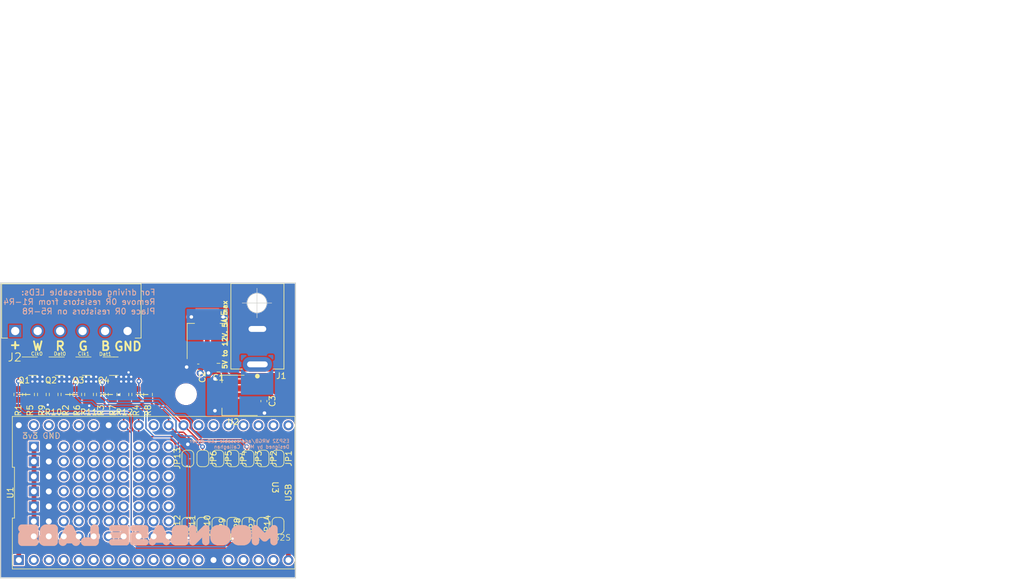
<source format=kicad_pcb>
(kicad_pcb (version 20221018) (generator pcbnew)
  (title_block (title "ESP32 LED driver board") (date "2022-01-01") (rev "1") (company "Matt Callaghan"))
  (layers (0 "F.Cu" signal) (1 "In1.Cu" signal) (2 "In2.Cu" signal) (31 "B.Cu" signal) (34 "B.Paste" user) (35 "F.Paste" user) (36 "B.SilkS" user "B.Silkscreen") (37 "F.SilkS" user "F.Silkscreen") (38 "B.Mask" user) (39 "F.Mask" user) (44 "Edge.Cuts" user))
  (net 0 "")
  (net 1 "+5V")
  (net 28 "VDD")
  (net 29 "GND")
  (net 30 "+3V3")
  (net 35 "/White{slash}Clk0")
  (net 36 "/Red{slash}Dat0")
  (net 37 "/Green{slash}Clk1")
  (net 38 "/Blue{slash}Dat1")
  (net 65 "Net-(Q1-G)")
  (net 66 "Net-(Q2-G)")
  (net 67 "Net-(Q3-G)")
  (net 68 "Net-(Q4-G)")
  (net 98 "Net-(JP1-B)")
  (net 99 "Net-(JP2-B)")
  (net 100 "Net-(JP3-B)")
  (net 101 "Net-(JP4-B)")
  (net 102 "Net-(JP5-B)")
  (net 103 "Net-(JP6-B)")
  (net 104 "Net-(JP13-A)")
  (net 105 "Net-(JP12-B)")
  (net 106 "Net-(JP11-B)")
  (net 107 "Net-(JP10-B)")
  (net 108 "Net-(JP9-B)")
  (net 109 "Net-(JP8-B)")
  (net 110 "Net-(JP7-B)")
  (net 111 "Net-(JP14-B)")
  (net 112 "/Output_enable")
  (net 113 "/IO19")
  (net 114 "/IO18")
  (net 115 "/IO16")
  (net 116 "/IO17")
  (footprint "Jumper:SolderJumper-2_P1.3mm_Bridged_RoundedPad1.0x1.5mm" (layer "F.Cu") (at 149.15 104.2 90)
    (fp_text reference "JP9")
    (fp_text value "SolderJumper_2_Bridged")
  )
  (footprint "Library:PinHeader_1x10_P2.54mm_Vertical_compact" (layer "F.Cu") (at 115.38 106.01 90)
    (fp_text reference "J3" hide)
    (fp_text value "Conn_01x10")
  )
  (footprint "Library:PinHeader_1x10_P2.54mm_Vertical_compact" (layer "F.Cu") (at 115.38 98.39 90)
    (fp_text reference "J6" hide)
    (fp_text value "Conn_01x10")
  )
  (footprint "Resistor_SMD:R_0805_2012Metric" (layer "F.Cu") (at 120.75 81.95 90)
    (fp_text reference "R2")
    (fp_text value "0805 DNF")
  )
  (footprint "Jumper:SolderJumper-2_P1.3mm_Bridged_RoundedPad1.0x1.5mm" (layer "F.Cu") (at 154.25 92.8 -90)
    (fp_text reference "JP2")
    (fp_text value "SolderJumper_2_Bridged")
  )
  (footprint "Resistor_SMD:R_0805_2012Metric" (layer "F.Cu") (at 130.75 81.95 90)
    (fp_text reference "R12")
    (fp_text value "100k 0805")
  )
  (footprint "Resistor_SMD:R_0805_2012Metric" (layer "F.Cu") (at 122.75 81.95 90)
    (fp_text reference "R6")
    (fp_text value "1K 0805")
  )
  (footprint "Jumper:SolderJumper-2_P1.3mm_Bridged_RoundedPad1.0x1.5mm" (layer "F.Cu") (at 141.5 104.2 90)
    (fp_text reference "JP12")
    (fp_text value "SolderJumper_2_Bridged")
  )
  (footprint "Resistor_SMD:R_0805_2012Metric" (layer "F.Cu") (at 126.75 81.95 90)
    (fp_text reference "R3")
    (fp_text value "0805 DNF")
  )
  (footprint "MountingHole:MountingHole_3.2mm_M3" (layer "F.Cu") (at 141.2 81.9)
    (fp_text reference "REF**" hide)
    (fp_text value "MountingHole_3.2mm_M3" hide)
  )
  (footprint "Jumper:SolderJumper-2_P1.3mm_Bridged_RoundedPad1.0x1.5mm" (layer "F.Cu") (at 149.15 92.8 -90)
    (fp_text reference "JP4")
    (fp_text value "SolderJumper_2_Bridged")
  )
  (footprint "Library:PinHeader_1x10_P2.54mm_Vertical_compact" (layer "F.Cu") (at 115.38 95.85 90)
    (fp_text reference "J7" hide)
    (fp_text value "Conn_01x10")
  )
  (footprint "Jumper:SolderJumper-2_P1.3mm_Bridged_RoundedPad1.0x1.5mm" (layer "F.Cu") (at 146.6 104.2 90)
    (fp_text reference "JP10")
    (fp_text value "SolderJumper_2_Bridged")
  )
  (footprint "Jumper:SolderJumper-2_P1.3mm_Bridged_RoundedPad1.0x1.5mm" (layer "F.Cu") (at 146.6 92.8 -90)
    (fp_text reference "JP5")
    (fp_text value "SolderJumper_2_Bridged")
  )
  (footprint "Library:PinHeader_1x10_P2.54mm_Vertical_compact" (layer "F.Cu") (at 115.38 93.31 90)
    (fp_text reference "J8" hide)
    (fp_text value "Conn_01x10")
  )
  (footprint "Package_TO_SOT_SMD:SOT-223-3_TabPin2" (layer "F.Cu") (at 149.2 82.1 180)
    (fp_text reference "U2")
    (fp_text value "NCP1117-5.0_SOT223")
  )
  (footprint "Jumper:SolderJumper-2_P1.3mm_Bridged_RoundedPad1.0x1.5mm" (layer "F.Cu") (at 151.7 104.2 90)
    (fp_text reference "JP8")
    (fp_text value "SolderJumper_2_Bridged")
  )
  (footprint "Package_TO_SOT_SMD:SOT-223-3_TabPin2" (layer "F.Cu") (at 144.8 71.8 90)
    (fp_text reference "U5")
    (fp_text value "NCP1117-3.3_SOT223")
  )
  (footprint "Resistor_SMD:R_0805_2012Metric" (layer "F.Cu") (at 112.75 81.95 90)
    (fp_text reference "R1")
    (fp_text value "0805 DNF")
  )
  (footprint "Jumper:SolderJumper-2_P1.3mm_Bridged_RoundedPad1.0x1.5mm" (layer "F.Cu") (at 144.05 104.2 90)
    (fp_text reference "JP11")
    (fp_text value "SolderJumper_2_Bridged")
  )
  (footprint "Library:PinHeader_1x10_P2.54mm_Vertical_compact" (layer "F.Cu") (at 115.38 103.47 90)
    (fp_text reference "J4" hide)
    (fp_text value "Conn_01x10")
  )
  (footprint "Resistor_SMD:R_0805_2012Metric" (layer "F.Cu") (at 134.75 81.95 90)
    (fp_text reference "R8")
    (fp_text value "1K 0805")
  )
  (footprint "Resistor_SMD:R_0805_2012Metric" (layer "F.Cu") (at 128.75 81.95 90)
    (fp_text reference "R7")
    (fp_text value "1K 0805")
  )
  (footprint "Matts_Library:AO6404" (layer "F.Cu") (at 115.25 77.15)
    (fp_text reference "Q1")
    (fp_text value "AO6404")
  )
  (footprint "Matts_Library:NodeMCU-32S" (layer "F.Cu") (at 135.7 98.6)
    (fp_text reference "U1")
    (fp_text value "NodeMCU-32S")
  )
  (footprint "Resistor_SMD:R_0805_2012Metric" (layer "F.Cu") (at 116.75 81.95 90)
    (fp_text reference "R9")
    (fp_text value "100k 0805")
  )
  (footprint "Matts_Library:AO6404" (layer "F.Cu") (at 119.8 77.15)
    (fp_text reference "Q2")
    (fp_text value "AO6404")
  )
  (footprint "Matts_Library:AO6404" (layer "F.Cu") (at 128.95 77.15)
    (fp_text reference "Q4")
    (fp_text value "AO6404")
  )
  (footprint "Matts_Library:CUI_TBP02R1-381-06BE" (layer "F.Cu") (at 112.23 71.1875)
    (fp_text reference "J2")
    (fp_text value "TBP02R1-381-05BE")
  )
  (footprint "Library:PinHeader_1x10_P2.54mm_Vertical_compact" (layer "F.Cu") (at 115.38 100.93 90)
    (fp_text reference "J5" hide)
    (fp_text value "Conn_01x10")
  )
  (footprint "footprints:SOT108-1_NXP" (layer "F.Cu") (at 149.7 98.6 -90)
    (fp_text reference "U3")
    (fp_text value "74HCT125D")
  )
  (footprint "Jumper:SolderJumper-2_P1.3mm_Bridged_RoundedPad1.0x1.5mm" (layer "F.Cu") (at 151.7 92.8 -90)
    (fp_text reference "JP3")
    (fp_text value "SolderJumper_2_Bridged")
  )
  (footprint "Resistor_SMD:R_0805_2012Metric" (layer "F.Cu") (at 118.75 81.95 90)
    (fp_text reference "R10")
    (fp_text value "100k 0805")
  )
  (footprint "Resistor_SMD:R_0805_2012Metric" (layer "F.Cu") (at 132.75 81.95 90)
    (fp_text reference "R4")
    (fp_text value "0805 DNF")
  )
  (footprint "Capacitor_SMD:C_0603_1608Metric" (layer "F.Cu") (at 143.275 77.3 180)
    (fp_text reference "C2")
    (fp_text value "10uF 6.3V")
  )
  (footprint "Jumper:SolderJumper-2_P1.3mm_Bridged_RoundedPad1.0x1.5mm" (layer "F.Cu") (at 144.05 92.8 -90)
    (fp_text reference "JP6")
    (fp_text value "SolderJumper_2_Bridged")
  )
  (footprint "Matts_Library:AO6404" (layer "F.Cu") (at 124.35 77.15)
    (fp_text reference "Q3")
    (fp_text value "AO6404")
  )
  (footprint "Capacitor_SMD:C_0603_1608Metric" (layer "F.Cu") (at 154.4 83.075 -90)
    (fp_text reference "C3")
    (fp_text value "10uF 10V")
  )
  (footprint "Library:PinHeader_1x10_P2.54mm_Vertical_compact" (layer "F.Cu") (at 115.38 90.77 90)
    (fp_text reference "J9" hide)
    (fp_text value "Conn_01x10")
  )
  (footprint "Capacitor_SMD:C_0805_2012Metric" (layer "F.Cu") (at 146.7 77.4 180)
    (fp_text reference "C1")
    (fp_text value "10uF 25V")
  )
  (footprint "Jumper:SolderJumper-2_P1.3mm_Bridged_RoundedPad1.0x1.5mm" (layer "F.Cu") (at 156.8 92.8 -90)
    (fp_text reference "JP1")
    (fp_text value "SolderJumper_2_Bridged")
  )
  (footprint "Jumper:SolderJumper-2_P1.3mm_Bridged_RoundedPad1.0x1.5mm" (layer "F.Cu") (at 154.25 104.2 90)
    (fp_text reference "JP7")
    (fp_text value "SolderJumper_2_Bridged")
  )
  (footprint "Jumper:SolderJumper-2_P1.3mm_Bridged_RoundedPad1.0x1.5mm" (layer "F.Cu") (at 156.8 104.2 90)
    (fp_text reference "JP14")
    (fp_text value "SolderJumper_2_Bridged")
  )
  (footprint "Resistor_SMD:R_0805_2012Metric" (layer "F.Cu") (at 114.75 81.95 90)
    (fp_text reference "R5")
    (fp_text value "1K 0805")
  )
  (footprint "Jumper:SolderJumper-2_P1.3mm_Bridged_RoundedPad1.0x1.5mm" (layer "F.Cu") (at 141.5 92.8 90)
    (fp_text reference "JP13")
    (fp_text value "SolderJumper_2_Bridged")
  )
  (footprint "Resistor_SMD:R_0805_2012Metric" (layer "F.Cu") (at 124.75 81.95 90)
    (fp_text reference "R11")
    (fp_text value "100k 0805")
  )
  (footprint "Matts_Library:CUI_PJ-037A" (layer "F.Cu") (at 153.3 76.8375 90)
    (fp_text reference "J1")
    (fp_text value "PJ-037A")
  )
  (gr_poly (pts (xy 126.18616 106.869584) (xy 126.18334 106.845279) (xy 126.179396 106.821365) (xy 126.174357 106.797867) (xy 126.168251 106.77481) (xy 126.161105 106.75222) (xy 126.15295 106.730124) (xy 126.143812 106.708545) (xy 126.133721 106.68751) (xy 126.122704 106.667045) (xy 126.110791 106.647175) (xy 126.098009 106.627925) (xy 126.084387 106.609322) (xy 126.069953 106.59139) (xy 126.054736 106.574156) (xy 126.038764 106.557645) (xy 126.022065 106.541883) (xy 126.004668 106.526895) (xy 125.986601 106.512706) (xy 125.967892 106.499343) (xy 125.948571 106.486832) (xy 125.928664 106.475196) (xy 125.908202 106.464463) (xy 125.887211 106.454658) (xy 125.865721 106.445806) (xy 125.843759 106.437933) (xy 125.821355 106.431064) (xy 125.798536 106.425226) (xy 125.775331 106.420444) (xy 125.751768 106.416742) (xy 125.727876 106.414148) (xy 125.703683 106.412687) (xy 125.679217 106.412383) (xy 125.328909 106.412384) (xy 125.322393 106.412548) (xy 125.315961 106.413035) (xy 125.309623 106.413839) (xy 125.303385 106.414949) (xy 125.297257 106.41636) (xy 125.291245 106.418062) (xy 125.285357 106.420048) (xy 125.279603 106.42231) (xy 125.273989 106.42484) (xy 125.268523 106.42763) (xy 125.263214 106.430673) (xy 125.258069 106.43396) (xy 125.253097 106.437483) (xy 125.248305 106.441235) (xy 125.243701 106.445208) (xy 125.239293 106.449393) (xy 125.235089 106.453784) (xy 125.231097 106.458371) (xy 125.227325 106.463147) (xy 125.22378 106.468105) (xy 125.220472 106.473236) (xy 125.217407 106.478532) (xy 125.214594 106.483986) (xy 125.21204 106.48959) (xy 125.209754 106.495335) (xy 125.207743 106.501214) (xy 125.206016 106.507218) (xy 125.20458 106.513341) (xy 125.203443 106.519574) (xy 125.202613 106.525909) (xy 125.202099 106.532338) (xy 125.201907 106.538854) (xy 125.201907 106.889692) (xy 125.202211 106.914158) (xy 125.203673 106.938351) (xy 125.206267 106.962244) (xy 125.209969 106.985806) (xy 125.214751 107.009012) (xy 125.22059 107.031831) (xy 125.227458 107.054235) (xy 125.235331 107.076197) (xy 125.244184 107.097687) (xy 125.253989 107.118678) (xy 125.264722 107.139141) (xy 125.276358 107.159047) (xy 125.28887 107.178369) (xy 125.302233 107.197077) (xy 125.316421 107.215144) (xy 125.331409 107.232541) (xy 125.347172 107.24924) (xy 125.363683 107.265212) (xy 125.380917 107.28043) (xy 125.398848 107.294863) (xy 125.417452 107.308485) (xy 125.436701 107.321267) (xy 125.456571 107.333181) (xy 125.477037 107.344197) (xy 125.498071 107.354288) (xy 125.51965 107.363426) (xy 125.541747 107.371581) (xy 125.564336 107.378726) (xy 125.587393 107.384832) (xy 125.610891 107.389871) (xy 125.634805 107.393815) (xy 125.659109 107.396634) (xy 125.685826 107.397902) (xy 125.712433 107.397723) (xy 125.738876 107.396117) (xy 125.765102 107.393104) (xy 125.791058 107.388704) (xy 125.81669 107.382937) (xy 125.841945 107.375822) (xy 125.866769 107.367379) (xy 125.891109 107.357628) (xy 125.914912 107.346588) (xy 125.938124 107.334281) (xy 125.960691 107.320724) (xy 125.98256 107.305938) (xy 126.003679 107.289943) (xy 126.023992 107.272758) (xy 126.043448 107.254404) (xy 126.06188 107.235022) (xy 126.079146 107.214778) (xy 126.095225 107.193724) (xy 126.110098 107.171914) (xy 126.123745 107.149402) (xy 126.136146 107.12624) (xy 126.147281 107.102482) (xy 126.157129 107.078181) (xy 126.165671 107.053391) (xy 126.172887 107.028165) (xy 126.178757 107.002557) (xy 126.183261 106.976619) (xy 126.186379 106.950405) (xy 126.188091 106.923968) (xy 126.188376 106.897363) (xy 126.187216 106.870641) (xy 126.18616 106.869584)) (stroke (width 0.052916)) (fill solid) (layer "B.SilkS"))
  (gr_poly (pts (xy 124.075845 107.39875) (xy 125.192383 107.39875) (xy 125.168758 107.373578) (xy 125.146491 107.347391) (xy 125.125605 107.320244) (xy 125.106123 107.292194) (xy 125.088068 107.263297) (xy 125.071463 107.233608) (xy 125.056332 107.203185) (xy 125.042697 107.172083) (xy 125.03058 107.140358) (xy 125.020006 107.108067) (xy 125.010998 107.075265) (xy 125.003577 107.042009) (xy 124.997768 107.008355) (xy 124.993593 106.974359) (xy 124.991075 106.940077) (xy 124.990237 106.905566) (xy 124.990243 106.412912) (xy 124.075839 106.412912) (xy 124.051072 106.414338) (xy 124.026655 106.41696) (xy 124.002616 106.420751) (xy 123.978985 106.42568) (xy 123.95579 106.431718) (xy 123.933059 106.438834) (xy 123.910822 106.447001) (xy 123.889106 106.456187) (xy 123.86794 106.466364) (xy 123.847353 106.477502) (xy 123.827374 106.489572) (xy 123.808031 106.502543) (xy 123.789353 106.516386) (xy 123.771368 106.531073) (xy 123.754105 106.546572) (xy 123.737592 106.562855) (xy 123.721859 106.579892) (xy 123.706933 106.597653) (xy 123.692844 106.61611) (xy 123.679619 106.635232) (xy 123.667289 106.654989) (xy 123.65588 106.675353) (xy 123.645422 106.696294) (xy 123.635944 106.717781) (xy 123.627473 106.739786) (xy 123.62004 106.76228) (xy 123.613671 106.785231) (xy 123.608396 106.808612) (xy 123.604244 106.832392) (xy 123.601242 106.856542) (xy 123.59942 106.881032) (xy 123.598807 106.905832) (xy 123.59942 106.930633) (xy 123.601242 106.955123) (xy 123.604244 106.979272) (xy 123.608396 107.003052) (xy 123.613671 107.026433) (xy 123.62004 107.049384) (xy 123.627474 107.071878) (xy 123.635944 107.093883) (xy 123.645423 107.11537) (xy 123.655881 107.136311) (xy 123.66729 107.156675) (xy 123.679621 107.176432) (xy 123.692845 107.195554) (xy 123.706935 107.21401) (xy 123.72186 107.231771) (xy 123.737594 107.248808) (xy 123.754107 107.265091) (xy 123.77137 107.28059) (xy 123.789355 107.295277) (xy 123.808034 107.30912) (xy 123.827377 107.322091) (xy 123.847357 107.33416) (xy 123.867944 107.345298) (xy 123.88911 107.355475) (xy 123.910826 107.364662) (xy 123.933064 107.372828) (xy 123.955795 107.379945) (xy 123.97899 107.385983) (xy 124.002622 107.390911) (xy 124.02666 107.394702) (xy 124.051078 107.397325) (xy 124.075845 107.39875)) (stroke (width 0.052916)) (fill solid) (layer "B.SilkS"))
  (gr_poly (pts (xy 122.370868 107.373349) (xy 122.394142 107.380797) (xy 122.417653 107.387052) (xy 122.441359 107.392116) (xy 122.465214 107.395993) (xy 122.489175 107.398685) (xy 122.513197 107.400194) (xy 122.537237 107.400523) (xy 122.561251 107.399675) (xy 122.585195 107.397653) (xy 122.609024 107.394459) (xy 122.632695 107.390096) (xy 122.656164 107.384566) (xy 122.679387 107.377872) (xy 122.702319 107.370016) (xy 122.724917 107.361002) (xy 122.747137 107.350832) (xy 122.768823 107.339569) (xy 122.78983 107.327297) (xy 122.81013 107.314048) (xy 122.829692 107.299856) (xy 122.848488 107.284754) (xy 122.866489 107.268775) (xy 122.883665 107.251952) (xy 122.899988 107.234319) (xy 122.915428 107.215907) (xy 122.929956 107.19675) (xy 122.943543 107.176882) (xy 122.95616 107.156334) (xy 122.967778 107.135142) (xy 122.978367 107.113336) (xy 122.987899 107.090952) (xy 122.996344 107.06802) (xy 123.002766 107.048221) (xy 123.008331 107.028232) (xy 123.01304 107.008081) (xy 123.016893 106.987793) (xy 123.01989 106.967397) (xy 123.022031 106.94692) (xy 123.023315 106.926389) (xy 123.023743 106.90583) (xy 123.023315 106.885272) (xy 123.022031 106.864741) (xy 123.01989 106.844263) (xy 123.016893 106.823868) (xy 123.01304 106.80358) (xy 123.008331 106.783429) (xy 123.002766 106.76344) (xy 122.996344 106.743641) (xy 122.987617 106.767239) (xy 122.978029 106.790332) (xy 122.967602 106.812906) (xy 122.956357 106.834943) (xy 122.944317 106.856428) (xy 122.931504 106.877345) (xy 122.917939 106.897679) (xy 122.903646 106.917413) (xy 122.888647 106.936532) (xy 122.872962 106.95502) (xy 122.856615 106.972862) (xy 122.839628 106.990041) (xy 122.822022 107.006541) (xy 122.80382 107.022348) (xy 122.785044 107.037444) (xy 122.765716 107.051815) (xy 122.745858 107.065444) (xy 122.725492 107.078315) (xy 122.704641 107.090414) (xy 122.683326 107.101723) (xy 122.66157 107.112228) (xy 122.639394 107.121913) (xy 122.616822 107.13076) (xy 122.593874 107.138756) (xy 122.570573 107.145884) (xy 122.546941 107.152128) (xy 122.523001 107.157473) (xy 122.498774 107.161902) (xy 122.474282 107.1654) (xy 122.449548 107.167951) (xy 122.424594 107.169539) (xy 122.399441 107.170149) (xy 122.11528 107.170149) (xy 122.126751 107.18771) (xy 122.138927 107.204706) (xy 122.151786 107.221119) (xy 122.165304 107.236931) (xy 122.179459 107.252124) (xy 122.19423 107.266681) (xy 122.209594 107.280584) (xy 122.225529 107.293815) (xy 122.242012 107.306357) (xy 122.259021 107.318191) (xy 122.276533 107.3293) (xy 122.294527 107.339667) (xy 122.312979 107.349272) (xy 122.331869 107.3581) (xy 122.351172 107.366131) (xy 122.370868 107.373349)) (stroke (width 0.052916)) (fill solid) (layer "B.SilkS"))
  (gr_poly (pts (xy 132.23612 105.295842) (xy 133.173807 105.295842) (xy 133.176762 105.295768) (xy 133.179698 105.295548) (xy 133.182608 105.295185) (xy 133.185488 105.294679) (xy 133.188333 105.294034) (xy 133.191138 105.293251) (xy 133.193899 105.292332) (xy 133.196609 105.29128) (xy 133.199264 105.290096) (xy 133.20186 105.288782) (xy 133.204391 105.287341) (xy 133.206853 105.285775) (xy 133.209239 105.284085) (xy 133.211547 105.282274) (xy 133.213769 105.280343) (xy 133.215903 105.278296) (xy 133.217931 105.276144) (xy 133.219842 105.273905) (xy 133.221632 105.271581) (xy 133.223301 105.26918) (xy 133.224845 105.266705) (xy 133.226264 105.264161) (xy 133.227554 105.261554) (xy 133.228715 105.258888) (xy 133.229743 105.256169) (xy 133.230637 105.253401) (xy 133.231395 105.250589) (xy 133.232015 105.247738) (xy 133.232494 105.244853) (xy 133.232832 105.24194) (xy 133.233025 105.239002) (xy 133.233072 105.236046) (xy 133.232995 105.232996) (xy 133.232766 105.229986) (xy 133.232389 105.22702) (xy 133.231868 105.224101) (xy 133.231206 105.221234) (xy 133.230407 105.218421) (xy 133.229475 105.215668) (xy 133.228414 105.212976) (xy 133.227227 105.210351) (xy 133.225918 105.207795) (xy 133.224491 105.205313) (xy 133.22295 105.202909) (xy 133.221297 105.200585) (xy 133.219538 105.198346) (xy 133.217675 105.196196) (xy 133.215713 105.194137) (xy 133.213655 105.192175) (xy 133.211504 105.190312) (xy 133.209265 105.188553) (xy 133.206942 105.1869) (xy 133.204537 105.185359) (xy 133.202055 105.183932) (xy 133.1995 105.182623) (xy 133.196875 105.181436) (xy 133.194183 105.180375) (xy 133.19143 105.179443) (xy 133.188617 105.178644) (xy 133.18575 105.177983) (xy 133.182832 105.177461) (xy 133.179866 105.177084) (xy 133.176856 105.176856) (xy 133.173807 105.176778) (xy 132.251999 105.176779) (xy 132.22748 105.176529) (xy 132.2032 105.175183) (xy 132.179185 105.172763) (xy 132.155463 105.169292) (xy 132.132059 105.164791) (xy 132.108999 105.159282) (xy 132.086311 105.152786) (xy 132.06402 105.145326) (xy 132.042153 105.136924) (xy 132.020737 105.127601) (xy 131.999797 105.11738) (xy 131.979361 105.106281) (xy 131.959454 105.094328) (xy 131.940104 105.081542) (xy 131.921336 105.067944) (xy 131.903177 105.053557) (xy 131.885653 105.038403) (xy 131.868792 105.022503) (xy 131.852618 105.005879) (xy 131.837159 104.988553) (xy 131.822441 104.970548) (xy 131.808491 104.951884) (xy 131.795334 104.932584) (xy 131.782998 104.91267) (xy 131.771508 104.892164) (xy 131.760892 104.871087) (xy 131.751175 104.849461) (xy 131.742385 104.827308) (xy 131.734546 104.80465) (xy 131.727687 104.78151) (xy 131.721833 104.757908) (xy 131.71701 104.733867) (xy 131.713444 104.705376) (xy 131.711435 104.676883) (xy 131.710965 104.648448) (xy 131.712019 104.620128) (xy 131.714579 104.591982) (xy 131.718629 104.56407) (xy 131.724151 104.536449) (xy 131.73113 104.509179) (xy 131.739548 104.482319) (xy 131.749389 104.455926) (xy 131.760636 104.430061) (xy 131.773272 104.404782) (xy 131.787281 104.380146) (xy 131.802645 104.356214) (xy 131.819349 104.333045) (xy 131.837375 104.310695) (xy 131.856585 104.289355) (xy 131.876815 104.269191) (xy 131.89801 104.250228) (xy 131.920114 104.232493) (xy 131.943071 104.216011) (xy 131.966828 104.200807) (xy 131.991327 104.186909) (xy 132.016514 104.174341) (xy 132.042333 104.163129) (xy 132.068729 104.1533) (xy 132.095647 104.144878) (xy 132.123031 104.137891) (xy 132.150826 104.132363) (xy 132.178977 104.128321) (xy 132.207428 104.12579) (xy 132.236123 104.124796) (xy 134.282937 104.124796) (xy 134.309936 104.125635) (xy 134.336579 104.127805) (xy 134.362832 104.131274) (xy 134.388664 104.136009) (xy 134.414042 104.141978) (xy 134.438934 104.149149) (xy 134.463306 104.157488) (xy 134.487128 104.166963) (xy 134.510365 104.177543) (xy 134.532986 104.189193) (xy 134.554958 104.201883) (xy 134.576249 104.215578) (xy 134.596825 104.230248) (xy 134.616656 104.245859) (xy 134.635707 104.262379) (xy 134.653947 104.279775) (xy 134.671344 104.298015) (xy 134.687863 104.317067) (xy 134.703474 104.336897) (xy 134.718144 104.357474) (xy 134.73184 104.378765) (xy 134.74453 104.400737) (xy 134.75618 104.423358) (xy 134.76676 104.446595) (xy 134.776236 104.470417) (xy 134.784575 104.49479) (xy 134.791745 104.519681) (xy 134.797715 104.54506) (xy 134.80245 104.570892) (xy 134.805919 104.597146) (xy 134.80809 104.623788) (xy 134.808929 104.650787) (xy 134.808929 104.659254) (xy 134.808929 104.66825) (xy 134.808929 105.804371) (xy 134.808929 105.812838) (xy 134.808929 105.821833) (xy 134.808064 105.848812) (xy 134.805871 105.875434) (xy 134.80238 105.901667) (xy 134.797625 105.927478) (xy 134.791638 105.952834) (xy 134.784452 105.977704) (xy 134.7761 106.002054) (xy 134.766612 106.025853) (xy 134.756023 106.049068) (xy 134.744364 106.071667) (xy 134.731668 106.093617) (xy 134.717967 106.114886) (xy 134.703294 106.135441) (xy 134.687682 106.15525) (xy 134.671162 106.174281) (xy 134.653767 106.192501) (xy 134.635529 106.209878) (xy 134.616482 106.226379) (xy 134.596657 106.241972) (xy 134.576087 106.256624) (xy 134.554805 106.270304) (xy 134.532842 106.282978) (xy 134.510231 106.294614) (xy 134.487005 106.305181) (xy 134.463197 106.314644) (xy 134.438837 106.322973) (xy 134.41396 106.330134) (xy 134.388598 106.336096) (xy 134.362782 106.340825) (xy 134.336545 106.34429) (xy 134.309921 106.346457) (xy 134.28294 106.347295) (xy 133.372769 106.347296) (xy 133.369771 106.347476) (xy 133.366816 106.347801) (xy 133.363907 106.348268) (xy 133.361047 106.348871) (xy 133.35824 106.349609) (xy 133.35549 106.350477) (xy 133.3528 106.351472) (xy 133.350173 106.35259) (xy 133.347613 106.353827) (xy 133.345123 106.355181) (xy 133.342706 106.356647) (xy 133.340367 106.358222) (xy 133.338108 106.359903) (xy 133.335934 106.361685) (xy 133.333847 106.363565) (xy 133.331851 106.36554) (xy 133.329949 106.367607) (xy 133.328145 106.36976) (xy 133.326442 106.371997) (xy 133.324844 106.374315) (xy 133.323354 106.37671) (xy 133.321976 106.379177) (xy 133.320713 106.381714) (xy 133.319568 106.384317) (xy 133.318545 106.386983) (xy 133.317648 106.389708) (xy 133.31688 106.392487) (xy 133.316243 106.395319) (xy 133.315743 106.398198) (xy 133.315382 106.401123) (xy 133.315163 106.404088) (xy 133.315091 106.40709) (xy 133.315091 106.407091) (xy 133.315168 106.41015) (xy 133.315396 106.413168) (xy 133.315772 106.416144) (xy 133.316291 106.419072) (xy 133.316952 106.421949) (xy 133.317748 106.424772) (xy 133.318678 106.427537) (xy 133.319737 106.43024) (xy 133.320921 106.432877) (xy 133.322228 106.435445) (xy 133.323652 106.43794) (xy 133.325191 106.440358) (xy 133.326841 106.442696) (xy 133.328598 106.444949) (xy 133.330459 106.447115) (xy 133.332419 106.449189) (xy 133.334476 106.451167) (xy 133.336625 106.453047) (xy 133.338863 106.454824) (xy 133.341186 106.456494) (xy 133.34359 106.458055) (xy 133.346073 106.459501) (xy 133.348629 106.46083) (xy 133.351256 106.462038) (xy 133.353949 106.46312) (xy 133.356705 106.464074) (xy 133.359521 106.464896) (xy 133.362393 106.465581) (xy 133.365316 106.466127) (xy 133.368288 106.466529) (xy 133.371304 106.466784) (xy 133.374362 106.466887) (xy 134.267593 106.466887) (xy 134.292115 106.467109) (xy 134.3164 106.468427) (xy 134.34042 106.47082) (xy 134.364149 106.474264) (xy 134.387561 106.47874) (xy 134.41063 106.484224) (xy 134.433328 106.490695) (xy 134.45563 106.49813) (xy 134.477508 106.506509) (xy 134.498937 106.51581) (xy 134.519891 106.52601) (xy 134.540342 106.537087) (xy 134.560264 106.54902) (xy 134.57963 106.561787) (xy 134.598415 106.575366) (xy 134.616592 106.589735) (xy 134.634134 106.604873) (xy 134.651015 106.620757) (xy 134.667208 106.637365) (xy 134.682687 106.654677) (xy 134.697426 106.672669) (xy 134.711397 106.69132) (xy 134.724576 106.710608) (xy 134.736934 106.730512) (xy 134.748446 106.751009) (xy 134.759085 106.772078) (xy 134.768825 106.793697) (xy 134.777639 106.815843) (xy 134.785501 106.838496) (xy 134.792385 106.861633) (xy 134.798263 106.885232) (xy 134.80311 106.909272) (xy 134.806677 106.937779) (xy 134.808686 106.966289) (xy 134.809153 106.994741) (xy 134.808096 107.023077) (xy 134.805531 107.051238) (xy 134.801474 107.079166) (xy 134.795943 107.106801) (xy 134.788954 107.134085) (xy 134.780524 107.160958) (xy 134.770669 107.187363) (xy 134.759408 107.213239) (xy 134.746755 107.238529) (xy 134.732729 107.263172) (xy 134.717346 107.287112) (xy 134.700622 107.310288) (xy 134.682574 107.332641) (xy 134.663341 107.353984) (xy 134.643088 107.374149) (xy 134.62187 107.39311) (xy 134.599742 107.410842) (xy 134.57676 107.427319) (xy 134.55298 107.442515) (xy 134.528457 107.456404) (xy 134.503246 107.468961) (xy 134.477403 107.480159) (xy 134.450984 107.489973) (xy 134.424043 107.498377) (xy 134.396637 107.505345) (xy 134.368821 107.510851) (xy 134.34065 107.51487) (xy 134.312179 107.517376) (xy 134.283465 107.518342) (xy 132.226596 107.518342) (xy 132.200096 107.517619) (xy 132.173944 107.515582) (xy 132.148173 107.512262) (xy 132.122815 107.507693) (xy 132.097902 107.501906) (xy 132.073467 107.494933) (xy 132.049541 107.486806) (xy 132.026157 107.477558) (xy 132.003347 107.467221) (xy 131.981144 107.455827) (xy 131.959578 107.443409) (xy 131.938683 107.429998) (xy 131.918491 107.415626) (xy 131.899034 107.400327) (xy 131.880344 107.384132) (xy 131.862453 107.367072) (xy 131.845394 107.349182) (xy 131.829199 107.330492) (xy 131.813899 107.311035) (xy 131.799528 107.290842) (xy 131.786117 107.269948) (xy 131.773698 107.248382) (xy 131.762305 107.226179) (xy 131.751968 107.203369) (xy 131.74272 107.179985) (xy 131.734593 107.156059) (xy 131.72762 107.131624) (xy 131.721833 107.106712) (xy 131.717264 107.081354) (xy 131.713944 107.055583) (xy 131.711907 107.029432) (xy 131.711184 107.002932) (xy 131.711188 105.821833) (xy 131.712024 105.794872) (xy 131.714188 105.768266) (xy 131.717648 105.742047) (xy 131.722371 105.716248) (xy 131.728324 105.690901) (xy 131.735476 105.666039) (xy 131.743794 105.641694) (xy 131.753246 105.617898) (xy 131.763798 105.594683) (xy 131.77542 105.572083) (xy 131.788079 105.55013) (xy 131.801742 105.528855) (xy 131.816377 105.508292) (xy 131.831952 105.488472) (xy 131.848434 105.469429) (xy 131.865791 105.451194) (xy 131.883991 105.4338) (xy 131.903001 105.41728) (xy 131.922789 105.401665) (xy 131.943323 105.386989) (xy 131.96457 105.373283) (xy 131.986498 105.36058) (xy 132.009075 105.348912) (xy 132.032268 105.338312) (xy 132.056045 105.328813) (xy 132.080374 105.320446) (xy 132.105222 105.313244) (xy 132.130557 105.307239) (xy 132.156347 105.302464) (xy 132.182559 105.298951) (xy 132.209161 105.296733) (xy 132.23612 105.295842)) (stroke (width 0.052916)) (fill solid) (layer "B.SilkS"))
  (gr_poly (pts (xy 125.695093 104.22375) (xy 125.669725 104.224418) (xy 125.64469 104.226346) (xy 125.62002 104.229503) (xy 125.595745 104.233858) (xy 125.571896 104.239381) (xy 125.548503 104.246041) (xy 125.525599 104.253806) (xy 125.503214 104.262647) (xy 125.481378 104.272531) (xy 125.460122 104.283428) (xy 125.439478 104.295307) (xy 125.419477 104.308138) (xy 125.400148 104.321889) (xy 125.381524 104.336529) (xy 125.363634 104.352028) (xy 125.346511 104.368355) (xy 125.330184 104.385478) (xy 125.314685 104.403367) (xy 125.300045 104.421991) (xy 125.286294 104.44132) (xy 125.273463 104.461321) (xy 125.261583 104.481965) (xy 125.250686 104.50322) (xy 125.240802 104.525056) (xy 125.231962 104.547441) (xy 125.224196 104.570345) (xy 125.217536 104.593737) (xy 125.212013 104.617586) (xy 125.207657 104.641861) (xy 125.2045 104.666531) (xy 125.202572 104.691565) (xy 125.201904 104.716933) (xy 125.201907 106.201774) (xy 125.695093 106.201774) (xy 125.729573 106.202617) (xy 125.763824 106.205139) (xy 125.797789 106.209317) (xy 125.831412 106.21513) (xy 125.864636 106.222553) (xy 125.897406 106.231563) (xy 125.929665 106.242138) (xy 125.961357 106.254255) (xy 125.992426 106.26789) (xy 126.022815 106.283021) (xy 126.05247 106.299623) (xy 126.081333 106.317676) (xy 126.109348 106.337154) (xy 126.13646 106.358036) (xy 126.162611 106.380298) (xy 126.187747 106.403917) (xy 126.187747 104.716933) (xy 126.187081 104.691586) (xy 126.185158 104.666571) (xy 126.182006 104.64192) (xy 126.177658 104.617662) (xy 126.172143 104.59383) (xy 126.165494 104.570454) (xy 126.15774 104.547564) (xy 126.148913 104.525192) (xy 126.139043 104.503368) (xy 126.128161 104.482124) (xy 126.116298 104.46149) (xy 126.103484 104.441496) (xy 126.089751 104.422175) (xy 126.07513 104.403556) (xy 126.059651 104.385671) (xy 126.043344 104.36855) (xy 126.026242 104.352225) (xy 126.008374 104.336725) (xy 125.989771 104.322083) (xy 125.970465 104.308328) (xy 125.950486 104.295492) (xy 125.929864 104.283606) (xy 125.908631 104.272699) (xy 125.886818 104.262804) (xy 125.864455 104.253951) (xy 125.841573 104.246171) (xy 125.818203 104.239495) (xy 125.794376 104.233953) (xy 125.770122 104.229577) (xy 125.745473 104.226397) (xy 125.720459 104.224444) (xy 125.695111 104.223749) (xy 125.695093 104.22375)) (stroke (width 0.052916)) (fill solid) (layer "B.SilkS"))
  (gr_poly (pts (xy 122.397854 106.958483) (xy 122.426689 106.957504) (xy 122.455006 106.954611) (xy 122.482743 106.949868) (xy 122.509835 106.943337) (xy 122.536219 106.935084) (xy 122.561831 106.925171) (xy 122.586606 106.913662) (xy 122.610481 106.900622) (xy 122.633391 106.886113) (xy 122.655273 106.8702) (xy 122.676063 106.852946) (xy 122.695697 106.834416) (xy 122.714111 106.814672) (xy 122.731241 106.793779) (xy 122.747023 106.771801) (xy 122.761392 106.748801) (xy 122.774286 106.724842) (xy 122.785641 106.699989) (xy 122.795391 106.674306) (xy 122.803473 106.647856) (xy 122.809824 106.620703) (xy 122.81438 106.59291) (xy 122.817075 106.564542) (xy 122.817848 106.535662) (xy 122.816632 106.506334) (xy 122.813366 106.476622) (xy 122.807983 106.446589) (xy 122.800422 106.4163) (xy 122.790617 106.385818) (xy 122.778505 106.355206) (xy 122.764022 106.324529) (xy 122.747104 106.29385) (xy 122.740571 106.28369) (xy 122.73374 106.273788) (xy 122.726618 106.26415) (xy 122.719215 106.254779) (xy 122.711537 106.245679) (xy 122.703593 106.236855) (xy 122.695391 106.228312) (xy 122.686938 106.220054) (xy 122.669312 106.204409) (xy 122.650781 106.189956) (xy 122.631406 106.17673) (xy 122.611253 106.164766) (xy 122.590384 106.154099) (xy 122.568862 106.144765) (xy 122.546753 106.136797) (xy 122.524119 106.130232) (xy 122.512624 106.127486) (xy 122.501023 106.125104) (xy 122.489322 106.12309) (xy 122.47753 106.121449) (xy 122.465654 106.120185) (xy 122.453703 106.119301) (xy 122.441684 106.118804) (xy 122.429605 106.118696) (xy 121.726343 106.118696) (xy 121.721046 106.118879) (xy 121.71581 106.119396) (xy 121.71065 106.12024) (xy 121.705577 106.121403) (xy 121.700606 106.122878) (xy 121.695751 106.124656) (xy 121.691026 106.126731) (xy 121.686442 106.129094) (xy 121.682016 106.131739) (xy 121.677759 106.134658) (xy 121.673685 106.137843) (xy 121.669809 106.141286) (xy 121.666144 106.14498) (xy 121.662703 106.148918) (xy 121.6595 106.153091) (xy 121.656549 106.157493) (xy 121.653886 106.162075) (xy 121.651538 106.166783) (xy 121.649507 106.171601) (xy 121.647792 106.176515) (xy 121.646396 106.181507) (xy 121.645318 106.186564) (xy 121.64456 106.191669) (xy 121.644122 106.196807) (xy 121.644006 106.201962) (xy 121.644211 106.207119) (xy 121.64474 106.212263) (xy 121.645593 106.217377) (xy 121.64677 106.222446) (xy 121.648273 106.227455) (xy 121.650102 106.232387) (xy 121.652258 106.237229) (xy 121.976108 106.899746) (xy 121.977838 106.903078) (xy 121.979675 106.906332) (xy 121.981617 106.909505) (xy 121.983661 106.912595) (xy 121.985804 106.9156) (xy 121.988044 106.91852) (xy 121.990376 106.921351) (xy 121.992799 106.924093) (xy 121.99531 106.926744) (xy 121.997906 106.929302) (xy 122.000584 106.931764) (xy 122.003342 106.93413) (xy 122.006176 106.936398) (xy 122.009084 106.938566) (xy 122.012062 106.940631) (xy 122.015109 106.942594) (xy 122.018221 106.944451) (xy 122.021396 106.946201) (xy 122.02463 106.947842) (xy 122.027921 106.949372) (xy 122.031266 106.950791) (xy 122.034663 106.952095) (xy 122.038108 106.953283) (xy 122.041598 106.954354) (xy 122.045131 106.955306) (xy 122.048705 106.956137) (xy 122.052315 106.956845) (xy 122.05596 106.957429) (xy 122.059637 106.957886) (xy 122.063342 106.958216) (xy 122.067074 106.958415) (xy 122.070828 106.958484) (xy 122.397854 106.958483)) (stroke (width 0.052916)) (fill solid) (layer "B.SilkS"))
  (gr_poly (pts (xy 113.798367 107.402455) (xy 113.819432 107.401896) (xy 113.840221 107.400291) (xy 113.860706 107.397666) (xy 113.880864 107.394045) (xy 113.900668 107.389456) (xy 113.920092 107.383923) (xy 113.939111 107.377472) (xy 113.9577 107.370129) (xy 113.975832 107.361919) (xy 113.993482 107.352868) (xy 114.010625 107.343002) (xy 114.027234 107.332346) (xy 114.043284 107.320926) (xy 114.05875 107.308768) (xy 114.073606 107.295897) (xy 114.087825 107.282339) (xy 114.101383 107.268119) (xy 114.114254 107.253264) (xy 114.126413 107.237798) (xy 114.137833 107.221747) (xy 114.148488 107.205138) (xy 114.158354 107.187996) (xy 114.167405 107.170345) (xy 114.175615 107.152213) (xy 114.182958 107.133624) (xy 114.189409 107.114605) (xy 114.194942 107.095181) (xy 114.199531 107.075377) (xy 114.203151 107.055219) (xy 114.205777 107.034733) (xy 114.207382 107.013945) (xy 114.20794 106.99288) (xy 114.20794 106.601297) (xy 114.207812 106.596232) (xy 114.207432 106.591233) (xy 114.206806 106.586307) (xy 114.205941 106.58146) (xy 114.204842 106.576698) (xy 114.203516 106.572028) (xy 114.201968 106.567454) (xy 114.200206 106.562985) (xy 114.198235 106.558625) (xy 114.196062 106.554381) (xy 114.193692 106.550259) (xy 114.191132 106.546266) (xy 114.188388 106.542407) (xy 114.185466 106.538689) (xy 114.182372 106.535117) (xy 114.179114 106.531699) (xy 114.175695 106.52844) (xy 114.172124 106.525347) (xy 114.168406 106.522425) (xy 114.164547 106.519681) (xy 114.160554 106.51712) (xy 114.156432 106.51475) (xy 114.152189 106.512577) (xy 114.147829 106.510606) (xy 114.143359 106.508843) (xy 114.138786 106.507296) (xy 114.134116 106.50597) (xy 114.129354 106.50487) (xy 114.124507 106.504005) (xy 114.119581 106.503379) (xy 114.114583 106.502999) (xy 114.109518 106.502871) (xy 113.395672 106.502871) (xy 113.374075 106.503457) (xy 113.352759 106.505196) (xy 113.331749 106.50806) (xy 113.311074 106.512021) (xy 113.290759 106.51705) (xy 113.270831 106.52312) (xy 113.251317 106.530202) (xy 113.232243 106.538268) (xy 113.213635 106.547289) (xy 113.195521 106.557238) (xy 113.177926 106.568087) (xy 113.160878 106.579806) (xy 113.144402 106.592369) (xy 113.128526 106.605746) (xy 113.113276 106.61991) (xy 113.098678 106.634832) (xy 113.08476 106.650485) (xy 113.071547 106.666839) (xy 113.059066 106.683867) (xy 113.047343 106.701541) (xy 113.036406 106.719832) (xy 113.026281 106.738713) (xy 113.016994 106.758154) (xy 113.008572 106.778129) (xy 113.001041 106.798608) (xy 112.994428 106.819563) (xy 112.98876 106.840967) (xy 112.984063 106.86279) (xy 112.980363 106.885006) (xy 112.977688 106.907585) (xy 112.976063 106.930499) (xy 112.975516 106.953721) (xy 112.975386 106.97608) (xy 112.976375 106.998182) (xy 112.978455 107.019998) (xy 112.981601 107.0415) (xy 112.985786 107.062661) (xy 112.990984 107.083453) (xy 112.997169 107.103847) (xy 113.004315 107.123815) (xy 113.012395 107.14333) (xy 113.021382 107.162363) (xy 113.031252 107.180886) (xy 113.041976 107.198871) (xy 113.05353 107.216291) (xy 113.065887 107.233117) (xy 113.079021 107.24932) (xy 113.092905 107.264874) (xy 113.107513 107.27975) (xy 113.122819 107.29392) (xy 113.138796 107.307355) (xy 113.155419 107.320029) (xy 113.172661 107.331912) (xy 113.190496 107.342977) (xy 113.208898 107.353196) (xy 113.227839 107.36254) (xy 113.247295 107.370982) (xy 113.267239 107.378494) (xy 113.287644 107.385047) (xy 113.308484 107.390614) (xy 113.329733 107.395166) (xy 113.351365 107.398676) (xy 113.373354 107.401115) (xy 113.395672 107.402455) (xy 113.798367 107.402455)) (stroke (width 0.052916)) (fill solid) (layer "B.SilkS"))
  (gr_poly (pts (xy 147.438022 104.113154) (xy 146.620457 104.113154) (xy 146.554177 104.11483) (xy 146.488768 104.119804) (xy 146.424309 104.127994) (xy 146.360882 104.139321) (xy 146.298568 104.153703) (xy 146.237448 104.171059) (xy 146.177603 104.191309) (xy 146.119113 104.214371) (xy 146.06206 104.240164) (xy 146.006524 104.268607) (xy 145.952587 104.299621) (xy 145.900329 104.333123) (xy 145.849832 104.369032) (xy 145.801175 104.407268) (xy 145.754441 104.447751) (xy 145.70971 104.490398) (xy 145.667063 104.535129) (xy 145.626581 104.581863) (xy 145.588344 104.630519) (xy 145.552435 104.681017) (xy 145.518933 104.733275) (xy 145.48792 104.787212) (xy 145.459476 104.842748) (xy 145.433683 104.899801) (xy 145.410621 104.958291) (xy 145.390372 105.018136) (xy 145.373015 105.079256) (xy 145.358633 105.14157) (xy 145.347306 105.204997) (xy 145.339116 105.269456) (xy 145.334142 105.334865) (xy 145.332466 105.401145) (xy 145.332466 106.218708) (xy 145.334142 106.284988) (xy 145.339116 106.350397) (xy 145.347306 106.414856) (xy 145.358633 106.478283) (xy 145.373015 106.540597) (xy 145.390372 106.601717) (xy 145.410621 106.661562) (xy 145.433683 106.720052) (xy 145.459476 106.777105) (xy 145.48792 106.832641) (xy 145.518933 106.886578) (xy 145.552435 106.938836) (xy 145.588344 106.989334) (xy 145.626581 107.03799) (xy 145.667063 107.084724) (xy 145.70971 107.129455) (xy 145.754441 107.172102) (xy 145.801175 107.212584) (xy 145.849832 107.250821) (xy 145.900329 107.28673) (xy 145.952587 107.320232) (xy 146.006524 107.351245) (xy 146.06206 107.379689) (xy 146.119113 107.405482) (xy 146.177603 107.428544) (xy 146.237448 107.448794) (xy 146.298568 107.46615) (xy 146.360882 107.480532) (xy 146.424309 107.491858) (xy 146.488768 107.500049) (xy 146.554177 107.505023) (xy 146.620457 107.506699) (xy 147.438022 107.506699) (xy 147.504301 107.505023) (xy 147.569711 107.500049) (xy 147.63417 107.491858) (xy 147.697597 107.480532) (xy 147.759911 107.46615) (xy 147.821031 107.448794) (xy 147.880876 107.428544) (xy 147.939366 107.405482) (xy 147.996419 107.379689) (xy 148.051954 107.351245) (xy 148.105892 107.320232) (xy 148.15815 107.28673) (xy 148.208647 107.250821) (xy 148.257303 107.212584) (xy 148.304038 107.172102) (xy 148.348769 107.129455) (xy 148.391416 107.084724) (xy 148.431898 107.03799) (xy 148.470135 106.989334) (xy 148.506044 106.938836) (xy 148.539546 106.886578) (xy 148.570559 106.832641) (xy 148.599003 106.777105) (xy 148.624796 106.720052) (xy 148.647858 106.661562) (xy 148.668107 106.601717) (xy 148.685464 106.540597) (xy 148.699846 106.478283) (xy 148.711172 106.414856) (xy 148.719363 106.350397) (xy 148.724337 106.284988) (xy 148.726013 106.218708) (xy 148.726013 105.401145) (xy 148.724337 105.334865) (xy 148.719363 105.269456) (xy 148.711172 105.204997) (xy 148.699846 105.14157) (xy 148.685464 105.079256) (xy 148.668107 105.018136) (xy 148.647858 104.958291) (xy 148.624796 104.899801) (xy 148.599003 104.842748) (xy 148.570559 104.787212) (xy 148.539546 104.733275) (xy 148.506044 104.681017) (xy 148.470135 104.630519) (xy 148.431898 104.581863) (xy 148.391416 104.535129) (xy 148.348769 104.490398) (xy 148.304038 104.447751) (xy 148.257303 104.407268) (xy 148.208647 104.369032) (xy 148.15815 104.333123) (xy 148.105892 104.299621) (xy 148.051954 104.268607) (xy 147.996419 104.240164) (xy 147.939366 104.214371) (xy 147.880876 104.191309) (xy 147.821031 104.171059) (xy 147.759911 104.153703) (xy 147.697597 104.139321) (xy 147.63417 104.127994) (xy 147.569711 104.119804) (xy 147.504301 104.11483) (xy 147.438022 104.113154)) (stroke (width 0.052916)) (fill solid) (layer "B.SilkS"))
  (gr_poly (pts (xy 112.763849 104.7) (xy 112.763849 104.640733) (xy 112.764825 104.608288) (xy 112.767404 104.576271) (xy 112.771546 104.544722) (xy 112.777211 104.513678) (xy 112.784362 104.48318) (xy 112.792958 104.453266) (xy 112.802961 104.423976) (xy 112.814331 104.395349) (xy 112.82703 104.367424) (xy 112.841017 104.34024) (xy 112.856255 104.313836) (xy 112.872703 104.288252) (xy 112.890323 104.263526) (xy 112.909076 104.239697) (xy 112.928922 104.216806) (xy 112.949822 104.19489) (xy 112.971738 104.173989) (xy 112.994629 104.154143) (xy 113.018457 104.13539) (xy 113.043183 104.11777) (xy 113.068768 104.101321) (xy 113.095172 104.086083) (xy 113.122356 104.072095) (xy 113.150281 104.059396) (xy 113.178908 104.048025) (xy 113.208198 104.038022) (xy 113.238112 104.029425) (xy 113.268611 104.022274) (xy 113.299654 104.016607) (xy 113.331204 104.012465) (xy 113.363221 104.009885) (xy 113.395666 104.008908) (xy 115.529803 104.008908) (xy 115.562297 104.009756) (xy 115.594364 104.01222) (xy 115.625963 104.01626) (xy 115.657056 104.021837) (xy 115.687602 104.02891) (xy 115.717563 104.03744) (xy 115.746898 104.047387) (xy 115.775568 104.058712) (xy 115.803533 104.071375) (xy 115.830754 104.085337) (xy 115.857191 104.100557) (xy 115.882804 104.116997) (xy 115.907554 104.134616) (xy 115.931401 104.153374) (xy 115.954306 104.173233) (xy 115.976229 104.194152) (xy 115.997129 104.216092) (xy 116.016969 104.239014) (xy 116.035708 104.262877) (xy 116.053306 104.287641) (xy 116.069724 104.313268) (xy 116.084922 104.339718) (xy 116.098861 104.366951) (xy 116.111501 104.394926) (xy 116.122802 104.423606) (xy 116.132724 104.452949) (xy 116.141229 104.482917) (xy 116.148277 104.51347) (xy 116.153827 104.544567) (xy 116.157841 104.57617) (xy 116.160278 104.608238) (xy 116.161099 104.640733) (xy 116.161099 105.810721) (xy 116.160262 105.853716) (xy 116.15685 105.896301) (xy 116.150916 105.938376) (xy 116.142509 105.97984) (xy 116.131682 106.02059) (xy 116.118485 106.060525) (xy 116.102969 106.099545) (xy 116.085185 106.137548) (xy 116.065185 106.174432) (xy 116.04302 106.210097) (xy 116.01874 106.244441) (xy 115.992397 106.277363) (xy 115.964041 106.308762) (xy 115.933725 106.338535) (xy 115.901498 106.366583) (xy 115.867413 106.392804) (xy 115.901202 106.417242) (xy 115.933185 106.443549) (xy 115.963308 106.471621) (xy 115.991518 106.501357) (xy 116.017761 106.532653) (xy 116.041981 106.565406) (xy 116.064126 106.599515) (xy 116.084141 106.634876) (xy 116.101972 106.671387) (xy 116.117565 106.708946) (xy 116.130867 106.747449) (xy 116.141822 106.786795) (xy 116.150377 106.82688) (xy 116.156478 106.867601) (xy 116.160071 106.908857) (xy 116.161102 106.950545) (xy 116.160279 106.984521) (xy 116.157837 107.018057) (xy 116.153816 107.051113) (xy 116.148256 107.083646) (xy 116.141197 107.115614) (xy 116.132679 107.146976) (xy 116.122742 107.177689) (xy 116.111425 107.207712) (xy 116.098768 107.237002) (xy 116.084812 107.265517) (xy 116.069597 107.293217) (xy 116.053162 107.320057) (xy 116.035547 107.345998) (xy 116.016792 107.370996) (xy 115.996938 107.39501) (xy 115.976023 107.417998) (xy 115.954088 107.439917) (xy 115.931173 107.460727) (xy 115.907318 107.480384) (xy 115.882563 107.498847) (xy 115.856947 107.516075) (xy 115.83051 107.532024) (xy 115.803294 107.546654) (xy 115.775336 107.559922) (xy 115.746678 107.571785) (xy 115.717359 107.582204) (xy 115.687419 107.591134) (xy 115.656898 107.598535) (xy 115.625836 107.604364) (xy 115.594273 107.60858) (xy 115.562249 107.61114) (xy 115.529803 107.612003) (xy 113.385089 107.612003) (xy 113.353143 107.611143) (xy 113.321617 107.608697) (xy 113.290549 107.604704) (xy 113.25998 107.599204) (xy 113.229947 107.592235) (xy 113.20049 107.583836) (xy 113.171647 107.574045) (xy 113.143457 107.562902) (xy 113.115959 107.550446) (xy 113.089192 107.536715) (xy 113.063195 107.521748) (xy 113.038006 107.505584) (xy 113.013664 107.488262) (xy 112.990209 107.469821) (xy 112.967679 107.450299) (xy 112.946113 107.429736) (xy 112.92555 107.408169) (xy 112.906028 107.385639) (xy 112.887587 107.362184) (xy 112.870265 107.337843) (xy 112.854101 107.312654) (xy 112.839134 107.286657) (xy 112.825403 107.25989) (xy 112.812947 107.232392) (xy 112.801804 107.204202) (xy 112.792014 107.175359) (xy 112.783615 107.145902) (xy 112.776646 107.115869) (xy 112.771146 107.0853) (xy 112.767154 107.054233) (xy 112.764709 107.022707) (xy 112.763849 106.99076) (xy 112.763849 105.801196) (xy 112.764087 105.788298) (xy 112.764578 105.775412) (xy 112.765324 105.76254) (xy 112.766322 105.749687) (xy 112.767573 105.736857) (xy 112.769077 105.724052) (xy 112.770834 105.711277) (xy 112.772842 105.698535) (xy 112.778679 105.663601) (xy 112.786237 105.629164) (xy 112.795483 105.595279) (xy 112.806383 105.562003) (xy 112.818903 105.529392) (xy 112.833009 105.497503) (xy 112.848667 105.466393) (xy 112.865843 105.436117) (xy 112.884503 105.406733) (xy 112.904614 105.378298) (xy 112.92614 105.350866) (xy 112.949049 105.324496) (xy 112.973307 105.299243) (xy 112.998878 105.275163) (xy 113.025731 105.252315) (xy 113.05383 105.230753) (xy 113.037113 105.21962) (xy 113.02082 105.208009) (xy 112.989538 105.183403) (xy 112.960039 105.157036) (xy 112.932376 105.12901) (xy 112.906607 105.099425) (xy 112.882785 105.068382) (xy 112.860967 105.035982) (xy 112.841207 105.002327) (xy 112.82356 104.967517) (xy 112.808082 104.931654) (xy 112.794829 104.894837) (xy 112.783854 104.857169) (xy 112.775213 104.81875) (xy 112.768962 104.779682) (xy 112.765155 104.740064) (xy 112.764186 104.720082) (xy 112.763849 104.699999) (xy 112.763849 104.7)) (stroke (width 0.052916)) (fill solid) (layer "B.SilkS"))
  (gr_poly (pts (xy 117.959735 105.574712) (xy 117.268115 105.574712) (xy 117.236308 105.575335) (xy 117.204625 105.577147) (xy 117.173099 105.580137) (xy 117.14176 105.584296) (xy 117.110642 105.589614) (xy 117.079774 105.596081) (xy 117.049189 105.603688) (xy 117.018918 105.612425) (xy 116.988994 105.622281) (xy 116.959447 105.633248) (xy 116.930309 105.645316) (xy 116.901612 105.658474) (xy 116.873387 105.672714) (xy 116.845667 105.688024) (xy 116.818482 105.704396) (xy 116.791864 105.72182) (xy 116.806549 105.744464) (xy 116.821891 105.766536) (xy 116.837871 105.788028) (xy 116.854473 105.80893) (xy 116.871679 105.829231) (xy 116.889473 105.848923) (xy 116.926751 105.88644) (xy 116.96617 105.921403) (xy 117.007591 105.953736) (xy 117.050876 105.983363) (xy 117.095886 106.010205) (xy 117.142483 106.034187) (xy 117.190528 106.055232) (xy 117.239884 106.073263) (xy 117.290412 106.088203) (xy 117.341973 106.099976) (xy 117.368098 106.10465) (xy 117.394429 106.108504) (xy 117.42095 106.111528) (xy 117.447642 106.113711) (xy 117.474489 106.115046) (xy 117.501474 106.115521) (xy 117.960791 106.115521) (xy 117.959735 105.574712)) (stroke (width 0.052916)) (fill solid) (layer "B.SilkS"))
  (gr_poly (pts (xy 114.419607 105.801196) (xy 114.419607 106.291205) (xy 114.807489 106.291205) (xy 114.781815 106.268109) (xy 114.757571 106.243777) (xy 114.734787 106.218275) (xy 114.713494 106.191671) (xy 114.693725 106.164034) (xy 114.67551 106.135431) (xy 114.658881 106.105931) (xy 114.64387 106.075601) (xy 114.630507 106.044509) (xy 114.618825 106.012724) (xy 114.608854 105.980313) (xy 114.600626 105.947344) (xy 114.594173 105.913885) (xy 114.589525 105.880005) (xy 114.586714 105.84577) (xy 114.585773 105.81125) (xy 114.585766 105.43025) (xy 114.585638 105.425185) (xy 114.585258 105.420187) (xy 114.584632 105.415261) (xy 114.583767 105.410414) (xy 114.582668 105.405652) (xy 114.581342 105.400982) (xy 114.579794 105.396409) (xy 114.578032 105.391939) (xy 114.576061 105.387579) (xy 114.573888 105.383335) (xy 114.571518 105.379214) (xy 114.568958 105.37522) (xy 114.566214 105.371361) (xy 114.563292 105.367643) (xy 114.560198 105.364072) (xy 114.556939 105.360654) (xy 114.553521 105.357395) (xy 114.54995 105.354301) (xy 114.546232 105.351379) (xy 114.542373 105.348635) (xy 114.53838 105.346075) (xy 114.534258 105.343705) (xy 114.530015 105.341531) (xy 114.525655 105.33956) (xy 114.521185 105.337798) (xy 114.516612 105.33625) (xy 114.511942 105.334924) (xy 114.50718 105.333825) (xy 114.502333 105.332959) (xy 114.497407 105.332334) (xy 114.492409 105.331953) (xy 114.487344 105.331825) (xy 114.204242 105.331825) (xy 114.229192 105.354498) (xy 114.252752 105.378365) (xy 114.274889 105.403362) (xy 114.295575 105.429422) (xy 114.314779 105.45648) (xy 114.332471 105.48447) (xy 114.348621 105.513326) (xy 114.363199 105.542983) (xy 114.376174 105.573376) (xy 114.387517 105.604438) (xy 114.397197 105.636104) (xy 114.405185 105.668308) (xy 114.41145 105.700985) (xy 114.415962 105.734069) (xy 114.418691 105.767494) (xy 114.419607 105.801196)) (stroke (width 0.052916)) (fill solid) (layer "B.SilkS"))
  (gr_poly (pts (xy 116.526221 105.666787) (xy 116.517092 105.643424) (xy 116.508535 105.619872) (xy 116.500554 105.596142) (xy 116.493149 105.572244) (xy 116.486322 105.548189) (xy 116.480077 105.523989) (xy 116.474414 105.499652) (xy 116.469337 105.47519) (xy 116.464846 105.450614) (xy 116.460945 105.425934) (xy 116.457635 105.40116) (xy 116.454918 105.376304) (xy 116.452796 105.351375) (xy 116.451272 105.326385) (xy 116.450347 105.301344) (xy 116.450024 105.276262) (xy 116.450021 105.056658) (xy 116.451438 105.002622) (xy 116.455539 104.949295) (xy 116.462257 104.896744) (xy 116.471529 104.845034) (xy 116.483286 104.79423) (xy 116.497465 104.744399) (xy 116.513999 104.695606) (xy 116.532822 104.647918) (xy 116.553868 104.601399) (xy 116.577073 104.556116) (xy 116.602369 104.512135) (xy 116.629692 104.469521) (xy 116.658975 104.42834) (xy 116.690153 104.388659) (xy 116.72316 104.350542) (xy 116.75793 104.314056) (xy 116.794398 104.279266) (xy 116.832497 104.246238) (xy 116.872162 104.215038) (xy 116.913328 104.185733) (xy 116.955927 104.158386) (xy 116.999896 104.133066) (xy 117.045167 104.109836) (xy 117.091676 104.088764) (xy 117.139355 104.069914) (xy 117.188141 104.053353) (xy 117.237966 104.039146) (xy 117.288765 104.02736) (xy 117.340473 104.01806) (xy 117.393023 104.011311) (xy 117.44635 104.00718) (xy 117.500387 104.005733) (xy 118.744488 104.005733) (xy 118.780868 104.006813) (xy 118.816765 104.009695) (xy 118.852136 104.014335) (xy 118.886937 104.020688) (xy 118.921123 104.028711) (xy 118.954651 104.03836) (xy 118.987476 104.049589) (xy 119.019555 104.062356) (xy 119.050844 104.076615) (xy 119.081297 104.092322) (xy 119.110872 104.109433) (xy 119.139524 104.127905) (xy 119.167209 104.147692) (xy 119.193883 104.168751) (xy 119.219502 104.191037) (xy 119.244023 104.214506) (xy 119.2674 104.239114) (xy 119.28959 104.264816) (xy 119.310548 104.291569) (xy 119.330232 104.319328) (xy 119.348596 104.348049) (xy 119.365597 104.377687) (xy 119.38119 104.408199) (xy 119.395332 104.439541) (xy 119.407978 104.471667) (xy 119.419084 104.504534) (xy 119.428607 104.538098) (xy 119.436503 104.572314) (xy 119.442726 104.607138) (xy 119.447233 104.642526) (xy 119.449981 104.678433) (xy 119.450924 104.714816) (xy 119.450924 106.902391) (xy 119.449951 106.938848) (xy 119.447166 106.974825) (xy 119.442615 107.010278) (xy 119.436342 107.045162) (xy 119.428391 107.079434) (xy 119.418807 107.113048) (xy 119.407634 107.145961) (xy 119.394917 107.178128) (xy 119.3807 107.209505) (xy 119.365027 107.240046) (xy 119.347944 107.269709) (xy 119.329493 107.298448) (xy 119.30972 107.32622) (xy 119.288669 107.352979) (xy 119.266385 107.378681) (xy 119.242911 107.403282) (xy 119.218293 107.426738) (xy 119.192575 107.449004) (xy 119.165801 107.470036) (xy 119.138015 107.48979) (xy 119.109262 107.50822) (xy 119.079587 107.525283) (xy 119.049033 107.540935) (xy 119.017646 107.55513) (xy 118.985469 107.567825) (xy 118.952548 107.578975) (xy 118.918925 107.588535) (xy 118.884647 107.596462) (xy 118.849757 107.602711) (xy 118.8143 107.607238) (xy 118.77832 107.609998) (xy 118.741861 107.610946) (xy 117.265466 107.610946) (xy 117.210828 107.609512) (xy 117.156908 107.605365) (xy 117.103772 107.598571) (xy 117.051486 107.589195) (xy 117.000117 107.577306) (xy 116.949732 107.562969) (xy 116.900397 107.546251) (xy 116.852179 107.527218) (xy 116.805143 107.505937) (xy 116.759358 107.482475) (xy 116.714888 107.456897) (xy 116.671801 107.42927) (xy 116.630164 107.399661) (xy 116.590042 107.368136) (xy 116.551503 107.334763) (xy 116.514613 107.299606) (xy 116.479438 107.262733) (xy 116.446045 107.224211) (xy 116.4145 107.184105) (xy 116.38487 107.142482) (xy 116.357222 107.099409) (xy 116.331622 107.054953) (xy 116.308136 107.009179) (xy 116.286832 106.962154) (xy 116.267775 106.913946) (xy 116.251032 106.864619) (xy 116.23667 106.814241) (xy 116.224755 106.762878) (xy 116.215354 106.710597) (xy 116.208534 106.657464) (xy 116.20436 106.603546) (xy 116.202899 106.548909) (xy 116.202899 106.425612) (xy 116.204383 106.372106) (xy 116.208546 106.318984) (xy 116.215347 106.266337) (xy 116.224749 106.214256) (xy 116.236712 106.162834) (xy 116.251197 106.112161) (xy 116.268165 106.06233) (xy 116.287578 106.013431) (xy 116.309396 105.965557) (xy 116.33358 105.918799) (xy 116.360092 105.873248) (xy 116.388892 105.828996) (xy 116.419941 105.786135) (xy 116.453201 105.744756) (xy 116.488632 105.70495) (xy 116.526196 105.66681) (xy 116.526221 105.666787)) (stroke (width 0.052916)) (fill solid) (layer "B.SilkS"))
  (gr_poly (pts (xy 134.955508 106.650508) (xy 136.013843 104.485687) (xy 136.017439 104.47861) (xy 136.021085 104.471664) (xy 136.024781 104.464851) (xy 136.028526 104.45817) (xy 136.032321 104.451622) (xy 136.036166 104.445206) (xy 136.040061 104.438922) (xy 136.044006 104.432771) (xy 136.052288 104.415447) (xy 136.061143 104.398522) (xy 136.070557 104.382003) (xy 136.080515 104.365901) (xy 136.091002 104.350225) (xy 136.102005 104.334986) (xy 136.113506 104.320191) (xy 136.125493 104.305852) (xy 136.13795 104.291977) (xy 136.150863 104.278577) (xy 136.164216 104.26566) (xy 136.177995 104.253238) (xy 136.192185 104.241318) (xy 136.206772 104.229911) (xy 136.22174 104.219026) (xy 136.237075 104.208673) (xy 136.252762 104.198862) (xy 136.268786 104.189601) (xy 136.285132 104.180902) (xy 136.301786 104.172773) (xy 136.318734 104.165224) (xy 136.335959 104.158264) (xy 136.353447 104.151904) (xy 136.371184 104.146152) (xy 136.389155 104.141019) (xy 136.407345 104.136514) (xy 136.425739 104.132646) (xy 136.444322 104.129426) (xy 136.46308 104.126862) (xy 136.481998 104.124965) (xy 136.501061 104.123744) (xy 136.520254 104.123208) (xy 136.837753 104.123208) (xy 136.874067 104.124641) (xy 136.909895 104.128517) (xy 136.945133 104.134773) (xy 136.979677 104.143348) (xy 137.013425 104.154177) (xy 137.046271 104.167199) (xy 137.078113 104.182351) (xy 137.108846 104.199569) (xy 137.138368 104.218792) (xy 137.166573 104.239956) (xy 137.193359 104.262998) (xy 137.218622 104.287857) (xy 137.242258 104.314469) (xy 137.264163 104.342771) (xy 137.284233 104.372701) (xy 137.302365 104.404195) (xy 137.309352 104.414033) (xy 137.316124 104.424015) (xy 137.322678 104.434138) (xy 137.329012 104.444399) (xy 137.335125 104.454793) (xy 137.341012 104.465318) (xy 137.346673 104.47597) (xy 137.352106 104.486745) (xy 138.410438 106.651566) (xy 138.421284 106.679129) (xy 138.430681 106.706913) (xy 138.438646 106.734875) (xy 138.445196 106.762969) (xy 138.450346 106.79115) (xy 138.454115 106.819375) (xy 138.456519 106.847598) (xy 138.457574 106.875774) (xy 138.457297 106.90386) (xy 138.455706 106.93181) (xy 138.452816 106.959579) (xy 138.448645 106.987123) (xy 138.443209 107.014397) (xy 138.436525 107.041357) (xy 138.42861 107.067957) (xy 138.41948 107.094154) (xy 138.409152 107.119901) (xy 138.397644 107.145156) (xy 138.384971 107.169872) (xy 138.371151 107.194005) (xy 138.3562 107.217512) (xy 138.340134 107.240345) (xy 138.322972 107.262463) (xy 138.304729 107.283818) (xy 138.285422 107.304367) (xy 138.265068 107.324066) (xy 138.243684 107.342868) (xy 138.221286 107.360731) (xy 138.197891 107.377608) (xy 138.173516 107.393456) (xy 138.148178 107.408229) (xy 138.121893 107.421883) (xy 138.094974 107.434241) (xy 138.067754 107.445164) (xy 138.040277 107.454667) (xy 138.01259 107.462765) (xy 137.984737 107.46947) (xy 137.956765 107.474798) (xy 137.928719 107.478764) (xy 137.900644 107.48138) (xy 137.872587 107.482661) (xy 137.844592 107.482622) (xy 137.816705 107.481276) (xy 137.788972 107.478639) (xy 137.761438 107.474724) (xy 137.73415 107.469545) (xy 137.707151 107.463117) (xy 137.680489 107.455455) (xy 137.654208 107.446571) (xy 137.628354 107.43648) (xy 137.602973 107.425198) (xy 137.578111 107.412737) (xy 137.553812 107.399112) (xy 137.530122 107.384338) (xy 137.507087 107.368429) (xy 137.484753 107.351398) (xy 137.463164 107.33326) (xy 137.442368 107.31403) (xy 137.422408 107.293722) (xy 137.403331 107.272349) (xy 137.385182 107.249926) (xy 137.368007 107.226467) (xy 137.351852 107.201988) (xy 137.336761 107.1765) (xy 137.283841 107.070666) (xy 136.080517 107.070666) (xy 136.0276 107.1765) (xy 136.013295 107.203738) (xy 135.9978 107.229944) (xy 135.981166 107.255101) (xy 135.963442 107.27919) (xy 135.944678 107.302195) (xy 135.924924 107.324099) (xy 135.90423 107.344885) (xy 135.882645 107.364536) (xy 135.860219 107.383034) (xy 135.837003 107.400363) (xy 135.813045 107.416505) (xy 135.788397 107.431443) (xy 135.763107 107.445161) (xy 135.737225 107.457641) (xy 135.710801 107.468866) (xy 135.683886 107.47882) (xy 135.656528 107.487484) (xy 135.628778 107.494842) (xy 135.600685 107.500876) (xy 135.5723 107.505571) (xy 135.543671 107.508908) (xy 135.51485 107.51087) (xy 135.485885 107.511441) (xy 135.456827 107.510603) (xy 135.427725 107.508339) (xy 135.398629 107.504633) (xy 135.369589 107.499466) (xy 135.340655 107.492823) (xy 135.311876 107.484685) (xy 135.283303 107.475037) (xy 135.254984 107.46386) (xy 135.226971 107.451137) (xy 135.199846 107.436728) (xy 135.173755 107.421138) (xy 135.148715 107.404416) (xy 135.124744 107.386613) (xy 135.101857 107.367778) (xy 135.080072 107.34796) (xy 135.059406 107.32721) (xy 135.039875 107.305576) (xy 135.021496 107.283109) (xy 135.004286 107.259858) (xy 134.988262 107.235873) (xy 134.973441 107.211204) (xy 134.95984 107.185899) (xy 134.947474 107.16001) (xy 134.936362 107.133584) (xy 134.92652 107.106673) (xy 134.917965 107.079326) (xy 134.910714 107.051591) (xy 134.904783 107.02352) (xy 134.900189 106.995161) (xy 134.89695 106.966565) (xy 134.895082 106.93778) (xy 134.894601 106.908857) (xy 134.895526 106.879845) (xy 134.897872 106.850794) (xy 134.901656 106.821753) (xy 134.906895 106.792773) (xy 134.913606 106.763902) (xy 134.921806 106.73519) (xy 134.931512 106.706688) (xy 134.942741 106.678444) (xy 134.955508 106.650509) (xy 134.955508 106.650508)) (stroke (width 0.052916)) (fill solid) (layer "B.SilkS"))
  (gr_poly (pts (xy 118.383069 107.399279) (xy 118.426825 107.398147) (xy 118.470007 107.39484) (xy 118.512562 107.389413) (xy 118.554435 107.381917) (xy 118.595575 107.372408) (xy 118.635927 107.360937) (xy 118.675438 107.347558) (xy 118.714055 107.332325) (xy 118.751724 107.31529) (xy 118.788393 107.296508) (xy 118.824007 107.276031) (xy 118.858514 107.253912) (xy 118.89186 107.230205) (xy 118.923992 107.204964) (xy 118.954857 107.178241) (xy 118.9844 107.150089) (xy 119.01257 107.120563) (xy 119.039312 107.089715) (xy 119.064574 107.057598) (xy 119.088301 107.024267) (xy 119.110442 106.989774) (xy 119.130941 106.954172) (xy 119.149746 106.917515) (xy 119.166805 106.879856) (xy 119.182062 106.841248) (xy 119.195465 106.801745) (xy 119.206961 106.7614) (xy 119.216497 106.720266) (xy 119.224018 106.678397) (xy 119.229473 106.635845) (xy 119.232806 106.592665) (xy 119.233966 106.548909) (xy 119.233969 106.425612) (xy 119.233593 106.399324) (xy 119.232403 106.373105) (xy 119.230405 106.346972) (xy 119.227602 106.320945) (xy 119.224 106.295041) (xy 119.219603 106.269279) (xy 119.214415 106.243676) (xy 119.208441 106.218251) (xy 119.201686 106.193023) (xy 119.194154 106.168009) (xy 119.18585 106.143228) (xy 119.176778 106.118698) (xy 119.166943 106.094437) (xy 119.15635 106.070464) (xy 119.145003 106.046796) (xy 119.132907 106.023452) (xy 119.095321 106.058923) (xy 119.056206 106.092359) (xy 119.015644 106.123724) (xy 118.973721 106.152984) (xy 118.930522 106.180103) (xy 118.88613 106.205047) (xy 118.840631 106.227781) (xy 118.794108 106.24827) (xy 118.746647 106.266479) (xy 118.698332 106.282374) (xy 118.649247 106.295919) (xy 118.599477 106.307081) (xy 118.549107 106.315823) (xy 118.498221 106.322111) (xy 118.446903 106.325911) (xy 118.395239 106.327188) (xy 118.170874 106.327188) (xy 118.170874 107.399279) (xy 118.383069 107.399279)) (stroke (width 0.052916)) (fill solid) (layer "B.SilkS"))
  (gr_poly (pts (xy 119.841977 107.06802) (xy 119.84806 107.084646) (xy 119.8547 107.100961) (xy 119.861884 107.116956) (xy 119.869599 107.13262) (xy 119.877834 107.147944) (xy 119.886575 107.162917) (xy 119.905528 107.191771) (xy 119.926358 107.219103) (xy 119.948967 107.244833) (xy 119.973253 107.268881) (xy 119.999118 107.291166) (xy 120.026463 107.31161) (xy 120.055187 107.330132) (xy 120.085191 107.346652) (xy 120.116375 107.36109) (xy 120.148641 107.373366) (xy 120.165148 107.378668) (xy 120.181888 107.3834) (xy 120.198848 107.387551) (xy 120.216017 107.391112) (xy 120.23338 107.394073) (xy 120.250928 107.396423) (xy 120.286129 107.399229) (xy 120.321118 107.399519) (xy 120.355778 107.397347) (xy 120.389995 107.392768) (xy 120.423654 107.385837) (xy 120.456639 107.37661) (xy 120.488835 107.365142) (xy 120.520128 107.351487) (xy 120.550401 107.335701) (xy 120.579539 107.317838) (xy 120.607428 107.297955) (xy 120.633952 107.276105) (xy 120.658996 107.252345) (xy 120.682445 107.226729) (xy 120.704184 107.199312) (xy 120.724096 107.170149) (xy 120.417712 107.170149) (xy 120.370124 107.167974) (xy 120.323305 107.162317) (xy 120.27741 107.153285) (xy 120.232596 107.140981) (xy 120.189017 107.125511) (xy 120.146829 107.106981) (xy 120.106187 107.085494) (xy 120.067246 107.061157) (xy 120.030163 107.034074) (xy 119.995092 107.004351) (xy 119.962188 106.972093) (xy 119.931608 106.937404) (xy 119.903507 106.90039) (xy 119.87804 106.861156) (xy 119.855362 106.819807) (xy 119.835629 106.776448) (xy 119.830817 106.794439) (xy 119.826701 106.812552) (xy 119.823282 106.83077) (xy 119.820558 106.849071) (xy 119.818529 106.867436) (xy 119.817195 106.885846) (xy 119.816556 106.90428) (xy 119.816611 106.922718) (xy 119.817359 106.941142) (xy 119.818801 106.95953) (xy 119.820935 106.977864) (xy 119.823761 106.996124) (xy 119.827279 107.014289) (xy 119.831488 107.03234) (xy 119.836389 107.050257) (xy 119.84198 107.06802) (xy 119.841977 107.06802)) (stroke (width 0.052916)) (fill solid) (layer "B.SilkS"))
  (gr_poly (pts (xy 115.217593 104.220575) (xy 115.196656 104.221096) (xy 115.175863 104.22265) (xy 115.155248 104.225223) (xy 115.134846 104.2288) (xy 115.114693 104.233366) (xy 115.094822 104.238908) (xy 115.07527 104.24541) (xy 115.056071 104.252859) (xy 115.037259 104.261238) (xy 115.01887 104.270535) (xy 115.000939 104.280734) (xy 114.983501 104.291821) (xy 114.96659 104.303781) (xy 114.950242 104.316601) (xy 114.934491 104.330264) (xy 114.919372 104.344757) (xy 114.904993 104.359985) (xy 114.891449 104.375839) (xy 114.878753 104.392283) (xy 114.86692 104.409284) (xy 114.855965 104.426806) (xy 114.845901 104.444813) (xy 114.836742 104.463271) (xy 114.828504 104.482146) (xy 114.821201 104.501401) (xy 114.814846 104.521002) (xy 114.809454 104.540913) (xy 114.805039 104.561101) (xy 114.801615 104.581529) (xy 114.799197 104.602163) (xy 114.7978 104.622968) (xy 114.797436 104.643908) (xy 114.797433 105.02332) (xy 114.797556 105.028253) (xy 114.79792 105.033153) (xy 114.798524 105.038011) (xy 114.799363 105.042819) (xy 114.800435 105.047569) (xy 114.801735 105.052254) (xy 114.80326 105.056863) (xy 114.805008 105.061391) (xy 114.806974 105.065828) (xy 114.809156 105.070166) (xy 114.811549 105.074397) (xy 114.814151 105.078514) (xy 114.816958 105.082507) (xy 114.819966 105.086369) (xy 114.823173 105.090091) (xy 114.826575 105.093666) (xy 114.830149 105.097067) (xy 114.833871 105.100274) (xy 114.837733 105.103283) (xy 114.841726 105.106089) (xy 114.845842 105.108691) (xy 114.850073 105.111084) (xy 114.854411 105.113265) (xy 114.858848 105.115231) (xy 114.863376 105.116978) (xy 114.867986 105.118503) (xy 114.87267 105.119803) (xy 114.87742 105.120874) (xy 114.882228 105.121713) (xy 114.887085 105.122317) (xy 114.891985 105.122681) (xy 114.896918 105.122804) (xy 115.531918 105.122804) (xy 115.552744 105.122287) (xy 115.573428 105.120747) (xy 115.593936 105.118198) (xy 115.614233 105.114653) (xy 115.634285 105.110128) (xy 115.654058 105.104636) (xy 115.673517 105.098192) (xy 115.692627 105.090811) (xy 115.711354 105.082506) (xy 115.729664 105.073291) (xy 115.747522 105.063182) (xy 115.764894 105.052192) (xy 115.781744 105.040335) (xy 115.79804 105.027626) (xy 115.813745 105.01408) (xy 115.828827 104.99971) (xy 115.843178 104.98461) (xy 115.856704 104.968887) (xy 115.869392 104.952575) (xy 115.881227 104.935709) (xy 115.892195 104.918323) (xy 115.902282 104.900452) (xy 115.911473 104.882131) (xy 115.919755 104.863393) (xy 115.927112 104.844273) (xy 115.933532 104.824807) (xy 115.938999 104.805027) (xy 115.943499 104.784969) (xy 115.947018 104.764668) (xy 115.949542 104.744157) (xy 115.951056 104.723471) (xy 115.951547 104.702646) (xy 115.951547 104.641262) (xy 115.951184 104.620322) (xy 115.949786 104.599517) (xy 115.947368 104.578883) (xy 115.943945 104.558455) (xy 115.93953 104.538267) (xy 115.934138 104.518356) (xy 115.927783 104.498755) (xy 115.920479 104.4795) (xy 115.912241 104.460625) (xy 115.903084 104.442167) (xy 115.89302 104.424159) (xy 115.882065 104.406638) (xy 115.870232 104.389637) (xy 115.857537 104.373192) (xy 115.843993 104.357339) (xy 115.829614 104.342111) (xy 115.814495 104.327618) (xy 115.798743 104.313954) (xy 115.782395 104.301135) (xy 115.765483 104.289175) (xy 115.748045 104.278088) (xy 115.730114 104.267889) (xy 115.711725 104.258592) (xy 115.692913 104.250213) (xy 115.673713 104.242764) (xy 115.654161 104.236262) (xy 115.63429 104.23072) (xy 115.614136 104.226154) (xy 115.593734 104.222577) (xy 115.573119 104.220004) (xy 115.552325 104.21845) (xy 115.531387 104.217929) (xy 115.217593 104.220575)) (stroke (width 0.052916)) (fill solid) (layer "B.SilkS"))
  (gr_poly (pts (xy 114.797433 105.81125) (xy 114.798135 105.832803) (xy 114.799896 105.854071) (xy 114.802692 105.875028) (xy 114.806497 105.895649) (xy 114.811284 105.915907) (xy 114.817028 105.935776) (xy 114.823704 105.955232) (xy 114.831284 105.974247) (xy 114.839744 105.992797) (xy 114.849058 106.010855) (xy 114.859199 106.028395) (xy 114.870142 106.045392) (xy 114.881861 106.06182) (xy 114.89433 106.077652) (xy 114.907524 106.092864) (xy 114.921416 106.107428) (xy 114.935981 106.12132) (xy 114.951192 106.134514) (xy 114.967024 106.146983) (xy 114.983452 106.158702) (xy 115.000449 106.169645) (xy 115.017989 106.179786) (xy 115.036047 106.1891) (xy 115.054596 106.19756) (xy 115.073612 106.20514) (xy 115.093067 106.211815) (xy 115.112937 106.217559) (xy 115.133195 106.222346) (xy 115.153815 106.226151) (xy 115.174772 106.228946) (xy 115.19604 106.230708) (xy 115.217593 106.231408) (xy 115.529272 106.231408) (xy 115.550825 106.230708) (xy 115.572093 106.228946) (xy 115.59305 106.226151) (xy 115.61367 106.222347) (xy 115.633928 106.21756) (xy 115.653797 106.211816) (xy 115.673253 106.20514) (xy 115.692268 106.19756) (xy 115.710817 106.1891) (xy 115.728875 106.179787) (xy 115.746415 106.169646) (xy 115.763412 106.158703) (xy 115.779839 106.146984) (xy 115.795672 106.134515) (xy 115.810883 106.121321) (xy 115.825448 106.107429) (xy 115.83934 106.092864) (xy 115.852534 106.077653) (xy 115.865003 106.06182) (xy 115.876722 106.045393) (xy 115.887665 106.028396) (xy 115.897806 106.010856) (xy 115.90712 105.992798) (xy 115.915579 105.974248) (xy 115.92316 105.955233) (xy 115.929835 105.935777) (xy 115.935579 105.915907) (xy 115.940367 105.895649) (xy 115.944171 105.875029) (xy 115.946967 105.854071) (xy 115.948728 105.832803) (xy 115.949429 105.81125) (xy 115.948882 105.786596) (xy 115.947258 105.762264) (xy 115.944583 105.738284) (xy 115.940884 105.714685) (xy 115.936188 105.6915) (xy 115.930521 105.668756) (xy 115.92391 105.646486) (xy 115.916383 105.624719) (xy 115.907964 105.603485) (xy 115.898681 105.582814) (xy 115.888561 105.562738) (xy 115.877631 105.543285) (xy 115.865916 105.524487) (xy 115.853444 105.506373) (xy 115.840241 105.488973) (xy 115.826334 105.472319) (xy 115.811749 105.45644) (xy 115.796514 105.441366) (xy 115.780654 105.427128) (xy 115.764197 105.413755) (xy 115.747169 105.401279) (xy 115.729597 105.389729) (xy 115.711507 105.379135) (xy 115.692926 105.369528) (xy 115.673881 105.360939) (xy 115.654398 105.353396) (xy 115.634505 105.346931) (xy 115.614226 105.341574) (xy 115.593591 105.337354) (xy 115.572624 105.334303) (xy 115.551352 105.33245) (xy 115.529803 105.331825) (xy 114.894803 105.331825) (xy 114.89 105.331944) (xy 114.88523 105.332299) (xy 114.880501 105.332886) (xy 114.87582 105.333703) (xy 114.871196 105.334746) (xy 114.866636 105.336011) (xy 114.862149 105.337495) (xy 114.857741 105.339196) (xy 114.853422 105.34111) (xy 114.849199 105.343233) (xy 114.84508 105.345562) (xy 114.841074 105.348095) (xy 114.837186 105.350827) (xy 114.833427 105.353755) (xy 114.829804 105.356877) (xy 114.826324 105.360188) (xy 114.823013 105.363668) (xy 114.819891 105.367291) (xy 114.816963 105.37105) (xy 114.814231 105.374937) (xy 114.811698 105.378944) (xy 114.809369 105.383063) (xy 114.807246 105.387286) (xy 114.805332 105.391604) (xy 114.803632 105.396012) (xy 114.802147 105.400499) (xy 114.800882 105.405059) (xy 114.799839 105.409682) (xy 114.799022 105.414363) (xy 114.798435 105.419092) (xy 114.79808 105.423861) (xy 114.797961 105.428663) (xy 114.797433 105.81125)) (stroke (width 0.052916)) (fill solid) (layer "B.SilkS"))
  (gr_poly (pts (xy 120.860098 106.899746) (xy 121.183948 106.237229) (xy 121.186103 106.232387) (xy 121.187932 106.227455) (xy 121.189435 106.222446) (xy 121.190612 106.217377) (xy 121.191464 106.212263) (xy 121.191993 106.207119) (xy 121.192198 106.201962) (xy 121.192082 106.196807) (xy 121.191644 106.191669) (xy 121.190886 106.186564) (xy 121.189808 106.181507) (xy 121.188412 106.176515) (xy 121.186697 106.171601) (xy 121.184665 106.166783) (xy 121.182317 106.162075) (xy 121.179654 106.157493) (xy 121.17821 106.155264) (xy 121.176702 106.153091) (xy 121.175132 106.150976) (xy 121.1735 106.148918) (xy 121.171808 106.146919) (xy 121.170059 106.14498) (xy 121.166393 106.141286) (xy 121.162517 106.137843) (xy 121.158444 106.134658) (xy 121.154187 106.131739) (xy 121.149761 106.129094) (xy 121.145178 106.126731) (xy 121.140452 106.124656) (xy 121.135597 106.122878) (xy 121.130627 106.121403) (xy 121.125555 106.12024) (xy 121.122985 106.119778) (xy 121.120394 106.119396) (xy 121.117785 106.119096) (xy 121.115159 106.118879) (xy 121.112518 106.118745) (xy 121.109863 106.118696) (xy 120.387021 106.118696) (xy 120.362923 106.119301) (xy 120.339096 106.121448) (xy 120.315603 106.125104) (xy 120.292507 106.130231) (xy 120.269873 106.136797) (xy 120.247763 106.144764) (xy 120.226242 106.154099) (xy 120.205373 106.164766) (xy 120.185219 106.17673) (xy 120.165845 106.189956) (xy 120.147313 106.204409) (xy 120.129688 106.220054) (xy 120.113032 106.236855) (xy 120.097411 106.254778) (xy 120.082886 106.273788) (xy 120.069522 106.29385) (xy 120.052604 106.324529) (xy 120.038121 106.355206) (xy 120.026009 106.385818) (xy 120.016205 106.4163) (xy 120.008643 106.446589) (xy 120.003261 106.476622) (xy 119.999995 106.506334) (xy 119.998779 106.535662) (xy 119.999552 106.564542) (xy 120.002247 106.59291) (xy 120.006803 106.620703) (xy 120.013153 106.647856) (xy 120.021236 106.674306) (xy 120.030986 106.699989) (xy 120.04234 106.724842) (xy 120.055234 106.748801) (xy 120.069604 106.771801) (xy 120.085386 106.793779) (xy 120.102516 106.814672) (xy 120.120929 106.834416) (xy 120.140563 106.852946) (xy 120.161353 106.8702) (xy 120.183235 106.886113) (xy 120.206145 106.900622) (xy 120.23002 106.913662) (xy 120.254795 106.925171) (xy 120.280407 106.935084) (xy 120.30679 106.943337) (xy 120.333883 106.949868) (xy 120.36162 106.954611) (xy 120.389937 106.957504) (xy 120.418771 106.958483) (xy 120.766434 106.958483) (xy 120.773846 106.958146) (xy 120.781152 106.9573) (xy 120.788331 106.95596) (xy 120.79536 106.954139) (xy 120.802218 106.95185) (xy 120.808882 106.949108) (xy 120.815332 106.945926) (xy 120.821544 106.942318) (xy 120.827498 106.938297) (xy 120.833172 106.933877) (xy 120.838543 106.929072) (xy 120.843589 106.923895) (xy 120.84829 106.918361) (xy 120.852623 106.912482) (xy 120.856566 106.906273) (xy 120.860098 106.899746)) (stroke (width 0.052916)) (fill solid) (layer "B.SilkS"))
  (gr_poly (pts (xy 122.117923 104.942888) (xy 122.11733 104.941726) (xy 122.116699 104.940591) (xy 122.116031 104.939485) (xy 122.115328 104.938408) (xy 122.11459 104.93736) (xy 122.113818 104.936341) (xy 122.113013 104.935354) (xy 122.112176 104.934397) (xy 122.111309 104.933473) (xy 122.110411 104.93258) (xy 122.109485 104.931721) (xy 122.108531 104.930896) (xy 122.10755 104.930104) (xy 122.106544 104.929348) (xy 122.105512 104.928627) (xy 122.104456 104.927942) (xy 122.103378 104.927294) (xy 122.102277 104.926684) (xy 122.101155 104.926111) (xy 122.100014 104.925577) (xy 122.098853 104.925082) (xy 122.097675 104.924627) (xy 122.096479 104.924212) (xy 122.095268 104.923838) (xy 122.094041 104.923506) (xy 122.0928 104.923216) (xy 122.091547 104.922969) (xy 122.090281 104.922766) (xy 122.089004 104.922607) (xy 122.087717 104.922492) (xy 122.086421 104.922423) (xy 122.085116 104.9224) (xy 122.082516 104.922492) (xy 122.079952 104.922766) (xy 122.077432 104.923216) (xy 122.074965 104.923838) (xy 122.072558 104.924627) (xy 122.070219 104.925577) (xy 122.067956 104.926684) (xy 122.065776 104.927942) (xy 122.063689 104.929348) (xy 122.061701 104.930896) (xy 122.05982 104.93258) (xy 122.058055 104.934397) (xy 122.056414 104.936341) (xy 122.054903 104.938408) (xy 122.053531 104.940591) (xy 122.052307 104.942888) (xy 121.999392 105.051896) (xy 121.628973 105.808075) (xy 121.627155 105.81209) (xy 121.625609 105.816183) (xy 121.624336 105.82034) (xy 121.623335 105.82455) (xy 121.622605 105.828799) (xy 121.622146 105.833073) (xy 121.621956 105.83736) (xy 121.622036 105.841647) (xy 121.622385 105.845921) (xy 121.623001 105.850167) (xy 121.623884 105.854375) (xy 121.625035 105.858529) (xy 121.626451 105.862618) (xy 121.628133 105.866628) (xy 121.63008 105.870547) (xy 121.63229 105.87436) (xy 121.63349 105.876215) (xy 121.634743 105.878023) (xy 121.636048 105.879783) (xy 121.637405 105.881495) (xy 121.638812 105.883158) (xy 121.640267 105.88477) (xy 121.643315 105.887841) (xy 121.64654 105.890702) (xy 121.64993 105.893347) (xy 121.653473 105.895769) (xy 121.657157 105.897962) (xy 121.660972 105.899919) (xy 121.664905 105.901635) (xy 121.668946 105.903103) (xy 121.673082 105.904316) (xy 121.677303 105.905269) (xy 121.679442 105.905646) (xy 121.681598 105.905955) (xy 121.683769 105.906195) (xy 121.685953 105.906367) (xy 121.688151 105.906469) (xy 121.690359 105.9065) (xy 122.495224 105.9065) (xy 122.498988 105.906377) (xy 122.50271 105.906016) (xy 122.506379 105.905423) (xy 122.509987 105.904604) (xy 122.513522 105.903563) (xy 122.516975 105.902306) (xy 122.520338 105.900839) (xy 122.523599 105.899166) (xy 122.52675 105.897293) (xy 122.529781 105.895226) (xy 122.532682 105.892969) (xy 122.535444 105.890528) (xy 122.538056 105.887909) (xy 122.540509 105.885117) (xy 122.542794 105.882156) (xy 122.5449 105.879033) (xy 122.546803 105.875782) (xy 122.548481 105.872441) (xy 122.549936 105.86902) (xy 122.551165 105.865531) (xy 122.552169 105.861985) (xy 122.552946 105.858394) (xy 122.553497 105.854766) (xy 122.55382 105.851115) (xy 122.553915 105.847451) (xy 122.553781 105.843785) (xy 122.553418 105.840128) (xy 122.552825 105.836491) (xy 122.552001 105.832885) (xy 122.550947 105.829321) (xy 122.54966 105.825809) (xy 122.548141 105.822363) (xy 122.117923 104.942888)) (stroke (width 0.052916)) (fill solid) (layer "B.SilkS"))
  (gr_poly (pts (xy 116.416687 106.548909) (xy 116.417846 106.592665) (xy 116.42118 106.635846) (xy 116.426634 106.678397) (xy 116.434156 106.720267) (xy 116.443691 106.761401) (xy 116.455187 106.801746) (xy 116.468591 106.841249) (xy 116.483848 106.879857) (xy 116.500906 106.917516) (xy 116.519712 106.954173) (xy 116.540211 106.989775) (xy 116.562352 107.024268) (xy 116.586079 107.0576) (xy 116.611341 107.089716) (xy 116.638083 107.120564) (xy 116.666253 107.150091) (xy 116.695797 107.178242) (xy 116.726662 107.204965) (xy 116.758794 107.230207) (xy 116.79214 107.253914) (xy 116.826647 107.276032) (xy 116.862262 107.296509) (xy 116.898931 107.315292) (xy 116.936601 107.332326) (xy 116.975218 107.347559) (xy 117.014729 107.360938) (xy 117.055082 107.372409) (xy 117.096221 107.381918) (xy 117.138096 107.389414) (xy 117.180651 107.394841) (xy 117.223833 107.398147) (xy 117.26759 107.399279) (xy 117.959735 107.399279) (xy 117.959735 106.327187) (xy 117.500418 106.327187) (xy 117.435298 106.325117) (xy 117.370873 106.319072) (xy 117.307301 106.309136) (xy 117.24474 106.295393) (xy 117.183349 106.277927) (xy 117.123286 106.256822) (xy 117.064709 106.232163) (xy 117.007776 106.204033) (xy 116.952645 106.172517) (xy 116.899474 106.137699) (xy 116.848421 106.099664) (xy 116.799646 106.058495) (xy 116.753305 106.014276) (xy 116.709556 105.967093) (xy 116.668559 105.917028) (xy 116.630472 105.864166) (xy 116.605558 105.893749) (xy 116.582105 105.924324) (xy 116.560133 105.955836) (xy 116.539665 105.988228) (xy 116.520719 106.021447) (xy 116.503318 106.055437) (xy 116.487482 106.090143) (xy 116.473231 106.12551) (xy 116.460587 106.161482) (xy 116.44957 106.198005) (xy 116.4402 106.235023) (xy 116.4325 106.272481) (xy 116.426489 106.310324) (xy 116.422189 106.348497) (xy 116.419619 106.386944) (xy 116.418802 106.425612) (xy 116.416687 106.548909)) (stroke (width 0.052916)) (fill solid) (layer "B.SilkS"))
  (gr_poly (pts (xy 152.957757 104.113154) (xy 152.989508 104.113154) (xy 153.024194 104.114193) (xy 153.057672 104.117273) (xy 153.090035 104.122338) (xy 153.121378 104.129335) (xy 153.151793 104.138207) (xy 153.181375 104.148901) (xy 153.210218 104.16136) (xy 153.238414 104.175529) (xy 153.266059 104.191355) (xy 153.293246 104.208781) (xy 153.320069 104.227753) (xy 153.346621 104.248215) (xy 153.372996 104.270113) (xy 153.399289 104.293392) (xy 153.425592 104.317996) (xy 153.451999 104.343871) (xy 154.54367 105.435541) (xy 155.635341 104.343871) (xy 155.65983 104.319915) (xy 155.684709 104.296734) (xy 155.710021 104.274436) (xy 155.735808 104.253127) (xy 155.762113 104.232912) (xy 155.788978 104.213897) (xy 155.816446 104.19619) (xy 155.84456 104.179895) (xy 155.873362 104.16512) (xy 155.902895 104.15197) (xy 155.933202 104.140552) (xy 155.964325 104.130972) (xy 155.996307 104.123336) (xy 156.012634 104.12028) (xy 156.029191 104.11775) (xy 156.045984 104.115759) (xy 156.063019 104.114321) (xy 156.0803 104.113448) (xy 156.097833 104.113154) (xy 156.129583 104.113154) (xy 156.15948 104.11404) (xy 156.188982 104.116404) (xy 156.218055 104.12021) (xy 156.246661 104.12542) (xy 156.274764 104.132) (xy 156.302329 104.139913) (xy 156.329319 104.149122) (xy 156.355698 104.159593) (xy 156.381431 104.171288) (xy 156.40648 104.184171) (xy 156.43081 104.198207) (xy 156.454385 104.21336) (xy 156.477168 104.229592) (xy 156.499124 104.246869) (xy 156.520217 104.265154) (xy 156.540409 104.284411) (xy 156.559666 104.304603) (xy 156.577951 104.325696) (xy 156.595228 104.347652) (xy 156.611461 104.370435) (xy 156.626613 104.39401) (xy 156.640649 104.41834) (xy 156.653533 104.443389) (xy 156.665228 104.469121) (xy 156.675698 104.495501) (xy 156.684908 104.522491) (xy 156.692821 104.550056) (xy 156.6994 104.578159) (xy 156.704611 104.606765) (xy 156.708416 104.635837) (xy 156.71078 104.66534) (xy 156.711667 104.695237) (xy 156.711666 106.923558) (xy 156.710951 106.952422) (xy 156.708818 106.98109) (xy 156.705287 107.009514) (xy 156.700378 107.037647) (xy 156.694111 107.065441) (xy 156.686506 107.092848) (xy 156.677581 107.119821) (xy 156.667358 107.146311) (xy 156.655855 107.172272) (xy 156.643093 107.197655) (xy 156.629091 107.222413) (xy 156.61387 107.246498) (xy 156.597448 107.269862) (xy 156.579845 107.292458) (xy 156.561082 107.314237) (xy 156.541178 107.335153) (xy 156.520262 107.355057) (xy 156.498483 107.37382) (xy 156.475887 107.391422) (xy 156.452523 107.407844) (xy 156.428438 107.423066) (xy 156.403681 107.437068) (xy 156.378297 107.44983) (xy 156.352337 107.461332) (xy 156.325846 107.471556) (xy 156.298873 107.48048) (xy 156.271466 107.488086) (xy 156.243672 107.494353) (xy 156.215539 107.499262) (xy 156.187115 107.502793) (xy 156.158447 107.504925) (xy 156.129583 107.505641) (xy 156.097833 107.505641) (xy 156.068969 107.504925) (xy 156.040301 107.502793) (xy 156.011877 107.499262) (xy 155.983744 107.494353) (xy 155.95595 107.488086) (xy 155.928543 107.48048) (xy 155.90157 107.471556) (xy 155.875079 107.461332) (xy 155.849119 107.44983) (xy 155.823736 107.437068) (xy 155.798978 107.423066) (xy 155.774893 107.407844) (xy 155.751529 107.391422) (xy 155.728933 107.37382) (xy 155.707154 107.355057) (xy 155.686238 107.335153) (xy 155.666334 107.314237) (xy 155.647571 107.292458) (xy 155.629969 107.269862) (xy 155.613547 107.246498) (xy 155.598325 107.222413) (xy 155.584323 107.197655) (xy 155.571561 107.172272) (xy 155.560058 107.146311) (xy 155.549835 107.119821) (xy 155.54091 107.092848) (xy 155.533304 107.065441) (xy 155.527037 107.037647) (xy 155.522128 107.009514) (xy 155.518598 106.98109) (xy 155.516465 106.952422) (xy 155.515749 106.923558) (xy 155.515749 106.156266) (xy 154.967533 106.705011) (xy 154.944919 106.725517) (xy 154.921562 106.744699) (xy 154.897509 106.762558) (xy 154.872812 106.779095) (xy 154.84752 106.794308) (xy 154.821681 106.808199) (xy 154.795347 106.820767) (xy 154.768566 106.832012) (xy 154.741389 106.841934) (xy 154.713864 106.850533) (xy 154.686041 106.857809) (xy 154.65797 106.863762) (xy 154.629701 106.868392) (xy 154.601283 106.871699) (xy 154.572766 106.873684) (xy 154.5442 106.874345) (xy 154.515633 106.873684) (xy 154.487116 106.871699) (xy 154.458698 106.868392) (xy 154.430429 106.863762) (xy 154.402358 106.857809) (xy 154.374535 106.850533) (xy 154.347011 106.841934) (xy 154.319833 106.832012) (xy 154.293052 106.820767) (xy 154.266718 106.808199) (xy 154.24088 106.794308) (xy 154.215587 106.779095) (xy 154.19089 106.762558) (xy 154.166838 106.744699) (xy 154.14348 106.725517) (xy 154.120866 106.705011) (xy 153.572649 106.156266) (xy 153.572649 106.923558) (xy 153.571934 106.952422) (xy 153.569801 106.98109) (xy 153.56627 107.009514) (xy 153.561361 107.037647) (xy 153.555094 107.065441) (xy 153.547489 107.092848) (xy 153.538564 107.119821) (xy 153.528341 107.146311) (xy 153.516838 107.172272) (xy 153.504076 107.197655) (xy 153.490074 107.222413) (xy 153.474852 107.246498) (xy 153.45843 107.269862) (xy 153.440828 107.292458) (xy 153.422065 107.314237) (xy 153.402161 107.335153) (xy 153.381245 107.355057) (xy 153.359466 107.37382) (xy 153.33687 107.391422) (xy 153.313506 107.407844) (xy 153.289421 107.423066) (xy 153.264664 107.437068) (xy 153.23928 107.44983) (xy 153.21332 107.461332) (xy 153.186829 107.471556) (xy 153.159856 107.48048) (xy 153.132449 107.488086) (xy 153.104655 107.494353) (xy 153.076522 107.499262) (xy 153.048098 107.502793) (xy 153.01943 107.504925) (xy 152.990566 107.505641) (xy 152.958816 107.505641) (xy 152.929952 107.504925) (xy 152.901284 107.502793) (xy 152.87286 107.499262) (xy 152.844727 107.494353) (xy 152.816933 107.488086) (xy 152.789526 107.48048) (xy 152.762553 107.471556) (xy 152.736062 107.461332) (xy 152.710102 107.44983) (xy 152.684718 107.437068) (xy 152.659961 107.423066) (xy 152.635876 107.407844) (xy 152.612512 107.391422) (xy 152.589916 107.37382) (xy 152.568137 107.355057) (xy 152.547221 107.335153) (xy 152.527317 107.314237) (xy 152.508554 107.292458) (xy 152.490952 107.269862) (xy 152.47453 107.246498) (xy 152.459308 107.222413) (xy 152.445306 107.197655) (xy 152.432544 107.172272) (xy 152.421041 107.146311) (xy 152.410818 107.119821) (xy 152.401893 107.092848) (xy 152.394288 107.065441) (xy 152.38802 107.037647) (xy 152.383112 107.009514) (xy 152.379581 106.98109) (xy 152.377448 106.952422) (xy 152.376732 106.923558) (xy 152.376732 104.695767) (xy 152.37759 104.665888) (xy 152.379924 104.636402) (xy 152.383698 104.607344) (xy 152.388876 104.57875) (xy 152.395422 104.550657) (xy 152.4033 104.5231) (xy 152.412474 104.496115) (xy 152.422908 104.469739) (xy 152.434566 104.444008) (xy 152.447413 104.418958) (xy 152.461411 104.394624) (xy 152.476525 104.371044) (xy 152.49272 104.348252) (xy 152.509958 104.326286) (xy 152.528205 104.305181) (xy 152.547423 104.284974) (xy 152.567578 104.2657) (xy 152.588633 104.247395) (xy 152.610552 104.230097) (xy 152.633299 104.21384) (xy 152.656838 104.19866) (xy 152.681133 104.184595) (xy 152.706148 104.17168) (xy 152.731848 104.159951) (xy 152.758195 104.149445) (xy 152.785155 104.140197) (xy 152.812691 104.132243) (xy 152.840766 104.125619) (xy 152.869346 104.120363) (xy 152.898395 104.116509) (xy 152.927875 104.114094) (xy 152.957751 104.113154) (xy 152.957757 104.113154)) (stroke (width 0.052916)) (fill solid) (layer "B.SilkS"))
  (gr_poly (pts (xy 112.975516 105.812838) (xy 112.976063 105.837482) (xy 112.977688 105.861788) (xy 112.980363 105.885726) (xy 112.984063 105.909266) (xy 112.98876 105.93238) (xy 112.994428 105.955038) (xy 113.001041 105.977212) (xy 113.008572 105.998873) (xy 113.016994 106.019991) (xy 113.026281 106.040537) (xy 113.036406 106.060482) (xy 113.047343 106.079798) (xy 113.059066 106.098455) (xy 113.071547 106.116424) (xy 113.08476 106.133676) (xy 113.098678 106.150181) (xy 113.113276 106.165912) (xy 113.128526 106.180838) (xy 113.144402 106.194931) (xy 113.160878 106.208162) (xy 113.177926 106.220502) (xy 113.195521 106.23192) (xy 113.213635 106.24239) (xy 113.232243 106.25188) (xy 113.251317 106.260363) (xy 113.270831 106.26781) (xy 113.290759 106.27419) (xy 113.311074 106.279476) (xy 113.331749 106.283637) (xy 113.352759 106.286646) (xy 113.374075 106.288472) (xy 113.395672 106.289087) (xy 114.109518 106.289087) (xy 114.114583 106.288959) (xy 114.119581 106.288579) (xy 114.124507 106.287953) (xy 114.129354 106.287088) (xy 114.134116 106.285989) (xy 114.138786 106.284662) (xy 114.143359 106.283115) (xy 114.147829 106.281353) (xy 114.152189 106.279382) (xy 114.156432 106.277208) (xy 114.160554 106.274838) (xy 114.164547 106.272278) (xy 114.168406 106.269534) (xy 114.172124 106.266612) (xy 114.175695 106.263518) (xy 114.179114 106.260259) (xy 114.182372 106.256841) (xy 114.185466 106.25327) (xy 114.188388 106.249552) (xy 114.191132 106.245693) (xy 114.193692 106.241699) (xy 114.196062 106.237578) (xy 114.198235 106.233334) (xy 114.200206 106.228974) (xy 114.201968 106.224504) (xy 114.203516 106.219931) (xy 114.204842 106.21526) (xy 114.205941 106.210499) (xy 114.206806 106.205652) (xy 114.207432 106.200726) (xy 114.207812 106.195728) (xy 114.20794 106.190663) (xy 114.20794 105.799079) (xy 114.207408 105.778003) (xy 114.205826 105.757203) (xy 114.203221 105.736705) (xy 114.199619 105.716536) (xy 114.195046 105.69672) (xy 114.189527 105.677284) (xy 114.183088 105.658254) (xy 114.175754 105.639654) (xy 114.167552 105.621512) (xy 114.158507 105.603852) (xy 114.148645 105.5867) (xy 114.137992 105.570082) (xy 114.126573 105.554024) (xy 114.114414 105.538552) (xy 114.101541 105.52369) (xy 114.08798 105.509466) (xy 114.073755 105.495905) (xy 114.058894 105.483031) (xy 114.043422 105.470872) (xy 114.027364 105.459453) (xy 114.010746 105.4488) (xy 113.993595 105.438938) (xy 113.975935 105.429893) (xy 113.957792 105.421691) (xy 113.939193 105.414357) (xy 113.920162 105.407918) (xy 113.900726 105.402399) (xy 113.880911 105.397826) (xy 113.860741 105.394224) (xy 113.840244 105.391619) (xy 113.819444 105.390037) (xy 113.798367 105.389504) (xy 113.385089 105.389504) (xy 113.366674 105.389934) (xy 113.348443 105.391172) (xy 113.330416 105.3932) (xy 113.312611 105.396005) (xy 113.295048 105.399568) (xy 113.277745 105.403875) (xy 113.260723 105.40891) (xy 113.244 105.414656) (xy 113.227596 105.421097) (xy 113.211529 105.428218) (xy 113.19582 105.436003) (xy 113.180486 105.444435) (xy 113.165548 105.453499) (xy 113.151025 105.463178) (xy 113.136935 105.473457) (xy 113.123298 105.48432) (xy 113.110134 105.495751) (xy 113.097461 105.507733) (xy 113.085299 105.520251) (xy 113.073666 105.533288) (xy 113.062583 105.54683) (xy 113.052067 105.560859) (xy 113.042139 105.57536) (xy 113.032818 105.590317) (xy 113.024123 105.605714) (xy 113.016073 105.621535) (xy 113.008687 105.637764) (xy 113.001985 105.654384) (xy 112.995985 105.671381) (xy 112.990707 105.688737) (xy 112.986171 105.706438) (xy 112.982394 105.724467) (xy 112.980788 105.735444) (xy 112.979396 105.746447) (xy 112.978215 105.757473) (xy 112.977249 105.768519) (xy 112.976495 105.779581) (xy 112.975955 105.790657) (xy 112.975628 105.801743) (xy 112.975516 105.812837) (xy 112.975516 105.812838)) (stroke (width 0.052916)) (fill solid) (layer "B.SilkS"))
  (gr_poly (pts (xy 118.171402 104.2174) (xy 118.171402 105.363046) (xy 118.383069 105.363046) (xy 118.435777 105.364447) (xy 118.488121 105.368448) (xy 118.540011 105.375012) (xy 118.59136 105.384101) (xy 118.642081 105.39568) (xy 118.692086 105.409712) (xy 118.741286 105.426159) (xy 118.789595 105.444985) (xy 118.836924 105.466154) (xy 118.883185 105.489629) (xy 118.928292 105.515372) (xy 118.972156 105.543348) (xy 119.014688 105.57352) (xy 119.055803 105.60585) (xy 119.095411 105.640303) (xy 119.133426 105.676842) (xy 119.145452 105.65376) (xy 119.156735 105.630356) (xy 119.167268 105.606646) (xy 119.177049 105.582648) (xy 119.186071 105.558382) (xy 119.19433 105.533866) (xy 119.201822 105.509116) (xy 119.208542 105.484153) (xy 119.214486 105.458993) (xy 119.219649 105.433655) (xy 119.224027 105.408157) (xy 119.227614 105.382518) (xy 119.230406 105.356755) (xy 119.232399 105.330887) (xy 119.233588 105.304932) (xy 119.233969 105.278908) (xy 119.233969 105.059304) (xy 119.232827 105.016159) (xy 119.229542 104.97358) (xy 119.224169 104.93162) (xy 119.216758 104.890332) (xy 119.207363 104.849768) (xy 119.196036 104.80998) (xy 119.182829 104.771022) (xy 119.167795 104.732944) (xy 119.150986 104.695801) (xy 119.132455 104.659645) (xy 119.112255 104.624527) (xy 119.090437 104.590501) (xy 119.067054 104.557619) (xy 119.042159 104.525933) (xy 119.015804 104.495496) (xy 118.988042 104.466361) (xy 118.958925 104.43858) (xy 118.928505 104.412206) (xy 118.896835 104.38729) (xy 118.863968 104.363886) (xy 118.829956 104.342046) (xy 118.794851 104.321822) (xy 118.758706 104.303268) (xy 118.721573 104.286435) (xy 118.683505 104.271376) (xy 118.644554 104.258144) (xy 118.604774 104.24679) (xy 118.564215 104.237368) (xy 118.522931 104.22993) (xy 118.480974 104.224529) (xy 118.438397 104.221216) (xy 118.395251 104.220046) (xy 118.171402 104.2174)) (stroke (width 0.052916)) (fill solid) (layer "B.SilkS"))
  (gr_poly (pts (xy 120.28013 105.842471) (xy 120.278952 105.84512) (xy 120.277955 105.847819) (xy 120.277136 105.850559) (xy 120.276497 105.853332) (xy 120.276035 105.85613) (xy 120.275752 105.858943) (xy 120.275646 105.861763) (xy 120.275716 105.864583) (xy 120.275963 105.867392) (xy 120.276386 105.870182) (xy 120.276984 105.872946) (xy 120.277757 105.875674) (xy 120.278704 105.878358) (xy 120.279825 105.880989) (xy 120.281119 105.883558) (xy 120.282586 105.886058) (xy 120.283381 105.887274) (xy 120.284212 105.888459) (xy 120.285076 105.889612) (xy 120.285974 105.890733) (xy 120.286905 105.891822) (xy 120.287867 105.892877) (xy 120.289882 105.894887) (xy 120.292012 105.896758) (xy 120.294249 105.898487) (xy 120.296586 105.900069) (xy 120.299016 105.901501) (xy 120.30153 105.902777) (xy 120.304122 105.903894) (xy 120.306784 105.904849) (xy 120.309508 105.905636) (xy 120.312286 105.906251) (xy 120.313694 105.906494) (xy 120.315113 105.906692) (xy 120.316541 105.906845) (xy 120.317979 105.906952) (xy 120.319424 105.907014) (xy 120.320877 105.907029) (xy 121.148492 105.907029) (xy 121.152818 105.906872) (xy 121.157095 105.906442) (xy 121.161309 105.905748) (xy 121.165452 105.904794) (xy 121.169512 105.903586) (xy 121.173478 105.902132) (xy 121.177338 105.900436) (xy 121.181082 105.898505) (xy 121.184699 105.896346) (xy 121.188179 105.893964) (xy 121.191508 105.891365) (xy 121.194678 105.888556) (xy 121.197677 105.885542) (xy 121.200493 105.88233) (xy 121.203117 105.878926) (xy 121.205536 105.875337) (xy 121.207721 105.8716) (xy 121.20965 105.86776) (xy 121.211322 105.863829) (xy 121.212736 105.85982) (xy 121.213893 105.855745) (xy 121.21479 105.851617) (xy 121.215427 105.847449) (xy 121.215804 105.843253) (xy 121.21592 105.839042) (xy 121.215773 105.834828) (xy 121.215364 105.830624) (xy 121.214691 105.826442) (xy 121.213754 105.822295) (xy 121.212552 105.818196) (xy 121.211085 105.814158) (xy 121.20935 105.810191) (xy 120.838931 105.052425) (xy 120.786017 104.9413) (xy 120.785464 104.940149) (xy 120.784872 104.939025) (xy 120.784243 104.937928) (xy 120.783578 104.93686) (xy 120.782878 104.93582) (xy 120.782143 104.934809) (xy 120.781375 104.933828) (xy 120.780575 104.932878) (xy 120.779743 104.93196) (xy 120.778881 104.931073) (xy 120.777989 104.930218) (xy 120.777069 104.929397) (xy 120.776122 104.928609) (xy 120.775149 104.927856) (xy 120.77415 104.927138) (xy 120.773127 104.926456) (xy 120.77208 104.92581) (xy 120.771011 104.925201) (xy 120.769921 104.92463) (xy 120.768811 104.924097) (xy 120.767681 104.923603) (xy 120.766533 104.923149) (xy 120.765367 104.922735) (xy 120.764186 104.922362) (xy 120.762988 104.92203) (xy 120.761777 104.92174) (xy 120.760552 104.921493) (xy 120.759315 104.92129) (xy 120.758067 104.921131) (xy 120.756808 104.921016) (xy 120.75554 104.920947) (xy 120.754263 104.920924) (xy 120.751719 104.921016) (xy 120.749212 104.92129) (xy 120.74675 104.92174) (xy 120.744342 104.922362) (xy 120.741994 104.923149) (xy 120.739716 104.924097) (xy 120.737515 104.925201) (xy 120.7354 104.926456) (xy 120.733378 104.927856) (xy 120.731457 104.929397) (xy 120.729646 104.931073) (xy 120.727952 104.932878) (xy 120.726384 104.934809) (xy 120.724949 104.93686) (xy 120.723656 104.939025) (xy 120.722513 104.9413) (xy 120.28013 105.842471)) (stroke (width 0.052916)) (fill solid) (layer "B.SilkS"))
  (gr_poly (pts (xy 138.882454 105.698538) (xy 138.870627 105.674123) (xy 138.859534 105.649412) (xy 138.849179 105.624419) (xy 138.839566 105.599162) (xy 138.830698 105.573658) (xy 138.82258 105.547923) (xy 138.815216 105.521975) (xy 138.808609 105.495828) (xy 138.802763 105.469501) (xy 138.797683 105.44301) (xy 138.793373 105.416372) (xy 138.789836 105.389603) (xy 138.787076 105.36272) (xy 138.785098 105.335739) (xy 138.783904 105.308678) (xy 138.7835 105.281554) (xy 138.7835 105.069888) (xy 138.784858 105.02134) (xy 138.788621 104.973431) (xy 138.79473 104.92622) (xy 138.803127 104.879766) (xy 138.813753 104.834127) (xy 138.82655 104.789363) (xy 138.841457 104.745532) (xy 138.858416 104.702693) (xy 138.877369 104.660905) (xy 138.898257 104.620227) (xy 138.92102 104.580719) (xy 138.9456 104.542437) (xy 138.971937 104.505443) (xy 138.999974 104.469794) (xy 139.029651 104.435549) (xy 139.060909 104.402767) (xy 139.093689 104.371508) (xy 139.127933 104.34183) (xy 139.163581 104.313792) (xy 139.200575 104.287452) (xy 139.238856 104.262871) (xy 139.278365 104.240106) (xy 139.319043 104.219216) (xy 139.360831 104.200261) (xy 139.40367 104.183299) (xy 139.447502 104.16839) (xy 139.492267 104.155591) (xy 139.537907 104.144962) (xy 139.584363 104.136563) (xy 139.631576 104.13045) (xy 139.679486 104.126685) (xy 139.728036 104.125325) (xy 140.293213 104.125325) (xy 140.293213 104.118975) (xy 140.972134 104.118975) (xy 141.003135 104.119838) (xy 141.033727 104.122239) (xy 141.063872 104.126138) (xy 141.093534 104.1315) (xy 141.122675 104.138286) (xy 141.151257 104.146459) (xy 141.179242 104.15598) (xy 141.206592 104.166813) (xy 141.233271 104.178919) (xy 141.25924 104.192261) (xy 141.284462 104.206802) (xy 141.308899 104.222503) (xy 141.332513 104.239327) (xy 141.355267 104.257236) (xy 141.377124 104.276192) (xy 141.398045 104.296159) (xy 141.417993 104.317097) (xy 141.436931 104.33897) (xy 141.45482 104.36174) (xy 141.471623 104.38537) (xy 141.487302 104.40982) (xy 141.50182 104.435055) (xy 141.51514 104.461036) (xy 141.527223 104.487725) (xy 141.538031 104.515085) (xy 141.547528 104.543079) (xy 141.555676 104.571667) (xy 141.562436 104.600814) (xy 141.567772 104.630481) (xy 141.571646 104.66063) (xy 141.574019 104.691224) (xy 141.574855 104.722226) (xy 141.574855 106.9098) (xy 141.57402 106.9408) (xy 141.571647 106.971393) (xy 141.567774 107.001541) (xy 141.562439 107.031207) (xy 141.555679 107.060353) (xy 141.547532 107.088941) (xy 141.538036 107.116934) (xy 141.527228 107.144293) (xy 141.515146 107.170982) (xy 141.501827 107.196963) (xy 141.487309 107.222197) (xy 141.47163 107.246648) (xy 141.454828 107.270277) (xy 141.436939 107.293047) (xy 141.418002 107.31492) (xy 141.398055 107.335858) (xy 141.377134 107.355825) (xy 141.355278 107.374782) (xy 141.332524 107.392691) (xy 141.30891 107.409515) (xy 141.284473 107.425216) (xy 141.259252 107.439757) (xy 141.233283 107.4531) (xy 141.206604 107.465206) (xy 141.179254 107.47604) (xy 141.151269 107.485562) (xy 141.122688 107.493735) (xy 141.093547 107.500521) (xy 141.063885 107.505884) (xy 141.033739 107.509784) (xy 141.003147 107.512185) (xy 140.972146 107.513049) (xy 140.71496 107.51305) (xy 140.701772 107.514413) (xy 140.688569 107.515594) (xy 140.675352 107.516595) (xy 140.662123 107.517413) (xy 140.648884 107.51805) (xy 140.635637 107.518505) (xy 140.622384 107.518779) (xy 140.609126 107.51887) (xy 139.493114 107.51887) (xy 139.443949 107.51747) (xy 139.395431 107.513636) (xy 139.347621 107.507427) (xy 139.300578 107.498903) (xy 139.25436 107.488123) (xy 139.209028 107.475148) (xy 139.164642 107.460037) (xy 139.12126 107.442848) (xy 139.078943 107.423643) (xy 139.037749 107.40248) (xy 138.997739 107.379418) (xy 138.958973 107.354518) (xy 138.921508 107.327839) (xy 138.885406 107.299441) (xy 138.850726 107.269383) (xy 138.817526 107.237724) (xy 138.785868 107.204525) (xy 138.75581 107.169844) (xy 138.727411 107.133742) (xy 138.700733 107.096277) (xy 138.675833 107.05751) (xy 138.652771 107.0175) (xy 138.631608 106.976307) (xy 138.612403 106.933989) (xy 138.595215 106.890608) (xy 138.580103 106.846221) (xy 138.567128 106.800889) (xy 138.556349 106.754672) (xy 138.547825 106.707628) (xy 138.541616 106.659818) (xy 138.537782 106.611301) (xy 138.536381 106.562136) (xy 138.536381 106.43302) (xy 138.53795 106.379952) (xy 138.542428 106.32734) (xy 138.549765 106.275292) (xy 138.559912 106.223914) (xy 138.572816 106.173313) (xy 138.588429 106.123595) (xy 138.6067 106.074869) (xy 138.627579 106.02724) (xy 138.651014 105.980816) (xy 138.676956 105.935704) (xy 138.705355 105.892009) (xy 138.73616 105.84984) (xy 138.769321 105.809303) (xy 138.804788 105.770504) (xy 138.842509 105.733552) (xy 138.882435 105.698552) (xy 138.882437 105.698551) (xy 138.882438 105.69855) (xy 138.882441 105.698548) (xy 138.882443 105.698546) (xy 138.882445 105.698544) (xy 138.882449 105.698541) (xy 138.882451 105.698539) (xy 138.882454 105.698538)) (stroke (width 0.052916)) (fill solid) (layer "B.SilkS"))
  (gr_poly (pts (xy 141.887591 107.289741) (xy 141.868347 107.265325) (xy 141.850505 107.240054) (xy 141.83408 107.213989) (xy 141.819091 107.187192) (xy 141.805554 107.159721) (xy 141.793487 107.131638) (xy 141.782907 107.103003) (xy 141.773831 107.073876) (xy 141.766276 107.044319) (xy 141.760258 107.014391) (xy 141.755797 106.984152) (xy 141.752907 106.953664) (xy 141.751608 106.922987) (xy 141.751915 106.892181) (xy 141.753845 106.861306) (xy 141.757417 106.830423) (xy 141.757417 104.695767) (xy 141.758132 104.666903) (xy 141.760265 104.638235) (xy 141.763796 104.60981) (xy 141.768705 104.581677) (xy 141.774972 104.553883) (xy 141.782578 104.526476) (xy 141.791502 104.499503) (xy 141.801726 104.473013) (xy 141.813228 104.447052) (xy 141.82599 104.421669) (xy 141.839992 104.396911) (xy 141.855214 104.372826) (xy 141.871636 104.349462) (xy 141.889238 104.326867) (xy 141.908001 104.305087) (xy 141.927905 104.284171) (xy 141.948821 104.264267) (xy 141.9706 104.245504) (xy 141.993196 104.227902) (xy 142.01656 104.21148) (xy 142.040645 104.196258) (xy 142.065403 104.182256) (xy 142.090786 104.169494) (xy 142.116747 104.157991) (xy 142.143237 104.147768) (xy 142.17021 104.138844) (xy 142.197617 104.131238) (xy 142.225411 104.124971) (xy 142.253544 104.120062) (xy 142.281969 104.116531) (xy 142.310636 104.114398) (xy 142.3395 104.113683) (xy 142.371251 104.113683) (xy 142.400114 104.114398) (xy 142.428782 104.116531) (xy 142.457207 104.120062) (xy 142.48534 104.124971) (xy 142.513133 104.131238) (xy 142.540541 104.138844) (xy 142.567513 104.147768) (xy 142.594004 104.157991) (xy 142.619965 104.169494) (xy 142.645348 104.182256) (xy 142.670106 104.196258) (xy 142.69419 104.21148) (xy 142.717555 104.227902) (xy 142.74015 104.245504) (xy 142.76193 104.264267) (xy 142.782846 104.284171) (xy 142.80275 104.305087) (xy 142.821513 104.326867) (xy 142.839115 104.349462) (xy 142.855537 104.372826) (xy 142.870759 104.396911) (xy 142.884761 104.421669) (xy 142.897523 104.447052) (xy 142.909025 104.473013) (xy 142.919249 104.499503) (xy 142.928173 104.526476) (xy 142.935779 104.553883) (xy 142.942046 104.581677) (xy 142.946955 104.60981) (xy 142.950486 104.638235) (xy 142.952618 104.666903) (xy 142.953334 104.695767) (xy 142.953334 105.465175) (xy 144.07305 104.343871) (xy 144.096667 104.320787) (xy 144.120899 104.298254) (xy 144.145765 104.276401) (xy 144.171284 104.255359) (xy 144.197476 104.235256) (xy 144.224361 104.216223) (xy 144.251957 104.198387) (xy 144.280284 104.181879) (xy 144.309361 104.166829) (xy 144.339208 104.153365) (xy 144.369845 104.141618) (xy 144.401289 104.131716) (xy 144.433562 104.123789) (xy 144.450015 104.120607) (xy 144.466682 104.117967) (xy 144.483565 104.115886) (xy 144.500668 104.114379) (xy 144.517992 104.113463) (xy 144.535541 104.113154) (xy 144.567291 104.113154) (xy 144.597188 104.11404) (xy 144.62669 104.116404) (xy 144.655763 104.12021) (xy 144.684368 104.12542) (xy 144.712472 104.132) (xy 144.740037 104.139913) (xy 144.767027 104.149122) (xy 144.793406 104.159593) (xy 144.819138 104.171288) (xy 144.844187 104.184171) (xy 144.868517 104.198207) (xy 144.892092 104.21336) (xy 144.914875 104.229592) (xy 144.936831 104.246869) (xy 144.957924 104.265154) (xy 144.978116 104.284411) (xy 144.997373 104.304603) (xy 145.015658 104.325696) (xy 145.032935 104.347652) (xy 145.049167 104.370435) (xy 145.06432 104.39401) (xy 145.078356 104.41834) (xy 145.09124 104.443389) (xy 145.102935 104.469121) (xy 145.113405 104.495501) (xy 145.122615 104.522491) (xy 145.130528 104.550056) (xy 145.137107 104.578159) (xy 145.142318 104.606765) (xy 145.146123 104.635837) (xy 145.148488 104.66534) (xy 145.149374 104.695237) (xy 145.149374 106.923558) (xy 145.148659 106.952422) (xy 145.146526 106.98109) (xy 145.142995 107.009514) (xy 145.138086 107.037647) (xy 145.131819 107.065441) (xy 145.124213 107.092848) (xy 145.115288 107.119821) (xy 145.105065 107.146311) (xy 145.093562 107.172272) (xy 145.0808 107.197655) (xy 145.066798 107.222413) (xy 145.051576 107.246498) (xy 145.035154 107.269862) (xy 145.017552 107.292458) (xy 144.998789 107.314237) (xy 144.978885 107.335153) (xy 144.957969 107.355057) (xy 144.93619 107.37382) (xy 144.913594 107.391422) (xy 144.89023 107.407844) (xy 144.866145 107.423066) (xy 144.841388 107.437068) (xy 144.816005 107.44983) (xy 144.790044 107.461332) (xy 144.763554 107.471556) (xy 144.736581 107.48048) (xy 144.709174 107.488086) (xy 144.68138 107.494353) (xy 144.653247 107.499262) (xy 144.624823 107.502793) (xy 144.596155 107.504925) (xy 144.567291 107.505641) (xy 144.535541 107.505641) (xy 144.506677 107.504925) (xy 144.478008 107.502793) (xy 144.449584 107.499262) (xy 144.421451 107.494353) (xy 144.393657 107.488086) (xy 144.36625 107.48048) (xy 144.339277 107.471556) (xy 144.312786 107.461332) (xy 144.286826 107.44983) (xy 144.261443 107.437068) (xy 144.236685 107.423066) (xy 144.2126 107.407844) (xy 144.189236 107.391422) (xy 144.16664 107.37382) (xy 144.144861 107.355057) (xy 144.123945 107.335153) (xy 144.104042 107.314237) (xy 144.085279 107.292458) (xy 144.067676 107.269862) (xy 144.051254 107.246498) (xy 144.036032 107.222413) (xy 144.022031 107.197655) (xy 144.009269 107.172272) (xy 143.997766 107.146311) (xy 143.987543 107.119821) (xy 143.978618 107.092848) (xy 143.971012 107.065441) (xy 143.964745 107.037647) (xy 143.959837 107.009514) (xy 143.956306 106.98109) (xy 143.954173 106.952422) (xy 143.953457 106.923558) (xy 143.953457 106.156266) (xy 142.833211 107.277041) (xy 142.820168 107.29179) (xy 142.806753 107.306167) (xy 142.792973 107.320166) (xy 142.778838 107.333782) (xy 142.764355 107.347006) (xy 142.749534 107.359834) (xy 142.734381 107.372258) (xy 142.718906 107.384273) (xy 142.703117 107.395872) (xy 142.687023 107.407049) (xy 142.67063 107.417798) (xy 142.653949 107.428112) (xy 142.636987 107.437985) (xy 142.619753 107.447411) (xy 142.602255 107.456383) (xy 142.584501 107.464895) (xy 142.545883 107.479839) (xy 142.506664 107.491953) (xy 142.466985 107.501258) (xy 142.426989 107.507775) (xy 142.386817 107.511524) (xy 142.346611 107.512527) (xy 142.306513 107.510802) (xy 142.266663 107.506372) (xy 142.227205 107.499256) (xy 142.188279 107.489476) (xy 142.150028 107.477052) (xy 142.112592 107.462005) (xy 142.076114 107.444355) (xy 142.040736 107.424123) (xy 142.006598 107.40133) (xy 141.973843 107.375995) (xy 141.962054 107.366263) (xy 141.95054 107.356219) (xy 141.939309 107.345869) (xy 141.928366 107.335219) (xy 141.917716 107.324276) (xy 141.907366 107.313044) (xy 141.897323 107.301531) (xy 141.887591 107.289741)) (stroke (width 0.052916)) (fill solid) (layer "B.SilkS"))
  (gr_poly (pts (xy 124.076901 106.201774) (xy 124.991302 106.201774) (xy 124.991302 104.716933) (xy 124.99161 104.669087) (xy 124.995119 104.621762) (xy 125.001751 104.575095) (xy 125.011433 104.529222) (xy 125.024088 104.48428) (xy 125.03964 104.440406) (xy 125.058015 104.397737) (xy 125.079136 104.356408) (xy 125.102928 104.316557) (xy 125.129315 104.278321) (xy 125.158222 104.241835) (xy 125.189573 104.207237) (xy 125.223293 104.174663) (xy 125.259305 104.14425) (xy 125.297535 104.116134) (xy 125.337906 104.090453) (xy 125.37992 104.06756) (xy 125.423028 104.04772) (xy 125.467073 104.030932) (xy 125.511899 104.017196) (xy 125.55735 104.006513) (xy 125.603269 103.998882) (xy 125.6495 103.994304) (xy 125.695888 103.992778) (xy 125.742276 103.994304) (xy 125.788507 103.998882) (xy 125.834426 104.006513) (xy 125.879877 104.017197) (xy 125.924703 104.030932) (xy 125.968749 104.04772) (xy 126.011857 104.067561) (xy 126.053872 104.090453) (xy 126.074321 104.102981) (xy 126.094243 104.116135) (xy 126.11363 104.129897) (xy 126.132472 104.14425) (xy 126.15076 104.159178) (xy 126.168484 104.174663) (xy 126.185635 104.190689) (xy 126.202203 104.207237) (xy 126.218179 104.224292) (xy 126.233554 104.241835) (xy 126.248317 104.259851) (xy 126.26246 104.278321) (xy 126.275974 104.297229) (xy 126.288848 104.316558) (xy 126.301073 104.33629) (xy 126.312639 104.356409) (xy 126.323539 104.376897) (xy 126.33376 104.397737) (xy 126.343296 104.418913) (xy 126.352135 104.440407) (xy 126.360269 104.462202) (xy 126.367688 104.484281) (xy 126.374382 104.506627) (xy 126.380342 104.529222) (xy 126.38556 104.552051) (xy 126.390024 104.575095) (xy 126.393726 104.598338) (xy 126.396657 104.621762) (xy 126.398806 104.645351) (xy 126.400165 104.669087) (xy 126.400724 104.692954) (xy 126.400473 104.716933) (xy 126.400473 106.906096) (xy 126.399531 106.942371) (xy 126.396785 106.978169) (xy 126.39228 107.013447) (xy 126.386059 107.048159) (xy 126.378167 107.082262) (xy 126.368648 107.115711) (xy 126.357546 107.148462) (xy 126.344906 107.18047) (xy 126.330772 107.211692) (xy 126.315188 107.242084) (xy 126.298198 107.2716) (xy 126.279848 107.300197) (xy 126.26018 107.327831) (xy 126.239239 107.354456) (xy 126.21707 107.38003) (xy 126.193717 107.404508) (xy 126.169223 107.427845) (xy 126.143634 107.449997) (xy 126.116994 107.47092) (xy 126.089347 107.49057) (xy 126.060736 107.508902) (xy 126.031208 107.525873) (xy 126.000805 107.541437) (xy 125.969571 107.555551) (xy 125.937553 107.568171) (xy 125.904792 107.579252) (xy 125.871335 107.58875) (xy 125.837224 107.596621) (xy 125.802505 107.60282) (xy 125.767221 107.607303) (xy 125.731418 107.610027) (xy 125.695138 107.610946) (xy 124.075845 107.610946) (xy 124.040303 107.609087) (xy 124.005258 107.605503) (xy 123.970751 107.600235) (xy 123.936824 107.593325) (xy 123.903517 107.584817) (xy 123.870873 107.574752) (xy 123.838932 107.563174) (xy 123.807737 107.550125) (xy 123.777328 107.535648) (xy 123.747747 107.519785) (xy 123.719036 107.502579) (xy 123.691236 107.484071) (xy 123.664388 107.464306) (xy 123.638533 107.443326) (xy 123.613714 107.421172) (xy 123.589971 107.397888) (xy 123.567347 107.373517) (xy 123.545882 107.3481) (xy 123.525617 107.32168) (xy 123.506595 107.294301) (xy 123.488857 107.266004) (xy 123.472444 107.236832) (xy 123.457397 107.206828) (xy 123.443758 107.176034) (xy 123.431569 107.144493) (xy 123.420871 107.112247) (xy 123.411704 107.079339) (xy 123.404112 107.045812) (xy 123.398135 107.011708) (xy 123.393814 106.977069) (xy 123.391191 106.941939) (xy 123.390307 106.90636) (xy 123.391191 106.870781) (xy 123.393814 106.835651) (xy 123.398135 106.801013) (xy 123.404112 106.766908) (xy 123.411704 106.733381) (xy 123.420871 106.700473) (xy 123.431569 106.668228) (xy 123.443758 106.636687) (xy 123.457397 106.605893) (xy 123.472444 106.575888) (xy 123.488857 106.546716) (xy 123.506595 106.518419) (xy 123.525617 106.49104) (xy 123.545882 106.46462) (xy 123.567347 106.439203) (xy 123.589971 106.414832) (xy 123.613714 106.391548) (xy 123.638533 106.369394) (xy 123.664388 106.348414) (xy 123.691236 106.328648) (xy 123.719036 106.310141) (xy 123.747747 106.292935) (xy 123.777328 106.277072) (xy 123.807737 106.262595) (xy 123.838932 106.249546) (xy 123.870873 106.237968) (xy 123.903517 106.227903) (xy 123.936824 106.219395) (xy 123.970751 106.212485) (xy 124.005258 106.207217) (xy 124.040303 106.203632) (xy 124.075845 106.201774) (xy 124.076901 106.201774)) (stroke (width 0.052916)) (fill solid) (layer "B.SilkS"))
  (gr_poly (pts (xy 128.691763 106.346237) (xy 128.663171 106.345277) (xy 128.634819 106.34279) (xy 128.606763 106.338803) (xy 128.579058 106.333341) (xy 128.551758 106.326428) (xy 128.524917 106.318091) (xy 128.498592 106.308354) (xy 128.472837 106.297244) (xy 128.447706 106.284785) (xy 128.423255 106.271003) (xy 128.399538 106.255923) (xy 128.37661 106.239572) (xy 128.354526 106.221973) (xy 128.333341 106.203153) (xy 128.31311 106.183137) (xy 128.293887 106.16195) (xy 128.275836 106.139757) (xy 128.259093 106.116743) (xy 128.243677 106.092966) (xy 128.229603 106.068485) (xy 128.216889 106.043357) (xy 128.205551 106.017641) (xy 128.195606 105.991393) (xy 128.187072 105.964674) (xy 128.179965 105.93754) (xy 128.174302 105.910049) (xy 128.170099 105.88226) (xy 128.167374 105.854231) (xy 128.166144 105.826019) (xy 128.166424 105.797683) (xy 128.168234 105.769281) (xy 128.171588 105.74087) (xy 128.176411 105.716599) (xy 128.182279 105.692773) (xy 128.189167 105.669413) (xy 128.197046 105.646541) (xy 128.205891 105.624181) (xy 128.215675 105.602354) (xy 128.22637 105.581082) (xy 128.237949 105.560388) (xy 128.250386 105.540293) (xy 128.263655 105.520821) (xy 128.277727 105.501993) (xy 128.292576 105.483831) (xy 128.308175 105.466358) (xy 128.324498 105.449596) (xy 128.341517 105.433568) (xy 128.359205 105.418294) (xy 128.377537 105.403798) (xy 128.396484 105.390102) (xy 128.41602 105.377228) (xy 128.436118 105.365199) (xy 128.456751 105.354035) (xy 128.477892 105.343761) (xy 128.499515 105.334397) (xy 128.521592 105.325967) (xy 128.544096 105.318492) (xy 128.567002 105.311994) (xy 128.590281 105.306497) (xy 128.613907 105.302021) (xy 128.637853 105.298589) (xy 128.662093 105.296224) (xy 128.686598 105.294948) (xy 128.711343 105.294783) (xy 130.307837 105.294783) (xy 130.310819 105.294709) (xy 130.313781 105.294487) (xy 130.316717 105.294121) (xy 130.319623 105.293611) (xy 130.322494 105.29296) (xy 130.325324 105.29217) (xy 130.328108 105.291243) (xy 130.330843 105.290181) (xy 130.333522 105.288987) (xy 130.336141 105.287662) (xy 130.338694 105.286208) (xy 130.341177 105.284628) (xy 130.343585 105.282923) (xy 130.345913 105.281096) (xy 130.348156 105.279148) (xy 130.350308 105.277083) (xy 130.352355 105.274912) (xy 130.354283 105.272653) (xy 130.356089 105.270309) (xy 130.357773 105.267886) (xy 130.359332 105.265389) (xy 130.360763 105.262823) (xy 130.362065 105.260193) (xy 130.363236 105.257503) (xy 130.364273 105.25476) (xy 130.365175 105.251967) (xy 130.36594 105.24913) (xy 130.366566 105.246254) (xy 130.36705 105.243344) (xy 130.36739 105.240404) (xy 130.367585 105.237441) (xy 130.367633 105.234458) (xy 130.367559 105.231493) (xy 130.36734 105.228548) (xy 130.366977 105.225628) (xy 130.366473 105.222738) (xy 130.365829 105.219883) (xy 130.365048 105.217067) (xy 130.364131 105.214296) (xy 130.36308 105.211575) (xy 130.361899 105.208908) (xy 130.360588 105.2063) (xy 130.359149 105.203757) (xy 130.357586 105.201283) (xy 130.355899 105.198883) (xy 130.35409 105.196562) (xy 130.352163 105.194324) (xy 130.350119 105.192176) (xy 130.34797 105.190131) (xy 130.345733 105.188204) (xy 130.343411 105.186395) (xy 130.341011 105.184709) (xy 130.338537 105.183145) (xy 130.335994 105.181707) (xy 130.333386 105.180396) (xy 130.33072 105.179214) (xy 130.327998 105.178164) (xy 130.325228 105.177247) (xy 130.322412 105.176466) (xy 130.319557 105.175822) (xy 130.316667 105.175318) (xy 130.313747 105.174955) (xy 130.310802 105.174736) (xy 130.307837 105.174662) (xy 128.711343 105.174662) (xy 128.686606 105.174477) (xy 128.662108 105.173183) (xy 128.637877 105.170801) (xy 128.613938 105.167355) (xy 128.59032 105.162867) (xy 128.567049 105.157358) (xy 128.544151 105.150851) (xy 128.521654 105.143367) (xy 128.499584 105.13493) (xy 128.477968 105.125561) (xy 128.456834 105.115283) (xy 128.436207 105.104117) (xy 128.416114 105.092086) (xy 128.396583 105.079212) (xy 128.37764 105.065517) (xy 128.359312 105.051023) (xy 128.341626 105.035752) (xy 128.324609 105.019727) (xy 128.308287 105.00297) (xy 128.292687 104.985503) (xy 128.277837 104.967348) (xy 128.263762 104.948527) (xy 128.25049 104.929062) (xy 128.238048 104.908976) (xy 128.226462 104.888291) (xy 128.215759 104.867028) (xy 128.205966 104.845211) (xy 128.19711 104.82286) (xy 128.189218 104.8) (xy 128.182316 104.77665) (xy 128.176432 104.752835) (xy 128.171591 104.728575) (xy 128.168236 104.700164) (xy 128.166427 104.671762) (xy 128.166145 104.643426) (xy 128.167375 104.615215) (xy 128.1701 104.587185) (xy 128.174302 104.559396) (xy 128.179965 104.531906) (xy 128.187073 104.504772) (xy 128.195607 104.478052) (xy 128.205551 104.451805) (xy 128.216889 104.426088) (xy 128.229603 104.40096) (xy 128.243677 104.376479) (xy 128.259093 104.352702) (xy 128.275836 104.329688) (xy 128.293887 104.307495) (xy 128.31311 104.286309) (xy 128.333341 104.266292) (xy 128.354526 104.247472) (xy 128.37661 104.229874) (xy 128.399538 104.213522) (xy 128.423255 104.198443) (xy 128.447706 104.184661) (xy 128.472836 104.172202) (xy 128.498592 104.161091) (xy 128.524917 104.151355) (xy 128.551757 104.143017) (xy 128.579057 104.136105) (xy 128.606762 104.130642) (xy 128.634817 104.126655) (xy 128.663168 104.124168) (xy 128.69176 104.123208) (xy 131.039676 104.123208) (xy 131.064903 104.123953) (xy 131.08984 104.125866) (xy 131.114458 104.128922) (xy 131.13873 104.133096) (xy 131.162626 104.138361) (xy 131.186118 104.144692) (xy 131.209179 104.152064) (xy 131.231781 104.16045) (xy 131.253894 104.169825) (xy 131.275492 104.180164) (xy 131.296545 104.191441) (xy 131.317026 104.203629) (xy 131.336906 104.216705) (xy 131.356157 104.230641) (xy 131.374751 104.245412) (xy 131.39266 104.260993) (xy 131.409856 104.277357) (xy 131.42631 104.29448) (xy 131.441994 104.312336) (xy 131.45688 104.330898) (xy 131.470941 104.350142) (xy 131.484147 104.370042) (xy 131.49647 104.390572) (xy 131.507883 104.411706) (xy 131.518358 104.433418) (xy 131.527865 104.455684) (xy 131.536376 104.478477) (xy 131.543865 104.501773) (xy 131.550302 104.525544) (xy 131.555659 104.549766) (xy 131.559908 104.574412) (xy 131.563022 104.599458) (xy 131.56377 104.606446) (xy 131.564418 104.613443) (xy 131.564966 104.620447) (xy 131.565413 104.627459) (xy 131.56576 104.634475) (xy 131.566006 104.641497) (xy 131.566151 104.648522) (xy 131.566195 104.65555) (xy 131.566195 106.988116) (xy 131.566195 106.992878) (xy 131.566195 106.997641) (xy 131.565356 107.02464) (xy 131.563186 107.051282) (xy 131.559716 107.077536) (xy 131.554981 107.103368) (xy 131.549012 107.128746) (xy 131.541841 107.153638) (xy 131.533502 107.178011) (xy 131.524026 107.201832) (xy 131.513447 107.22507) (xy 131.501796 107.247691) (xy 131.489106 107.269663) (xy 131.47541 107.290954) (xy 131.46074 107.31153) (xy 131.445129 107.331361) (xy 131.428609 107.350412) (xy 131.411213 107.368652) (xy 131.392973 107.386049) (xy 131.373921 107.402569) (xy 131.354091 107.41818) (xy 131.333514 107.432849) (xy 131.312223 107.446545) (xy 131.290251 107.459235) (xy 131.26763 107.470885) (xy 131.244393 107.481465) (xy 131.220571 107.49094) (xy 131.196198 107.499279) (xy 131.171307 107.50645) (xy 131.145928 107.512419) (xy 131.120096 107.517154) (xy 131.093842 107.520623) (xy 131.0672 107.522794) (xy 131.040201 107.523632) (xy 128.711871 107.523632) (xy 128.687134 107.523447) (xy 128.662636 107.522153) (xy 128.638405 107.519771) (xy 128.614466 107.516325) (xy 128.590848 107.511837) (xy 128.567577 107.506328) (xy 128.54468 107.499821) (xy 128.522182 107.492337) (xy 128.500113 107.4839) (xy 128.478497 107.474531) (xy 128.457362 107.464253) (xy 128.436735 107.453087) (xy 128.416643 107.441056) (xy 128.397112 107.428182) (xy 128.378169 107.414487) (xy 128.359842 107.399993) (xy 128.342156 107.384723) (xy 128.325139 107.368698) (xy 128.308817 107.351941) (xy 128.293217 107.334473) (xy 128.278367 107.316318) (xy 128.264292 107.297497) (xy 128.251021 107.278033) (xy 128.238578 107.257947) (xy 128.226993 107.237261) (xy 128.21629 107.215999) (xy 128.206497 107.194181) (xy 128.197641 107.171831) (xy 128.189749 107.14897) (xy 128.182847 107.125621) (xy 128.176963 107.101805) (xy 128.172122 107.077546) (xy 128.168677 107.049103) (xy 128.166781 107.020665) (xy 128.166419 106.992288) (xy 128.167572 106.964033) (xy 128.170225 106.935956) (xy 128.174361 106.908116) (xy 128.179962 106.880572) (xy 128.187013 106.853381) (xy 128.195495 106.826603) (xy 128.205393 106.800296) (xy 128.21669 106.774517) (xy 128.229368 106.749325) (xy 128.243411 106.724779) (xy 128.258803 106.700937) (xy 128.275526 106.677857) (xy 128.293564 106.655598) (xy 128.312778 106.634346) (xy 128.333006 106.614267) (xy 128.354192 106.595386) (xy 128.376281 106.577728) (xy 128.399218 106.56132) (xy 128.422949 106.546186) (xy 128.447417 106.532353) (xy 128.472569 106.519846) (xy 128.498348 106.50869) (xy 128.524701 106.498911) (xy 128.551571 106.490535) (xy 128.578904 106.483588) (xy 128.606645 106.478094) (xy 128.634738 106.47408) (xy 128.663129 106.47157) (xy 128.691763 106.470591) (xy 130.30625 106.470591) (xy 130.309408 106.470511) (xy 130.312525 106.470274) (xy 130.315597 106.469884) (xy 130.31862 106.469344) (xy 130.32159 106.468659) (xy 130.324502 106.467831) (xy 130.327354 106.466866) (xy 130.330142 106.465767) (xy 130.33286 106.464538) (xy 130.335507 106.463182) (xy 130.338077 106.461704) (xy 130.340568 106.460107) (xy 130.342974 106.458396) (xy 130.345293 106.456574) (xy 130.34752 106.454644) (xy 130.349652 106.452612) (xy 130.351684 106.45048) (xy 130.353613 106.448253) (xy 130.355436 106.445934) (xy 130.357147 106.443527) (xy 130.358744 106.441037) (xy 130.360222 106.438466) (xy 130.361577 106.435819) (xy 130.362806 106.4331) (xy 130.363905 106.430313) (xy 130.36487 106.427461) (xy 130.365697 106.424548) (xy 130.366383 106.421578) (xy 130.366923 106.418556) (xy 130.367313 106.415484) (xy 130.36755 106.412366) (xy 130.36763 106.409208) (xy 130.367633 106.409208) (xy 130.367553 106.40604) (xy 130.367316 106.402914) (xy 130.366927 106.399833) (xy 130.366388 106.396801) (xy 130.365704 106.393821) (xy 130.364879 106.390898) (xy 130.363916 106.388035) (xy 130.362819 106.385236) (xy 130.361593 106.382505) (xy 130.36024 106.379846) (xy 130.358764 106.377262) (xy 130.35717 106.374759) (xy 130.355461 106.372338) (xy 130.353641 106.370005) (xy 130.351714 106.367762) (xy 130.349684 106.365615) (xy 130.347554 106.363566) (xy 130.345328 106.36162) (xy 130.343011 106.35978) (xy 130.340605 106.358051) (xy 130.338115 106.356435) (xy 130.335544 106.354938) (xy 130.332897 106.353562) (xy 130.330176 106.352312) (xy 130.327387 106.351192) (xy 130.324532 106.350204) (xy 130.321616 106.349354) (xy 130.318642 106.348645) (xy 130.315615 106.348081) (xy 130.312537 106.347665) (xy 130.309413 106.347402) (xy 130.306247 106.347296) (xy 128.691763 106.346237)) (stroke (width 0.052916)) (fill solid) (layer "B.SilkS"))
  (gr_poly (pts (xy 150.956978 104.113154) (xy 150.139416 104.113154) (xy 150.073136 104.11483) (xy 150.007727 104.119804) (xy 149.943268 104.127994) (xy 149.879841 104.139321) (xy 149.817527 104.153703) (xy 149.756407 104.171059) (xy 149.696562 104.191309) (xy 149.638072 104.214371) (xy 149.581019 104.240164) (xy 149.525483 104.268607) (xy 149.471546 104.299621) (xy 149.419288 104.333123) (xy 149.368791 104.369032) (xy 149.320134 104.407268) (xy 149.2734 104.447751) (xy 149.228669 104.490398) (xy 149.186022 104.535129) (xy 149.14554 104.581863) (xy 149.107303 104.630519) (xy 149.071394 104.681017) (xy 149.037892 104.733275) (xy 149.006879 104.787212) (xy 148.978435 104.842748) (xy 148.952642 104.899801) (xy 148.92958 104.958291) (xy 148.909331 105.018136) (xy 148.891974 105.079256) (xy 148.877592 105.14157) (xy 148.866266 105.204997) (xy 148.858075 105.269456) (xy 148.853101 105.334865) (xy 148.851425 105.401145) (xy 148.851425 106.218708) (xy 148.853101 106.284988) (xy 148.858075 106.350397) (xy 148.866266 106.414856) (xy 148.877592 106.478283) (xy 148.891974 106.540597) (xy 148.909331 106.601717) (xy 148.92958 106.661562) (xy 148.952642 106.720052) (xy 148.978435 106.777105) (xy 149.006879 106.832641) (xy 149.037892 106.886578) (xy 149.071394 106.938836) (xy 149.107303 106.989334) (xy 149.14554 107.03799) (xy 149.186022 107.084724) (xy 149.228669 107.129455) (xy 149.2734 107.172102) (xy 149.320134 107.212584) (xy 149.368791 107.250821) (xy 149.419288 107.28673) (xy 149.471546 107.320232) (xy 149.525483 107.351245) (xy 149.581019 107.379689) (xy 149.638072 107.405482) (xy 149.696562 107.428544) (xy 149.756407 107.448794) (xy 149.817527 107.46615) (xy 149.879841 107.480532) (xy 149.943268 107.491858) (xy 150.007727 107.500049) (xy 150.073136 107.505023) (xy 150.139416 107.506699) (xy 150.956978 107.506699) (xy 151.023258 107.505023) (xy 151.088668 107.500049) (xy 151.153127 107.491858) (xy 151.216554 107.480532) (xy 151.278868 107.46615) (xy 151.339988 107.448794) (xy 151.399833 107.428544) (xy 151.458323 107.405482) (xy 151.515376 107.379689) (xy 151.570912 107.351245) (xy 151.624849 107.320232) (xy 151.677107 107.28673) (xy 151.727604 107.250821) (xy 151.776261 107.212584) (xy 151.822995 107.172102) (xy 151.867726 107.129455) (xy 151.910373 107.084724) (xy 151.950855 107.03799) (xy 151.989092 106.989334) (xy 152.025001 106.938836) (xy 152.058503 106.886578) (xy 152.089516 106.832641) (xy 152.11796 106.777105) (xy 152.143753 106.720052) (xy 152.166815 106.661562) (xy 152.187064 106.601717) (xy 152.20442 106.540597) (xy 152.218802 106.478283) (xy 152.230129 106.414856) (xy 152.23832 106.350397) (xy 152.243294 106.284988) (xy 152.24497 106.218708) (xy 152.24497 105.401145) (xy 152.243294 105.334865) (xy 152.23832 105.269456) (xy 152.230129 105.204997) (xy 152.218802 105.14157) (xy 152.20442 105.079256) (xy 152.187064 105.018136) (xy 152.166815 104.958291) (xy 152.143753 104.899801) (xy 152.11796 104.842748) (xy 152.089516 104.787212) (xy 152.058503 104.733275) (xy 152.025001 104.681017) (xy 151.989092 104.630519) (xy 151.950855 104.581863) (xy 151.910373 104.535129) (xy 151.867726 104.490398) (xy 151.822995 104.447751) (xy 151.776261 104.407268) (xy 151.727604 104.369032) (xy 151.677107 104.333123) (xy 151.624849 104.299621) (xy 151.570912 104.268607) (xy 151.515376 104.240164) (xy 151.458323 104.214371) (xy 151.399833 104.191309) (xy 151.339988 104.171059) (xy 151.278868 104.153703) (xy 151.216554 104.139321) (xy 151.153127 104.127994) (xy 151.088668 104.119804) (xy 151.023258 104.11483) (xy 150.956978 104.113154)) (stroke (width 0.052916)) (fill solid) (layer "B.SilkS"))
  (gr_poly (pts (xy 117.500418 104.2174) (xy 117.457273 104.21857) (xy 117.414695 104.221882) (xy 117.372738 104.227283) (xy 117.331454 104.23472) (xy 117.290895 104.244141) (xy 117.251114 104.255494) (xy 117.212164 104.268726) (xy 117.174096 104.283785) (xy 117.136963 104.300618) (xy 117.100817 104.319172) (xy 117.065712 104.339395) (xy 117.0317 104.361235) (xy 116.998832 104.384638) (xy 116.967162 104.409554) (xy 116.936743 104.435928) (xy 116.907625 104.463709) (xy 116.879862 104.492844) (xy 116.853507 104.523281) (xy 116.828612 104.554966) (xy 116.805229 104.587848) (xy 116.783411 104.621875) (xy 116.76321 104.656992) (xy 116.744678 104.693149) (xy 116.727869 104.730293) (xy 116.712835 104.76837) (xy 116.699627 104.80733) (xy 116.6883 104.847118) (xy 116.678904 104.887683) (xy 116.671493 104.928972) (xy 116.666119 104.970932) (xy 116.662834 105.013512) (xy 116.661691 105.056658) (xy 116.661691 105.276262) (xy 116.662286 105.308349) (xy 116.66412 105.340354) (xy 116.667187 105.372241) (xy 116.671483 105.403975) (xy 116.677002 105.43552) (xy 116.683738 105.46684) (xy 116.691687 105.497899) (xy 116.700842 105.528663) (xy 116.732926 105.508979) (xy 116.765618 105.490493) (xy 116.798885 105.473215) (xy 116.832691 105.457155) (xy 116.867003 105.442323) (xy 116.901787 105.428729) (xy 116.93701 105.416382) (xy 116.972636 105.405292) (xy 117.008633 105.395471) (xy 117.044965 105.386927) (xy 117.0816 105.37967) (xy 117.118503 105.37371) (xy 117.15564 105.369058) (xy 117.192977 105.365723) (xy 117.23048 105.363716) (xy 117.268115 105.363045) (xy 117.959735 105.363046) (xy 117.959735 104.2174) (xy 117.500418 104.2174)) (stroke (width 0.052916)) (fill solid) (layer "B.SilkS"))
  (gr_poly (pts (xy 121.731634 106.878579) (xy 121.46705 106.340945) (xy 121.466134 106.339174) (xy 121.465161 106.337444) (xy 121.464132 106.335758) (xy 121.463048 106.334116) (xy 121.461913 106.332518) (xy 121.460725 106.330967) (xy 121.459488 106.329461) (xy 121.458203 106.328004) (xy 121.456871 106.326595) (xy 121.455494 106.325236) (xy 121.454073 106.323927) (xy 121.45261 106.322669) (xy 121.451106 106.321464) (xy 121.449563 106.320312) (xy 121.447982 106.319214) (xy 121.446365 106.318171) (xy 121.444713 106.317184) (xy 121.443028 106.316255) (xy 121.44131 106.315382) (xy 121.439563 106.314569) (xy 121.437787 106.313816) (xy 121.435984 106.313123) (xy 121.434154 106.312491) (xy 121.432301 106.311923) (xy 121.430425 106.311417) (xy 121.428527 106.310976) (xy 121.42661 106.310601) (xy 121.424674 106.310291) (xy 121.422722 106.310049) (xy 121.420754 106.309875) (xy 121.418772 106.309769) (xy 121.416778 106.309734) (xy 121.412803 106.309875) (xy 121.408883 106.310291) (xy 121.40503 106.310976) (xy 121.401256 106.311923) (xy 121.397573 106.313123) (xy 121.393994 106.314569) (xy 121.390529 106.316255) (xy 121.387192 106.318171) (xy 121.383994 106.320312) (xy 121.380947 106.322669) (xy 121.378063 106.325236) (xy 121.375353 106.328004) (xy 121.372831 106.330967) (xy 121.370508 106.334116) (xy 121.368396 106.337444) (xy 121.366507 106.340945) (xy 121.101922 106.878579) (xy 121.100135 106.881817) (xy 121.098591 106.885143) (xy 121.097289 106.888543) (xy 121.09623 106.892004) (xy 121.095414 106.895515) (xy 121.09484 106.899062) (xy 121.094508 106.902632) (xy 121.094419 106.906212) (xy 121.094572 106.909791) (xy 121.094966 106.913354) (xy 121.095603 106.91689) (xy 121.096482 106.920386) (xy 121.097602 106.923828) (xy 121.098963 106.927205) (xy 121.100566 106.930502) (xy 121.102411 106.933709) (xy 121.103418 106.935265) (xy 121.104474 106.936779) (xy 121.105577 106.938248) (xy 121.106725 106.939673) (xy 121.107918 106.941052) (xy 121.109154 106.942385) (xy 121.110431 106.943671) (xy 121.111749 106.94491) (xy 121.113105 106.9461) (xy 121.114498 106.947241) (xy 121.115927 106.948332) (xy 121.11739 106.949373) (xy 121.118886 106.950362) (xy 121.120413 106.9513) (xy 121.121971 106.952185) (xy 121.123557 106.953016) (xy 121.12517 106.953794) (xy 121.12681 106.954517) (xy 121.128473 106.955184) (xy 121.13016 106.955795) (xy 121.131867 106.956349) (xy 121.133596 106.956846) (xy 121.135342 106.957284) (xy 121.137106 106.957663) (xy 121.138886 106.957982) (xy 121.14068 106.958241) (xy 121.142487 106.958438) (xy 121.144305 106.958574) (xy 121.146134 106.958647) (xy 121.147971 106.958656) (xy 121.149816 106.958601) (xy 121.151666 106.958482) (xy 121.677127 106.958482) (xy 121.68086 106.95867) (xy 121.684567 106.958608) (xy 121.688237 106.958302) (xy 121.691859 106.957757) (xy 121.695423 106.956978) (xy 121.698918 106.955969) (xy 121.702333 106.954737) (xy 121.705657 106.953286) (xy 121.708879 106.951622) (xy 121.711989 106.949749) (xy 121.714976 106.947673) (xy 121.717829 106.945399) (xy 121.720536 106.942933) (xy 121.723088 106.940278) (xy 121.725474 106.937441) (xy 121.727682 106.934426) (xy 121.729684 106.93127) (xy 121.731455 106.928013) (xy 121.732995 106.924669) (xy 121.734304 106.921247) (xy 121.73538 106.917762) (xy 121.736223 106.914223) (xy 121.736832 106.910644) (xy 121.737206 106.907037) (xy 121.737344 106.903412) (xy 121.737245 106.899783) (xy 121.736908 106.896162) (xy 121.736334 106.892559) (xy 121.73552 106.888987) (xy 121.734466 106.885459) (xy 121.733171 106.881986) (xy 121.731634 106.878579)) (stroke (width 0.052916)) (fill solid) (layer "B.SilkS"))
  (gr_poly (pts (xy 112.975516 104.7) (xy 112.976007 104.720845) (xy 112.977524 104.741548) (xy 112.980051 104.762076) (xy 112.983576 104.782394) (xy 112.988084 104.802468) (xy 112.99356 104.822262) (xy 112.999989 104.841743) (xy 113.007359 104.860876) (xy 113.015654 104.879626) (xy 113.024859 104.897959) (xy 113.034962 104.91584) (xy 113.045947 104.933235) (xy 113.0578 104.950108) (xy 113.070507 104.966427) (xy 113.084053 104.982155) (xy 113.098425 104.997258) (xy 113.113529 105.01163) (xy 113.129257 105.025176) (xy 113.145576 105.037883) (xy 113.16245 105.049735) (xy 113.179845 105.06072) (xy 113.197726 105.070822) (xy 113.216059 105.080027) (xy 113.234809 105.088321) (xy 113.253942 105.09569) (xy 113.273422 105.102119) (xy 113.293216 105.107594) (xy 113.313289 105.112101) (xy 113.333607 105.115625) (xy 113.354134 105.118152) (xy 113.374836 105.119668) (xy 113.395679 105.120159) (xy 114.487344 105.120159) (xy 114.492409 105.120031) (xy 114.497407 105.119651) (xy 114.502333 105.119025) (xy 114.50718 105.118159) (xy 114.511942 105.11706) (xy 114.516612 105.115734) (xy 114.521185 105.114186) (xy 114.525655 105.112424) (xy 114.530015 105.110453) (xy 114.534258 105.108279) (xy 114.53838 105.105909) (xy 114.542373 105.103349) (xy 114.546232 105.100605) (xy 114.54995 105.097683) (xy 114.553521 105.09459) (xy 114.556939 105.091331) (xy 114.560198 105.087912) (xy 114.563292 105.084341) (xy 114.566214 105.080623) (xy 114.568958 105.076764) (xy 114.571518 105.072771) (xy 114.573888 105.068649) (xy 114.576061 105.064405) (xy 114.578032 105.060045) (xy 114.579794 105.055576) (xy 114.581342 105.051002) (xy 114.582668 105.046332) (xy 114.583767 105.04157) (xy 114.584632 105.036723) (xy 114.585258 105.031797) (xy 114.585638 105.026799) (xy 114.585766 105.021734) (xy 114.585766 104.641262) (xy 114.586294 104.615497) (xy 114.587871 104.589851) (xy 114.590486 104.564355) (xy 114.59413 104.53904) (xy 114.598791 104.513934) (xy 114.604461 104.489069) (xy 114.611129 104.464474) (xy 114.618785 104.440179) (xy 114.627419 104.416214) (xy 114.63702 104.39261) (xy 114.647578 104.369397) (xy 114.659083 104.346604) (xy 114.671526 104.324261) (xy 114.684895 104.3024) (xy 114.699181 104.281049) (xy 114.714374 104.260238) (xy 114.715377 104.25878) (xy 114.716267 104.257268) (xy 114.717042 104.255708) (xy 114.717702 104.254106) (xy 114.718246 104.252469) (xy 114.718674 104.250803) (xy 114.718986 104.249115) (xy 114.71918 104.24741) (xy 114.719257 104.245696) (xy 114.719215 104.243979) (xy 114.719055 104.242264) (xy 114.718775 104.240559) (xy 114.718375 104.23887) (xy 114.717855 104.237204) (xy 114.717214 104.235565) (xy 114.716452 104.233962) (xy 114.716027 104.23318) (xy 114.715577 104.232417) (xy 114.715102 104.231674) (xy 114.714603 104.230952) (xy 114.714082 104.23025) (xy 114.713537 104.229569) (xy 114.712971 104.228909) (xy 114.712384 104.228272) (xy 114.711776 104.227656) (xy 114.711148 104.227063) (xy 114.710501 104.226494) (xy 114.709836 104.225948) (xy 114.709153 104.225425) (xy 114.708453 104.224927) (xy 114.707736 104.224454) (xy 114.707004 104.224006) (xy 114.706257 104.223583) (xy 114.705496 104.223186) (xy 114.704721 104.222815) (xy 114.703933 104.222471) (xy 114.703132 104.222155) (xy 114.702321 104.221865) (xy 114.701498 104.221604) (xy 114.700665 104.221371) (xy 114.699823 104.221167) (xy 114.698971 104.220992) (xy 114.698112 104.220846) (xy 114.697245 104.22073) (xy 114.696371 104.220645) (xy 114.695491 104.22059) (xy 114.694606 104.220567) (xy 114.693716 104.220575) (xy 113.395669 104.220575) (xy 113.374827 104.221066) (xy 113.354125 104.222583) (xy 113.333599 104.22511) (xy 113.313282 104.228635) (xy 113.293209 104.233142) (xy 113.273415 104.238617) (xy 113.253935 104.245047) (xy 113.234802 104.252416) (xy 113.216052 104.26071) (xy 113.19772 104.269916) (xy 113.179839 104.280018) (xy 113.162444 104.291003) (xy 113.14557 104.302856) (xy 113.129251 104.315563) (xy 113.113523 104.329109) (xy 113.098419 104.343481) (xy 113.084047 104.358585) (xy 113.070501 104.374313) (xy 113.057794 104.390631) (xy 113.045941 104.407505) (xy 113.034957 104.4249) (xy 113.024854 104.442781) (xy 113.015649 104.461113) (xy 113.007355 104.479863) (xy 112.999986 104.498996) (xy 112.993556 104.518477) (xy 112.988081 104.538271) (xy 112.983574 104.558344) (xy 112.98005 104.578661) (xy 112.977522 104.599188) (xy 112.976006 104.61989) (xy 112.975516 104.640733) (xy 112.975516 104.7)) (stroke (width 0.052916)) (fill solid) (layer "B.SilkS"))
  (gr_poly (pts (xy 118.171402 106.115521) (xy 118.395767 106.115521) (xy 118.439085 106.114452) (xy 118.482085 106.111165) (xy 118.524691 106.105693) (xy 118.566824 106.09807) (xy 118.608408 106.088328) (xy 118.649366 106.076502) (xy 118.689619 106.062625) (xy 118.729092 106.04673) (xy 118.767706 106.028851) (xy 118.805385 106.00902) (xy 118.84205 105.987272) (xy 118.877626 105.96364) (xy 118.912034 105.938157) (xy 118.945198 105.910857) (xy 118.97704 105.881772) (xy 119.007483 105.850938) (xy 118.976618 105.819114) (xy 118.944295 105.789084) (xy 118.910595 105.760885) (xy 118.875597 105.734551) (xy 118.839382 105.710117) (xy 118.80203 105.687618) (xy 118.763621 105.66709) (xy 118.724235 105.648568) (xy 118.683953 105.632087) (xy 118.642853 105.617682) (xy 118.601017 105.605389) (xy 118.558525 105.595243) (xy 118.515456 105.587279) (xy 118.471891 105.581531) (xy 118.42791 105.578036) (xy 118.383594 105.576829) (xy 118.17193 105.576829) (xy 118.171402 106.115521)) (stroke (width 0.052916)) (fill solid) (layer "B.SilkS"))
  (gr_poly (pts (xy 121.802014 104.503679) (xy 121.795073 104.489126) (xy 121.787629 104.474927) (xy 121.779695 104.461091) (xy 121.771287 104.447625) (xy 121.762417 104.43454) (xy 121.753099 104.421842) (xy 121.743346 104.409541) (xy 121.733174 104.397645) (xy 121.722596 104.386162) (xy 121.711624 104.375101) (xy 121.700274 104.364471) (xy 121.688559 104.354279) (xy 121.676493 104.344536) (xy 121.664089 104.335248) (xy 121.651361 104.326424) (xy 121.638324 104.318073) (xy 121.624991 104.310204) (xy 121.611375 104.302824) (xy 121.597491 104.295943) (xy 121.583352 104.289568) (xy 121.568972 104.283709) (xy 121.554365 104.278374) (xy 121.539545 104.273571) (xy 121.524525 104.269308) (xy 121.50932 104.265595) (xy 121.493943 104.26244) (xy 121.478407 104.25985) (xy 121.462727 104.257836) (xy 121.446917 104.256404) (xy 121.43099 104.255564) (xy 121.414959 104.255325) (xy 121.39884 104.255693) (xy 121.366792 104.25825) (xy 121.335355 104.263164) (xy 121.304633 104.270359) (xy 121.274731 104.279758) (xy 121.245752 104.291285) (xy 121.217802 104.304861) (xy 121.190984 104.320411) (xy 121.165402 104.337858) (xy 121.141162 104.357124) (xy 121.118367 104.378134) (xy 121.097122 104.400809) (xy 121.07753 104.425074) (xy 121.059697 104.450851) (xy 121.043726 104.478063) (xy 121.029722 104.506635) (xy 121.017788 104.536488) (xy 121.006529 104.560169) (xy 120.99677 104.584326) (xy 120.988513 104.608891) (xy 120.981757 104.633796) (xy 120.976502 104.658973) (xy 120.972749 104.684353) (xy 120.970497 104.70987) (xy 120.969746 104.735454) (xy 120.970497 104.761039) (xy 120.972749 104.786555) (xy 120.976502 104.811936) (xy 120.981757 104.837112) (xy 120.988513 104.862017) (xy 120.99677 104.886582) (xy 121.006529 104.910739) (xy 121.017788 104.93442) (xy 121.419952 105.756746) (xy 121.819476 104.936008) (xy 121.831463 104.909925) (xy 121.841691 104.883327) (xy 121.850163 104.856297) (xy 121.856881 104.828919) (xy 121.86185 104.801277) (xy 121.865073 104.773454) (xy 121.866554 104.745534) (xy 121.866295 104.7176) (xy 121.8643 104.689736) (xy 121.860572 104.662026) (xy 121.855116 104.634553) (xy 121.847933 104.607402) (xy 121.839029 104.580655) (xy 121.828405 104.554396) (xy 121.816065 104.52871) (xy 121.802014 104.503679)) (stroke (width 0.052916)) (fill solid) (layer "B.SilkS"))
  (gr_poly (pts (xy 115.949432 106.952663) (xy 115.948885 106.929537) (xy 115.94726 106.906713) (xy 115.944585 106.884218) (xy 115.940886 106.862081) (xy 115.93619 106.840331) (xy 115.930523 106.818996) (xy 115.923912 106.798103) (xy 115.916384 106.777682) (xy 115.907965 106.757762) (xy 115.898682 106.738369) (xy 115.888562 106.719533) (xy 115.877631 106.701283) (xy 115.865917 106.683646) (xy 115.853444 106.666651) (xy 115.840241 106.650326) (xy 115.826334 106.6347) (xy 115.81175 106.619801) (xy 115.796514 106.605657) (xy 115.780654 106.592298) (xy 115.764197 106.57975) (xy 115.747169 106.568044) (xy 115.729597 106.557206) (xy 115.711507 106.547266) (xy 115.692926 106.538251) (xy 115.673881 106.530191) (xy 115.654398 106.523113) (xy 115.634505 106.517046) (xy 115.614226 106.512019) (xy 115.593591 106.50806) (xy 115.572624 106.505196) (xy 115.551352 106.503457) (xy 115.529803 106.502871) (xy 114.517508 106.502871) (xy 114.51247 106.502999) (xy 114.507498 106.503377) (xy 114.502599 106.504) (xy 114.497778 106.504861) (xy 114.493041 106.505954) (xy 114.488396 106.507273) (xy 114.483847 106.508812) (xy 114.479401 106.510565) (xy 114.475065 106.512525) (xy 114.470844 106.514687) (xy 114.466744 106.517045) (xy 114.462772 106.519591) (xy 114.458934 106.52232) (xy 114.455236 106.525227) (xy 114.451683 106.528303) (xy 114.448284 106.531545) (xy 114.445042 106.534945) (xy 114.441965 106.538497) (xy 114.439059 106.542195) (xy 114.43633 106.546033) (xy 114.433783 106.550005) (xy 114.431426 106.554105) (xy 114.429264 106.558326) (xy 114.427304 106.562662) (xy 114.425551 106.567108) (xy 114.424012 106.571656) (xy 114.422692 106.576302) (xy 114.421599 106.581038) (xy 114.420738 106.585859) (xy 114.420116 106.590758) (xy 114.419738 106.59573) (xy 114.41961 106.600767) (xy 114.41961 106.99288) (xy 114.419054 107.017895) (xy 114.417492 107.042795) (xy 114.414931 107.067552) (xy 114.411383 107.092136) (xy 114.406857 107.116519) (xy 114.401363 107.140673) (xy 114.394909 107.164568) (xy 114.387506 107.188177) (xy 114.379164 107.211471) (xy 114.369891 107.23442) (xy 114.359698 107.256997) (xy 114.348595 107.279173) (xy 114.33659 107.300918) (xy 114.323693 107.322206) (xy 114.309914 107.343006) (xy 114.295263 107.363291) (xy 114.294291 107.364687) (xy 114.293429 107.366136) (xy 114.292676 107.36763) (xy 114.292034 107.369164) (xy 114.291502 107.370732) (xy 114.291082 107.372328) (xy 114.290774 107.373945) (xy 114.290579 107.375578) (xy 114.290496 107.377221) (xy 114.290527 107.378867) (xy 114.290672 107.38051) (xy 114.290931 107.382144) (xy 114.291306 107.383764) (xy 114.291796 107.385363) (xy 114.292402 107.386935) (xy 114.293124 107.388474) (xy 114.293527 107.389225) (xy 114.293954 107.389958) (xy 114.294405 107.390671) (xy 114.294879 107.391366) (xy 114.295376 107.392041) (xy 114.295894 107.392695) (xy 114.296433 107.39333) (xy 114.296993 107.393943) (xy 114.297572 107.394535) (xy 114.298171 107.395106) (xy 114.298788 107.395654) (xy 114.299422 107.39618) (xy 114.300074 107.396684) (xy 114.300742 107.397164) (xy 114.301426 107.39762) (xy 114.302126 107.398053) (xy 114.302839 107.398461) (xy 114.303567 107.398845) (xy 114.304308 107.399203) (xy 114.305061 107.399536) (xy 114.305826 107.399843) (xy 114.306603 107.400123) (xy 114.307389 107.400377) (xy 114.308186 107.400604) (xy 114.308992 107.400803) (xy 114.309807 107.400975) (xy 114.310629 107.401118) (xy 114.311459 107.401233) (xy 114.312295 107.401318) (xy 114.313138 107.401374) (xy 114.313985 107.401401) (xy 114.314837 107.401397) (xy 115.531921 107.401397) (xy 115.553278 107.400907) (xy 115.574369 107.399258) (xy 115.595167 107.396479) (xy 115.615645 107.392598) (xy 115.635777 107.387644) (xy 115.655534 107.381645) (xy 115.674891 107.37463) (xy 115.69382 107.366628) (xy 115.712294 107.357667) (xy 115.730285 107.347776) (xy 115.747768 107.336983) (xy 115.764714 107.325317) (xy 115.781098 107.312806) (xy 115.796891 107.29948) (xy 115.812067 107.285366) (xy 115.826599 107.270493) (xy 115.840459 107.25489) (xy 115.853622 107.238586) (xy 115.866059 107.221608) (xy 115.877743 107.203986) (xy 115.888648 107.185749) (xy 115.898747 107.166924) (xy 115.908012 107.14754) (xy 115.916417 107.127626) (xy 115.923934 107.107211) (xy 115.930537 107.086323) (xy 115.936198 107.06499) (xy 115.94089 107.043242) (xy 115.944587 107.021106) (xy 115.947261 106.998612) (xy 115.948885 106.975788) (xy 115.949432 106.952662) (xy 115.949432 106.952663)) (stroke (width 0.052916)) (fill solid) (layer "B.SilkS"))
  (gr_poly (pts (xy 119.674762 106.598649) (xy 120.733096 104.433829) (xy 120.746218 104.410509) (xy 120.760066 104.387756) (xy 120.774621 104.365582) (xy 120.789862 104.343998) (xy 120.805772 104.323014) (xy 120.822332 104.302644) (xy 120.839521 104.282897) (xy 120.857322 104.263785) (xy 120.875715 104.24532) (xy 120.894681 104.227514) (xy 120.914201 104.210376) (xy 120.934256 104.193919) (xy 120.954827 104.178154) (xy 120.975894 104.163093) (xy 120.99744 104.148746) (xy 121.019444 104.135126) (xy 121.041889 104.122243) (xy 121.064754 104.110108) (xy 121.08802 104.098734) (xy 121.111669 104.088132) (xy 121.135682 104.078313) (xy 121.160039 104.069287) (xy 121.184722 104.061068) (xy 121.209711 104.053665) (xy 121.234987 104.047091) (xy 121.260532 104.041356) (xy 121.286326 104.036473) (xy 121.31235 104.032452) (xy 121.338586 104.029305) (xy 121.365013 104.027043) (xy 121.391614 104.025677) (xy 121.418368 104.025219) (xy 121.471723 104.027043) (xy 121.524386 104.032452) (xy 121.576204 104.041356) (xy 121.627025 104.053665) (xy 121.676697 104.069287) (xy 121.725066 104.088132) (xy 121.771982 104.110108) (xy 121.817291 104.135126) (xy 121.860841 104.163093) (xy 121.902479 104.193919) (xy 121.942054 104.227514) (xy 121.979412 104.263785) (xy 122.014402 104.302644) (xy 122.046871 104.343998) (xy 122.076667 104.387756) (xy 122.103637 104.433829) (xy 123.161972 106.598649) (xy 123.18057 106.639965) (xy 123.196369 106.682074) (xy 123.209375 106.724844) (xy 123.219594 106.76814) (xy 123.227034 106.811831) (xy 123.231701 106.855782) (xy 123.233602 106.899859) (xy 123.232744 106.943931) (xy 123.229133 106.987863) (xy 123.222777 107.031521) (xy 123.213682 107.074773) (xy 123.201855 107.117485) (xy 123.187303 107.159524) (xy 123.170032 107.200756) (xy 123.150049 107.241049) (xy 123.127362 107.280268) (xy 123.115061 107.29935) (xy 123.102206 107.317951) (xy 123.088811 107.336065) (xy 123.074891 107.353683) (xy 123.060461 107.370796) (xy 123.045536 107.387397) (xy 123.014255 107.419029) (xy 122.981166 107.448513) (xy 122.946386 107.475786) (xy 122.910031 107.500781) (xy 122.872217 107.523434) (xy 122.833062 107.543679) (xy 122.792682 107.561453) (xy 122.751193 107.576689) (xy 122.708713 107.589322) (xy 122.665357 107.599289) (xy 122.643388 107.603251) (xy 122.621244 107.606523) (xy 122.598939 107.609095) (xy 122.576488 107.610959) (xy 122.553906 107.612108) (xy 122.531207 107.612533) (xy 122.50187 107.611835) (xy 122.472622 107.609945) (xy 122.443499 107.606869) (xy 122.414537 107.602612) (xy 122.385773 107.597182) (xy 122.357241 107.590583) (xy 122.328978 107.582821) (xy 122.301019 107.573904) (xy 122.268225 107.561866) (xy 122.236213 107.54827) (xy 122.20503 107.533158) (xy 122.174724 107.516572) (xy 122.145342 107.498553) (xy 122.116932 107.479144) (xy 122.089542 107.458386) (xy 122.063218 107.436321) (xy 122.038009 107.412991) (xy 122.013961 107.388438) (xy 121.991123 107.362704) (xy 121.969541 107.33583) (xy 121.949264 107.307858) (xy 121.930339 107.278831) (xy 121.912813 107.24879) (xy 121.896734 107.217776) (xy 121.873453 107.17015) (xy 120.962228 107.17015) (xy 120.938946 107.217775) (xy 120.922867 107.248789) (xy 120.905342 107.27883) (xy 120.886416 107.307858) (xy 120.866139 107.33583) (xy 120.844558 107.362704) (xy 120.82172 107.388438) (xy 120.797672 107.412991) (xy 120.772463 107.436321) (xy 120.746139 107.458386) (xy 120.718748 107.479144) (xy 120.690338 107.498554) (xy 120.660957 107.516572) (xy 120.630651 107.533159) (xy 120.599468 107.548271) (xy 120.567456 107.561867) (xy 120.534662 107.573905) (xy 120.506703 107.582822) (xy 120.478441 107.590583) (xy 120.449909 107.597182) (xy 120.421145 107.602612) (xy 120.392185 107.606869) (xy 120.363063 107.609945) (xy 120.333816 107.611835) (xy 120.30448 107.612532) (xy 120.259244 107.610855) (xy 120.214537 107.606326) (xy 120.170475 107.59901) (xy 120.127174 107.588972) (xy 120.08475 107.576277) (xy 120.043319 107.560989) (xy 120.002996 107.543174) (xy 119.963899 107.522895) (xy 119.926141 107.500219) (xy 119.88984 107.475209) (xy 119.855112 107.44793) (xy 119.822071 107.418448) (xy 119.790835 107.386826) (xy 119.761519 107.353131) (xy 119.734238 107.317425) (xy 119.709109 107.279776) (xy 119.68644 107.240596) (xy 119.666466 107.200344) (xy 119.649194 107.159155) (xy 119.634632 107.11716) (xy 119.622786 107.074492) (xy 119.613662 107.031283) (xy 119.607269 106.987667) (xy 119.603612 106.943776) (xy 119.602699 106.899741) (xy 119.604536 106.855697) (xy 119.609131 106.811776) (xy 119.61649 106.768109) (xy 119.62662 106.724831) (xy 119.639528 106.682073) (xy 119.655221 106.639968) (xy 119.673706 106.598649) (xy 119.674762 106.598649)) (stroke (width 0.052916)) (fill solid) (layer "B.SilkS"))
  (gr_line (start 120.75 81.95) (end 122.75 81.95) (stroke (width 0.15)) (layer "F.SilkS"))
  (gr_line (start 134.75 81.95) (end 132.75 81.95) (stroke (width 0.15)) (layer "F.SilkS"))
  (gr_line (start 112.75 81.95) (end 114.75 81.95) (stroke (width 0.15)) (layer "F.SilkS"))
  (gr_line (start 128.75 81.95) (end 126.75 81.95) (stroke (width 0.15)) (layer "F.SilkS"))
  (gr_rect (start 109.75 63.05) (end 159.75 113.05) (stroke (width 0.2)) (fill none) (layer "Edge.Cuts"))
  (gr_text "For driving addressable LEDs:\nRemove 0R resistors from R1-R4\nPlace 0R resistors on R5-R8" (at 136.08 66.24) (layer "B.SilkS") (effects (font (size 1 1)) (justify left mirror)))
  (gr_text "ESP32 WRGB/addressable LED driver\nDesigned by Matt Callaghan" (at 158.79 90.34) (layer "B.SilkS") (effects (font (size 0.6 0.6) (thickness 0.1)) (justify left mirror)))
  (gr_text "GND 3v3" (at 116.68 88.96) (layer "B.SilkS") (effects (font (size 1 1) (thickness 0.1)) (justify mirror)))
  (gr_text "Clk1\n" (at 123.85 75.05) (layer "F.SilkS") (effects (font (size 0.6 0.6) (thickness 0.1))))
  (gr_text "B" (at 127.55 73.75) (layer "F.SilkS") (effects (font (size 1.5 1.5) (thickness 0.3))))
  (gr_text "5V to 12V. 5A max" (at 147.8 71.83 90) (layer "F.SilkS") (effects (font (size 0.8 0.8) (thickness 0.2))))
  (gr_text "Dat0\n" (at 119.8 75.05) (layer "F.SilkS") (effects (font (size 0.6 0.6) (thickness 0.1))))
  (gr_text "G" (at 123.75 73.75) (layer "F.SilkS") (effects (font (size 1.5 1.5) (thickness 0.3))))
  (gr_text "Clk0" (at 115.9 75.05) (layer "F.SilkS") (effects (font (size 0.6 0.6) (thickness 0.1))))
  (gr_text "+" (at 112.23 73.4875) (layer "F.SilkS") (effects (font (size 1.5 1.5) (thickness 0.3))))
  (gr_text "GND\n" (at 131.35 73.8) (layer "F.SilkS") (effects (font (size 1.5 1.5) (thickness 0.3))))
  (gr_text "3v3 GND" (at 116.67 88.96) (layer "F.SilkS") (effects (font (size 1 1) (thickness 0.1))))
  (gr_text "Dat1" (at 127.5 75.1) (layer "F.SilkS") (effects (font (size 0.6 0.6) (thickness 0.1))))
  (gr_text "W" (at 116.05 73.75) (layer "F.SilkS") (effects (font (size 1.5 1.5) (thickness 0.3))))
  (gr_text "R" (at 119.85 73.75) (layer "F.SilkS") (effects (font (size 1.5 1.5) (thickness 0.3))))
  (target plus (at 153.23 66.44) (size 5) (width 0.1) (layer "Edge.Cuts"))
  (segment (start 152.35 82.05) (end 146.05 82.05) (width 0.8) (layer "F.Cu") (net 1))
  (segment (start 146.05 82.53) (end 146.05 82.05) (width 0.8) (layer "F.Cu") (net 1))
  (segment (start 157.31 83.91) (end 155.7 82.3) (width 0.8) (layer "F.Cu") (net 1))
  (segment (start 157.28 88.18) (end 158.58 89.48) (width 0.8) (layer "F.Cu") (net 1))
  (segment (start 156.699998 104.9) (end 156.649998 104.85) (width 0.8) (layer "F.Cu") (net 1))
  (segment (start 158.56 104.9) (end 158.56 110.03) (width 0.8) (layer "F.Cu") (net 1))
  (segment (start 157.31 86.2) (end 157.31 83.91) (width 0.8) (layer "F.Cu") (net 1))
  (segment (start 146.1 84.7) (end 146.1 82.1) (width 0.8) (layer "F.Cu") (net 1))
  (segment (start 146.1 82.1) (end 146.05 82.05) (width 0.8) (layer "F.Cu") (net 1))
  (segment (start 158.58 89.48) (end 158.58 90.42) (width 0.8) (layer "F.Cu") (net 1))
  (segment (start 146.1 84.7) (end 145.8 84.7) (width 0.8) (layer "F.Cu") (net 1))
  (segment (start 146.05 79.35) (end 146.1 79.3) (width 0.8) (layer "F.Cu") (net 1))
  (segment (start 154.125 82.05) (end 154.35 82.275) (width 0.8) (layer "F.Cu") (net 1))
  (segment (start 152.35 82.05) (end 154.125 82.05) (width 0.8) (layer "F.Cu") (net 1))
  (segment (start 157.28 88.18) (end 157.92 88.82) (width 0.8) (layer "F.Cu") (net 1))
  (segment (start 146.05 82.05) (end 146.05 79.35) (width 0.8) (layer "F.Cu") (net 1))
  (segment (start 157.28 86.23) (end 157.28 88.18) (width 0.4) (layer "F.Cu") (net 1))
  (segment (start 158.56 104.9) (end 156.699998 104.9) (width 0.8) (layer "F.Cu") (net 1))
  (segment (start 155.7 82.3) (end 154.4 82.3) (width 0.8) (layer "F.Cu") (net 1))
  (segment (start 158.56 90.1) (end 158.56 104.9) (width 0.8) (layer "F.Cu") (net 1))
  (via (at 146.1 79.3) (size 1.2) (drill 0.6) (layers "F.Cu" "B.Cu") (net 1))
  (via (at 146.1 84.7) (size 1.2) (drill 0.6) (layers "F.Cu" "B.Cu") (net 1))
  (segment (start 147.25 74.95) (end 147.65 75.35) (width 0.8) (layer "F.Cu") (net 28))
  (segment (start 152.7375 77.4) (end 147.65 77.4) (width 0.8) (layer "F.Cu") (net 28))
  (segment (start 147.65 75.35) (end 147.65 77.4) (width 0.8) (layer "F.Cu") (net 28))
  (segment (start 149.2 79.8) (end 152.35 79.8) (width 0.8) (layer "F.Cu") (net 28))
  (segment (start 153.3 76.8375) (end 152.7375 77.4) (width 0.8) (layer "F.Cu") (net 28))
  (segment (start 147.65 77.4) (end 147.65 78.25) (width 0.8) (layer "F.Cu") (net 28))
  (segment (start 147.1 74.95) (end 147.25 74.95) (width 0.8) (layer "F.Cu") (net 28))
  (segment (start 147.65 78.25) (end 149.2 79.8) (width 0.8) (layer "F.Cu") (net 28))
  (segment (start 116.75 82.8625) (end 117.6625 82.8625) (width 0.25) (layer "F.Cu") (net 29))
  (segment (start 154.35 83.825) (end 154.35 84.25) (width 0.8) (layer "F.Cu") (net 29))
  (segment (start 152.35 84.4) (end 153.85 84.4) (width 0.8) (layer "F.Cu") (net 29))
  (segment (start 154.4 83.85) (end 154.45 83.9) (width 0.8) (layer "F.Cu") (net 29))
  (segment (start 154.5 85.1) (end 154.5 84.4) (width 0.8) (layer "F.Cu") (net 29))
  (segment (start 153.85 84.4) (end 154.4 83.85) (width 0.8) (layer "F.Cu") (net 29))
  (segment (start 129.9 82) (end 129.8 82) (width 0.25) (layer "F.Cu") (net 29))
  (segment (start 142.5 74.95) (end 142.5 77.3) (width 0.8) (layer "F.Cu") (net 29))
  (segment (start 154.45 83.9) (end 154.45 84.35) (width 0.8) (layer "F.Cu") (net 29))
  (segment (start 154.5 84.4) (end 154.45 84.35) (width 0.8) (layer "F.Cu") (net 29))
  (segment (start 130.75 82.8625) (end 130.75 82.85) (width 0.8) (layer "F.Cu") (net 29))
  (segment (start 141.5 92.15) (end 141.5 90.4) (width 0.4) (layer "F.Cu") (net 29))
  (segment (start 145.75 77.4) (end 145.75 77.55) (width 0.8) (layer "F.Cu") (net 29))
  (segment (start 129.8 82) (end 129.800688 81.999312) (width 0.25) (layer "F.Cu") (net 29))
  (segment (start 124.75 83.837902) (end 124.75 82.8625) (width 0.25) (layer "F.Cu") (net 29))
  (segment (start 142.5 77.3) (end 141.3 77.3) (width 0.8) (layer "F.Cu") (net 29))
  (segment (start 117.6625 82.8625) (end 118.75 82.8625) (width 0.25) (layer "F.Cu") (net 29))
  (segment (start 117.75 82.95) (end 117.6625 82.8625) (width 0.25) (layer "F.Cu") (net 29))
  (segment (start 124.781049 83.868951) (end 124.75 83.837902) (width 0.25) (layer "F.Cu") (net 29))
  (segment (start 117.75 83.7) (end 117.75 82.95) (width 0.25) (layer "F.Cu") (net 29))
  (segment (start 145.75 77.55) (end 145 78.3) (width 0.8) (layer "F.Cu") (net 29))
  (segment (start 154.35 84.25) (end 154.45 84.35) (width 0.8) (layer "F.Cu") (net 29))
  (segment (start 130.75 82.85) (end 129.9 82) (width 0.25) (layer "F.Cu") (net 29))
  (via (at 125.95 78.95) (size 0.8) (drill 0.4) (layers "F.Cu" "B.Cu") (net 29))
  (via (at 116 79.75) (size 0.8) (drill 0.4) (layers "F.Cu" "B.Cu") (net 29))
  (via (at 130.2 79.75) (size 0.8) (drill 0.4) (layers "F.Cu" "B.Cu") (net 29))
  (via (at 131.9 79.75) (size 0.8) (drill 0.4) (layers "F.Cu" "B.Cu") (net 29))
  (via (at 116.85 78.95) (size 0.8) (drill 0.4) (layers "F.Cu" "B.Cu") (net 29))
  (via (at 125.95 79.75) (size 0.8) (drill 0.4) (layers "F.Cu" "B.Cu") (net 29))
  (via (at 116.85 79.75) (size 0.8) (drill 0.4) (layers "F.Cu" "B.Cu") (net 29))
  (via (at 131.05 79.75) (size 0.8) (drill 0.4) (layers "F.Cu" "B.Cu") (net 29))
  (via (at 130.2 78.95) (size 0.8) (drill 0.4) (layers "F.Cu" "B.Cu") (net 29))
  (via (at 120.55 78.95) (size 0.8) (drill 0.4) (layers "F.Cu" "B.Cu") (net 29))
  (via (at 145 78.3) (size 1.2) (drill 0.6) (layers "F.Cu" "B.Cu") (net 29))
  (via (at 120.55 79.75) (size 0.8) (drill 0.4) (layers "F.Cu" "B.Cu") (net 29))
  (via (at 117.75 83.7) (size 0.8) (drill 0.4) (layers "F.Cu" "B.Cu") (net 29))
  (via (at 124.781049 83.868951) (size 0.8) (drill 0.4) (layers "F.Cu" "B.Cu") (net 29))
  (via (at 154.5 85.1) (size 1.2) (drill 0.6) (layers "F.Cu" "B.Cu") (net 29))
  (via (at 129.35 78.95) (size 0.8) (drill 0.4) (layers "F.Cu" "B.Cu") (net 29))
  (via (at 125.1 79.75) (size 0.8) (drill 0.4) (layers "F.Cu" "B.Cu") (net 29))
  (via (at 141.5 90.4) (size 1.2) (drill 0.6) (layers "F.Cu" "B.Cu") (net 29))
  (via (at 131.45 78.2) (size 0.8) (drill 0.4) (layers "F.Cu" "B.Cu") (net 29))
  (via (at 141.3 77.3) (size 1.2) (drill 0.6) (layers "F.Cu" "B.Cu") (net 29))
  (via (at 129.800688 81.999312) (size 0.8) (drill 0.4) (layers "F.Cu" "B.Cu") (net 29))
  (via (at 121.4 78.95) (size 0.8) (drill 0.4) (layers "F.Cu" "B.Cu") (net 29))
  (via (at 115.15 78.95) (size 0.8) (drill 0.4) (layers "F.Cu" "B.Cu") (net 29))
  (via (at 119.7 78.95) (size 0.8) (drill 0.4) (layers "F.Cu" "B.Cu") (net 29))
  (via (at 115.15 79.75) (size 0.8) (drill 0.4) (layers "F.Cu" "B.Cu") (net 29))
  (via (at 121.4 79.75) (size 0.8) (drill 0.4) (layers "F.Cu" "B.Cu") (net 29))
  (via (at 125.1 78.95) (size 0.8) (drill 0.4) (layers "F.Cu" "B.Cu") (net 29))
  (via (at 131.9 78.95) (size 0.8) (drill 0.4) (layers "F.Cu" "B.Cu") (net 29))
  (via (at 124.25 78.95) (size 0.8) (drill 0.4) (layers "F.Cu" "B.Cu") (net 29))
  (via (at 131.05 78.95) (size 0.8) (drill 0.4) (layers "F.Cu" "B.Cu") (net 29))
  (via (at 119.7 79.75) (size 0.8) (drill 0.4) (layers "F.Cu" "B.Cu") (net 29))
  (via (at 116 78.95) (size 0.8) (drill 0.4) (layers "F.Cu" "B.Cu") (net 29))
  (via (at 124.25 79.75) (size 0.8) (drill 0.4) (layers "F.Cu" "B.Cu") (net 29))
  (segment (start 144.6 76.75) (end 144.05 77.3) (width 0.8) (layer "F.Cu") (net 30))
  (segment (start 115.42 90.77) (end 115.42 107.56) (width 0.8) (layer "F.Cu") (net 30))
  (segment (start 115.42 107.56) (end 115.16 107.82) (width 0.8) (layer "F.Cu") (net 30))
  (segment (start 143.600497 77.749503) (end 143.600497 78.3) (width 0.8) (layer "F.Cu") (net 30))
  (segment (start 144.05 77.3) (end 143.600497 77.749503) (width 0.8) (layer "F.Cu") (net 30))
  (segment (start 113.44 107.82) (end 112.84 108.42) (width 0.8) (layer "F.Cu") (net 30))
  (segment (start 144.6 75.15) (end 144.6 76.75) (width 0.8) (layer "F.Cu") (net 30))
  (segment (start 115.16 107.82) (end 113.44 107.82) (width 0.8) (layer "F.Cu") (net 30))
  (segment (start 144.8 74.95) (end 144.6 75.15) (width 0.8) (layer "F.Cu") (net 30))
  (segment (start 112.84 108.42) (end 112.84 110.03) (width 0.8) (layer "F.Cu") (net 30))
  (segment (start 144.8 68.65) (end 144.8 74.95) (width 0.8) (layer "F.Cu") (net 30))
  (via (at 142.1 68.8) (size 1.2) (drill 0.6) (layers "F.Cu" "B.Cu") (net 30))
  (via (at 143.600497 78.3) (size 1.2) (drill 0.6) (layers "F.Cu" "B.Cu") (net 30))
  (via (at 147.5 68.8) (size 1.2) (drill 0.6) (layers "F.Cu" "B.Cu") (net 30))
  (segment (start 149.124999 106.375001) (end 149.1 106.4) (width 0.25) (layer "F.Cu") (net 35))
  (segment (start 112.75 79.7) (end 112.75 77.45) (width 0.25) (layer "F.Cu") (net 35))
  (segment (start 112.75 81.0375) (end 112.75 79.7) (width 0.25) (layer "F.Cu") (net 35))
  (segment (start 113.05 77.15) (end 114.1125 77.15) (width 0.25) (layer "F.Cu") (net 35))
  (segment (start 149.124999 104.85) (end 149.124999 106.375001) (width 0.25) (layer "F.Cu") (net 35))
  (segment (start 112.75 77.45) (end 113.05 77.15) (width 0.25) (layer "F.Cu") (net 35))
  (via (at 149.1 106.4) (size 0.8) (drill 0.4) (layers "F.Cu" "B.Cu") (net 35))
  (via (at 112.75 79.7) (size 0.8) (drill 0.4) (layers "F.Cu" "B.Cu") (net 35))
  (segment (start 131.25 85) (end 131.9 85.65) (width 0.25) (layer "B.Cu") (net 35))
  (segment (start 113.75 85) (end 131.25 85) (width 0.25) (layer "B.Cu") (net 35))
  (segment (start 131.9 85.65) (end 131.9 106.8) (width 0.25) (layer "B.Cu") (net 35))
  (segment (start 132.9 107.8) (end 147.7 107.8) (width 0.25) (layer "B.Cu") (net 35))
  (segment (start 147.7 107.8) (end 149.1 106.4) (width 0.25) (layer "B.Cu") (net 35))
  (segment (start 131.9 106.8) (end 132.9 107.8) (width 0.25) (layer "B.Cu") (net 35))
  (segment (start 112.75 84) (end 113.75 85) (width 0.25) (layer "B.Cu") (net 35))
  (segment (start 112.75 79.7) (end 112.75 84) (width 0.25) (layer "B.Cu") (net 35))
  (segment (start 121.2125 81.0375) (end 122.45 79.8) (width 0.25) (layer "F.Cu") (net 36))
  (segment (start 141.6 104.85) (end 141.6 106.2755) (width 0.25) (layer "F.Cu") (net 36))
  (segment (start 120.75 81.0375) (end 121.2125 81.0375) (width 0.25) (layer "F.Cu") (net 36))
  (segment (start 122.17548 78.411197) (end 122.17548 77.82548) (width 0.25) (layer "F.Cu") (net 36))
  (segment (start 122.45 79.8) (end 122.45 78.685717) (width 0.25) (layer "F.Cu") (net 36))
  (segment (start 122.45 78.685717) (end 122.17548 78.411197) (width 0.25) (layer "F.Cu") (net 36))
  (segment (start 122.17548 77.82548) (end 121.5 77.15) (width 0.25) (layer "F.Cu") (net 36))
  (segment (start 121.5 77.15) (end 120.9375 77.15) (width 0.25) (layer "F.Cu") (net 36))
  (via (at 122.45 79.8) (size 0.8) (drill 0.4) (layers "F.Cu" "B.Cu") (net 36))
  (via (at 141.6 106.2755) (size 0.8) (drill 0.4) (layers "F.Cu" "B.Cu") (net 36))
  (segment (start 125.237653 83.143951) (end 123.393951 83.143951) (width 0.25) (layer "B.Cu") (net 36))
  (segment (start 134.4 87.7) (end 134.4 84.85) (width 0.25) (layer "B.Cu") (net 36))
  (segment (start 135.8 89.1) (end 134.4 87.7) (width 0.25) (layer "B.Cu") (net 36))
  (segment (start 122.45 82.2) (end 122.45 79.8) (width 0.25) (layer "B.Cu") (net 36))
  (segment (start 141.6 92.2) (end 138.5 89.1) (width 0.25) (layer "B.Cu") (net 36))
  (segment (start 134.4 84.85) (end 133.3 83.75) (width 0.25) (layer "B.Cu") (net 36))
  (segment (start 125.843702 83.75) (end 125.237653 83.143951) (width 0.25) (layer "B.Cu") (net 36))
  (segment (start 133.3 83.75) (end 125.843702 83.75) (width 0.25) (layer "B.Cu") (net 36))
  (segment (start 123.393951 83.143951) (end 122.45 82.2) (width 0.25) (layer "B.Cu") (net 36))
  (segment (start 141.6 106.2755) (end 141.6 92.2) (width 0.25) (layer "B.Cu") (net 36))
  (segment (start 138.5 89.1) (end 135.8 89.1) (width 0.25) (layer "B.Cu") (net 36))
  (segment (start 127.025 79.9) (end 127.025 80.7625) (width 0.25) (layer "F.Cu") (net 37))
  (segment (start 144.008333 92.15) (end 144.008333 90.807833) (width 0.25) (layer "F.Cu") (net 37))
  (segment (start 125.4875 77.15) (end 126.3 77.15) (width 0.25) (layer "F.Cu") (net 37))
  (segment (start 127.025 78.675) (end 127.025 79.9) (width 0.25) (layer "F.Cu") (net 37))
  (segment (start 144.008333 90.807833) (end 144 90.7995) (width 0.25) (layer "F.Cu") (net 37))
  (segment (start 126.3 77.15) (end 126.7 77.55) (width 0.25) (layer "F.Cu") (net 37))
  (segment (start 127.025 80.7625) (end 126.75 81.0375) (width 0.25) (layer "F.Cu") (net 37))
  (segment (start 126.7 77.55) (end 126.7 78.35) (width 0.25) (layer "F.Cu") (net 37))
  (segment (start 126.7 78.35) (end 127.025 78.675) (width 0.25) (layer "F.Cu") (net 37))
  (via (at 127.025 79.9) (size 0.8) (drill 0.4) (layers "F.Cu" "B.Cu") (net 37))
  (via (at 144 90.7995) (size 0.8) (drill 0.4) (layers "F.Cu" "B.Cu") (net 37))
  (segment (start 144 90.7995) (end 142.2005 89) (width 0.25) (layer "B.Cu") (net 37))
  (segment (start 142.2005 89) (end 140.4 89) (width 0.25) (layer "B.Cu") (net 37))
  (segment (start 127 82.3) (end 127 79.925) (width 0.25) (layer "B.Cu") (net 37))
  (segment (start 139.5 86.4) (end 136.4 83.3) (width 0.25) (layer "B.Cu") (net 37))
  (segment (start 128 83.3) (end 127 82.3) (width 0.25) (layer "B.Cu") (net 37))
  (segment (start 127 79.925) (end 127.025 79.9) (width 0.25) (layer "B.Cu") (net 37))
  (segment (start 136.4 83.3) (end 128 83.3) (width 0.25) (layer "B.Cu") (net 37))
  (segment (start 139.5 88.1) (end 139.5 86.4) (width 0.25) (layer "B.Cu") (net 37))
  (segment (start 140.4 89) (end 139.5 88.1) (width 0.25) (layer "B.Cu") (net 37))
  (segment (start 151.533332 92.15) (end 151.533332 90.833332) (width 0.25) (layer "F.Cu") (net 38))
  (segment (start 133.2 79.7) (end 133.2 78.925386) (width 0.25) (layer "F.Cu") (net 38))
  (segment (start 151.533332 90.833332) (end 151.5 90.8) (width 0.25) (layer "F.Cu") (net 38))
  (segment (start 133.2 78.925386) (end 132.75 78.475386) (width 0.25) (layer "F.Cu") (net 38))
  (segment (start 130.0875 77.15) (end 131.424614 77.15) (width 0.25) (layer "F.Cu") (net 38))
  (segment (start 131.424614 77.15) (end 132.75 78.475386) (width 0.25) (layer "F.Cu") (net 38))
  (segment (start 133.2 80.5875) (end 132.75 81.0375) (width 0.25) (layer "F.Cu") (net 38))
  (segment (start 133.2 78.925386) (end 133.2 80.5875) (width 0.25) (layer "F.Cu") (net 38))
  (via (at 133.2 79.7) (size 0.8) (drill 0.4) (layers "F.Cu" "B.Cu") (net 38))
  (via (at 151.5 90.8) (size 0.8) (drill 0.4) (layers "F.Cu" "B.Cu") (net 38))
  (segment (start 141 85.4) (end 139.2 85.4) (width 0.25) (layer "B.Cu") (net 38))
  (segment (start 143.998299 89.7) (end 142.1 87.801701) (width 0.25) (layer "B.Cu") (net 38))
  (segment (start 142.1 87.801701) (end 142.1 86.5) (width 0.25) (layer "B.Cu") (net 38))
  (segment (start 139.2 85.4) (end 136.6 82.8) (width 0.25) (layer "B.Cu") (net 38))
  (segment (start 133.8 82.8) (end 133.2 82.2) (width 0.25) (layer "B.Cu") (net 38))
  (segment (start 133.2 82.2) (end 133.2 79.7) (width 0.25) (layer "B.Cu") (net 38))
  (segment (start 142.1 86.5) (end 141 85.4) (width 0.25) (layer "B.Cu") (net 38))
  (segment (start 151.5 90.8) (end 150.4 89.7) (width 0.25) (layer "B.Cu") (net 38))
  (segment (start 136.6 82.8) (end 133.8 82.8) (width 0.25) (layer "B.Cu") (net 38))
  (segment (start 150.4 89.7) (end 143.998299 89.7) (width 0.25) (layer "B.Cu") (net 38))
  (segment (start 114.1125 78.1) (end 114.1125 80.4) (width 0.25) (layer "F.Cu") (net 65))
  (segment (start 114.1125 80.4) (end 114.75 81.0375) (width 0.25) (layer "F.Cu") (net 65))
  (segment (start 114.75 81.0375) (end 116.75 81.0375) (width 0.25) (layer "F.Cu") (net 65))
  (segment (start 122.75 81.0375) (end 122.274993 81.0375) (width 0.25) (layer "F.Cu") (net 66))
  (segment (start 122.274993 81.0375) (end 121.437973 81.87452) (width 0.25) (layer "F.Cu") (net 66))
  (segment (start 119.58702 81.87452) (end 118.75 81.0375) (width 0.25) (layer "F.Cu") (net 66))
  (segment (start 118.6625 80.95) (end 118.75 81.0375) (width 0.25) (layer "F.Cu") (net 66))
  (segment (start 118.6625 78.1) (end 118.6625 80.95) (width 0.25) (layer "F.Cu") (net 66))
  (segment (start 121.437973 81.87452) (end 119.58702 81.87452) (width 0.25) (layer "F.Cu") (net 66))
  (segment (start 125.6125 81.9) (end 127.8875 81.9) (width 0.25) (layer "F.Cu") (net 67))
  (segment (start 128.4875 81.0375) (end 128.75 81.0375) (width 0.25) (layer "F.Cu") (net 67))
  (segment (start 123.2125 79.975007) (end 123.2125 78.1) (width 0.25) (layer "F.Cu") (net 67))
  (segment (start 124.75 81.0375) (end 124.274993 81.0375) (width 0.25) (layer "F.Cu") (net 67))
  (segment (start 124.274993 81.0375) (end 123.2125 79.975007) (width 0.25) (layer "F.Cu") (net 67))
  (segment (start 127.8875 81.9) (end 128.75 81.0375) (width 0.25) (layer "F.Cu") (net 67))
  (segment (start 124.75 81.0375) (end 125.6125 81.9) (width 0.25) (layer "F.Cu") (net 67))
  (segment (start 134.8 80.9875) (end 134.75 81.0375) (width 0.25) (layer "F.Cu") (net 68))
  (segment (start 127.8125 78.474807) (end 127.8125 78.1) (width 0.25) (layer "F.Cu") (net 68))
  (segment (start 131.58702 81.87452) (end 130.75 81.0375) (width 0.25) (layer "F.Cu") (net 68))
  (segment (start 134.75 81.0375) (end 133.91298 81.87452) (width 0.25) (layer "F.Cu") (net 68))
  (segment (start 130.375193 81.0375) (end 127.8125 78.474807) (width 0.25) (layer "F.Cu") (net 68))
  (segment (start 130.75 81.0375) (end 130.375193 81.0375) (width 0.25) (layer "F.Cu") (net 68))
  (segment (start 133.91298 81.87452) (end 131.58702 81.87452) (width 0.25) (layer "F.Cu") (net 68))
  (segment (start 154.003498 95.9965) (end 153.51 95.9965) (width 0.4) (layer "F.Cu") (net 98))
  (segment (start 156.549998 93.45) (end 154.003498 95.9965) (width 0.4) (layer "F.Cu") (net 98))
  (segment (start 152.24 95.251665) (end 152.24 95.9965) (width 0.4) (layer "F.Cu") (net 99))
  (segment (start 154.041665 93.45) (end 152.24 95.251665) (width 0.4) (layer "F.Cu") (net 99))
  (segment (start 151.533332 93.45) (end 151 93.983332) (width 0.4) (layer "F.Cu") (net 100))
  (segment (start 151 94.6) (end 150.97 94.63) (width 0.4) (layer "F.Cu") (net 100))
  (segment (start 151 93.983332) (end 151 94.6) (width 0.4) (layer "F.Cu") (net 100))
  (segment (start 150.97 94.63) (end 150.97 95.9965) (width 0.4) (layer "F.Cu") (net 100))
  (segment (start 149.024999 93.45) (end 149.7 94.125001) (width 0.4) (layer "F.Cu") (net 101))
  (segment (start 149.7 94.125001) (end 149.7 95.9965) (width 0.4) (layer "F.Cu") (net 101))
  (segment (start 146.516666 93.45) (end 148.43 95.363334) (width 0.4) (layer "F.Cu") (net 102))
  (segment (start 148.43 95.363334) (end 148.43 95.9965) (width 0.4) (layer "F.Cu") (net 102))
  (segment (start 147.16 95.417501) (end 147.16 95.9965) (width 0.4) (layer "F.Cu") (net 103))
  (segment (start 146.4937 94.751201) (end 147.16 95.417501) (width 0.4) (layer "F.Cu") (net 103))
  (segment (start 144.008333 93.45) (end 145.309534 94.751201) (width 0.4) (layer "F.Cu") (net 103))
  (segment (start 145.309534 94.751201) (end 146.4937 94.751201) (width 0.4) (layer "F.Cu") (net 103))
  (segment (start 144.0465 95.9965) (end 145.89 95.9965) (width 0.4) (layer "F.Cu") (net 104))
  (segment (start 141.5 93.45) (end 144.0465 95.9965) (width 0.4) (layer "F.Cu") (net 104))
  (segment (start 143.9465 101.2035) (end 145.89 101.2035) (width 0.4) (layer "F.Cu") (net 105))
  (segment (start 141.6 103.55) (end 143.9465 101.2035) (width 0.4) (layer "F.Cu") (net 105))
  (segment (start 147.16 101.782499) (end 146.292499 102.65) (width 0.4) (layer "F.Cu") (net 106))
  (segment (start 146.292499 102.65) (end 145.008333 102.65) (width 0.4) (layer "F.Cu") (net 106))
  (segment (start 145.008333 102.65) (end 144.108333 103.55) (width 0.4) (layer "F.Cu") (net 106))
  (segment (start 147.16 101.2035) (end 147.16 101.782499) (width 0.4) (layer "F.Cu") (net 106))
  (segment (start 146.616666 103.55) (end 148.43 101.736666) (width 0.4) (layer "F.Cu") (net 107))
  (segment (start 148.43 101.736666) (end 148.43 101.2035) (width 0.4) (layer "F.Cu") (net 107))
  (segment (start 149.7 101.2035) (end 149.7 102.974999) (width 0.4) (layer "F.Cu") (net 108))
  (segment (start 149.7 102.974999) (end 149.124999 103.55) (width 0.4) (layer "F.Cu") (net 108))
  (segment (start 150.97 102.886668) (end 151.633332 103.55) (width 0.4) (layer "F.Cu") (net 109))
  (segment (start 150.97 101.2035) (end 150.97 102.886668) (width 0.4) (layer "F.Cu") (net 109))
  (segment (start 152.24 101.2035) (end 152.24 101.648335) (width 0.4) (layer "F.Cu") (net 110))
  (segment (start 152.24 101.648335) (end 154.141665 103.55) (width 0.4) (layer "F.Cu") (net 110))
  (segment (start 153.51 101.2035) (end 154.303498 101.2035) (width 0.4) (layer "F.Cu") (net 111))
  (segment (start 154.303498 101.2035) (end 156.649998 103.55) (width 0.4) (layer "F.Cu") (net 111))
  (segment (start 150.7 108) (end 132.4 108) (width 0.25) (layer "F.Cu") (net 113))
  (segment (start 130.62 85.72) (end 130.34856 85.44856) (width 0.25) (layer "F.Cu") (net 113))
  (segment (start 151.633332 107.066668) (end 150.7 108) (width 0.25) (layer "F.Cu") (net 113))
  (segment (start 131.9 88.45) (end 130.62 87.17) (width 0.25) (layer "F.Cu") (net 113))
  (segment (start 130.62 87.17) (end 130.62 85.72) (width 0.25) (layer "F.Cu") (net 113))
  (segment (start 151.633332 104.85) (end 151.633332 107.066668) (width 0.25) (layer "F.Cu") (net 113))
  (segment (start 132.4 108) (end 131.9 107.5) (width 0.25) (layer "F.Cu") (net 113))
  (segment (start 112.75 82.8625) (end 114.75 82.8625) (width 0.25) (layer "F.Cu") (net 113))
  (segment (start 130.34856 85.44856) (end 117.33606 85.44856) (width 0.25) (layer "F.Cu") (net 113))
  (segment (start 131.9 107.5) (end 131.9 88.45) (width 0.25) (layer "F.Cu") (net 113))
  (segment (start 117.33606 85.44856) (end 114.75 82.8625) (width 0.25) (layer "F.Cu") (net 113))
  (segment (start 139.9 89.8) (end 139.2 89.1) (width 0.25) (layer "F.Cu") (net 114))
  (segment (start 144.108333 106.491667) (end 143.6 107) (width 0.25) (layer "F.Cu") (net 114))
  (segment (start 133.16 86.63) (end 133.16 85.31) (width 0.25) (layer "F.Cu") (net 114))
  (segment (start 124.88654 84.99904) (end 122.75 82.8625) (width 0.25) (layer "F.Cu") (net 114))
  (segment (start 120.75 82.8625) (end 122.75 82.8625) (width 0.25) (layer "F.Cu") (net 114))
  (segment (start 144.108333 104.85) (end 144.108333 106.491667) (width 0.25) (layer "F.Cu") (net 114))
  (segment (start 143.6 107) (end 140.9 107) (width 0.25) (layer "F.Cu") (net 114))
  (segment (start 133.16 88.46) (end 133.16 87.17) (width 0.25) (layer "F.Cu") (net 114))
  (segment (start 133.8 89.1) (end 133.16 88.46) (width 0.25) (layer "F.Cu") (net 114))
  (segment (start 140.9 107) (end 139.9 106) (width 0.25) (layer "F.Cu") (net 114))
  (segment (start 132.84904 84.99904) (end 124.88654 84.99904) (width 0.25) (layer "F.Cu") (net 114))
  (segment (start 139.2 89.1) (end 133.8 89.1) (width 0.25) (layer "F.Cu") (net 114))
  (segment (start 139.9 106) (end 139.9 89.8) (width 0.25) (layer "F.Cu") (net 114))
  (segment (start 133.16 85.31) (end 132.84904 84.99904) (width 0.25) (layer "F.Cu") (net 114))
  (segment (start 134.75 82.8625) (end 135.9875 84.1) (width 0.25) (layer "F.Cu") (net 115))
  (segment (start 143.235 89.625) (end 140.78 87.17) (width 0.25) (layer "F.Cu") (net 115))
  (segment (start 137.71 84.1) (end 136.75 84.1) (width 0.25) (layer "F.Cu") (net 115))
  (segment (start 153.425 89.625) (end 143.235 89.625) (width 0.25) (layer "F.Cu") (net 115))
  (segment (start 154.041665 92.15) (end 154.041665 90.241665) (width 0.25) (layer "F.Cu") (net 115))
  (segment (start 132.75 82.8625) (end 134.75 82.8625) (width 0.25) (layer "F.Cu") (net 115))
  (segment (start 140.51 86.9) (end 137.71 84.1) (width 0.25) (layer "F.Cu") (net 115))
  (segment (start 135.9875 84.1) (end 136.75 84.1) (width 0.25) (layer "F.Cu") (net 115))
  (segment (start 154.041665 90.241665) (end 153.425 89.625) (width 0.25) (layer "F.Cu") (net 115))
  (segment (start 146.516666 92.15) (end 146.516666 90.616666) (width 0.25) (layer "F.Cu") (net 116))
  (segment (start 138.24 87.17) (end 138.24 85.54) (width 0.25) (layer "F.Cu") (net 116))
  (segment (start 128.43702 84.54952) (end 126.75 82.8625) (width 0.25) (layer "F.Cu") (net 116))
  (segment (start 138.24 85.54) (end 137.24952 84.54952) (width 0.25) (layer "F.Cu") (net 116))
  (segment (start 142.483148 90.075) (end 140.753148 88.345) (width 0.25) (layer "F.Cu") (net 116))
  (segment (start 139.415 88.345) (end 138.24 87.17) (width 0.25) (layer "F.Cu") (net 116))
  (segment (start 140.753148 88.345) (end 139.415 88.345) (width 0.25) (layer "F.Cu") (net 116))
  (segment (start 145.975 90.075) (end 142.483148 90.075) (width 0.25) (layer "F.Cu") (net 116))
  (segment (start 146.516666 90.616666) (end 145.975 90.075) (width 0.25) (layer "F.Cu") (net 116))
  (segment (start 128.75 82.8625) (end 126.75 82.8625) (width 0.25) (layer "F.Cu") (net 116))
  (segment (start 137.24952 84.54952) (end 128.43702 84.54952) (width 0.25) (layer "F.Cu") (net 116))
  (zone (net 35) (net_name "/White{slash}Clk0") (layer "F.Cu") (priority 1) (connect_pads yes (clearance 0.254)) (min_thickness 0.254) (fill yes (thermal_gap 0.508) (thermal_bridge_width 0.508))
    (polygon (pts (xy 117.75 72.85) (xy 117.35 75.45) (xy 117.35 77.5) (xy 112.6 77.5) (xy 112.6 75.45) (xy 114.55 72.85) (xy 114.55 69.65) (xy 117.75 69.65)))
  )
  (zone (net 29) (net_name "GND") (layer "F.Cu") (connect_pads yes (clearance 0.254)) (min_thickness 0.254) (fill yes (thermal_gap 0.508) (thermal_bridge_width 0.508))
    (polygon (pts (xy 126.55 80.15) (xy 123.75 80.15) (xy 123.75 78.55) (xy 124.35 78.55) (xy 124.35 77.8) (xy 126.55 77.8)))
  )
  (zone (net 37) (net_name "/Green{slash}Clk1") (layer "F.Cu") (connect_pads yes (clearance 0.254)) (min_thickness 0.254) (fill yes (thermal_gap 0.508) (thermal_bridge_width 0.508))
    (polygon (pts (xy 125.624118 72.4) (xy 126.45 75.3) (xy 126.45 77.5) (xy 122.25 77.5) (xy 122.25 75.25) (xy 122.15 72.45) (xy 122.15 69.65) (xy 125.6 69.65)))
  )
  (zone (net 36) (net_name "/Red{slash}Dat0") (layer "F.Cu") (connect_pads yes (clearance 0.254)) (min_thickness 0.254) (fill yes (thermal_gap 0.508) (thermal_bridge_width 0.508))
    (polygon (pts (xy 121.75 72.65) (xy 121.95 75.45) (xy 121.95 77.5) (xy 117.75 77.5) (xy 117.75 75.35164) (xy 118.15 72.85) (xy 118.15 69.65) (xy 121.75 69.65)))
  )
  (zone (net 29) (net_name "GND") (layer "F.Cu") (connect_pads yes (clearance 0.254)) (min_thickness 0.254) (fill yes (thermal_gap 0.508) (thermal_bridge_width 0.508))
    (polygon (pts (xy 117.45 80.15) (xy 114.65 80.15) (xy 114.65 78.55) (xy 115.25 78.55) (xy 115.25 77.8) (xy 117.45 77.8)))
  )
  (zone (net 29) (net_name "GND") (layer "F.Cu") (connect_pads yes (clearance 0.254)) (min_thickness 0.254) (fill yes (thermal_gap 0.508) (thermal_bridge_width 0.508))
    (polygon (pts (xy 132.4 78.5) (xy 132.4 80.1) (xy 129.95 80.15) (xy 128.9 79.05) (xy 128.9 77.8) (xy 132.4 77.8)))
  )
  (zone (net 29) (net_name "GND") (layer "F.Cu") (connect_pads yes (clearance 0.254)) (min_thickness 0.254) (fill yes (thermal_gap 0.508) (thermal_bridge_width 0.508))
    (polygon (pts (xy 122 80.15) (xy 119.2 80.15) (xy 119.2 78.55) (xy 119.8 78.55) (xy 119.8 77.8) (xy 122 77.8)))
  )
  (zone (net 38) (net_name "/Blue{slash}Dat1") (layer "F.Cu") (connect_pads yes (clearance 0.254)) (min_thickness 0.254) (fill yes (thermal_gap 0.508) (thermal_bridge_width 0.508))
    (polygon (pts (xy 131.1 75.45) (xy 131.1 77.5) (xy 126.85 77.5) (xy 126.85 75.05) (xy 126.05 72.15) (xy 126.05 69.65) (xy 128.95 69.65)))
  )
  (zone (net 28) (net_name "VDD") (layers "F.Cu" "In1.Cu") (priority 1) (connect_pads yes (clearance 0.254)) (min_thickness 0.254) (fill yes (thermal_gap 0.508) (thermal_bridge_width 0.508))
    (polygon (pts (xy 159.65 78.05) (xy 150.35 78.05) (xy 132.8 69.2) (xy 114.15 69.25) (xy 114.15 72.45) (xy 109.9 72.45) (xy 109.9 63.15) (xy 159.65 63.15)))
  )
  (zone (net 29) (net_name "GND") (layers "F.Cu" "In1.Cu" "In2.Cu" "B.Cu") (name "GND_POUR") (connect_pads yes (clearance 0.1524)) (min_thickness 0.1524) (fill yes (thermal_gap 0.508) (thermal_bridge_width 0.508))
    (polygon (pts (xy 159.75 113.05) (xy 109.75 113.05) (xy 109.75 63.05) (xy 159.75 63.05)))
  )
  (zone (net 1) (net_name "+5V") (layer "B.Cu") (priority 2) (connect_pads yes (clearance 0.254)) (min_thickness 0.254) (fill yes (thermal_gap 0.508) (thermal_bridge_width 0.508))
    (polygon (pts (xy 144.75 78.5) (xy 144.75 85.5) (xy 150 85.5) (xy 150 78.5)))
  )
  (zone (net 30) (net_name "+3V3") (layer "B.Cu") (priority 2) (connect_pads yes (clearance 0.254)) (min_thickness 0.254) (fill yes (thermal_gap 0.508) (thermal_bridge_width 0.508))
    (polygon (pts (xy 148.3 67.45) (xy 141.3 67.45) (xy 141.3 72.7) (xy 148.3 72.7)))
  )
  (zone (net 1) (net_name "+5V") (layer "B.Cu") (priority 2) (connect_pads yes (clearance 0.254)) (min_thickness 0.254) (fill yes (thermal_gap 0.508) (thermal_bridge_width 0.508))
    (polygon (pts (xy 150.5 75.25) (xy 150.5 82) (xy 156 82) (xy 156 75.25)))
  )
)
</source>
